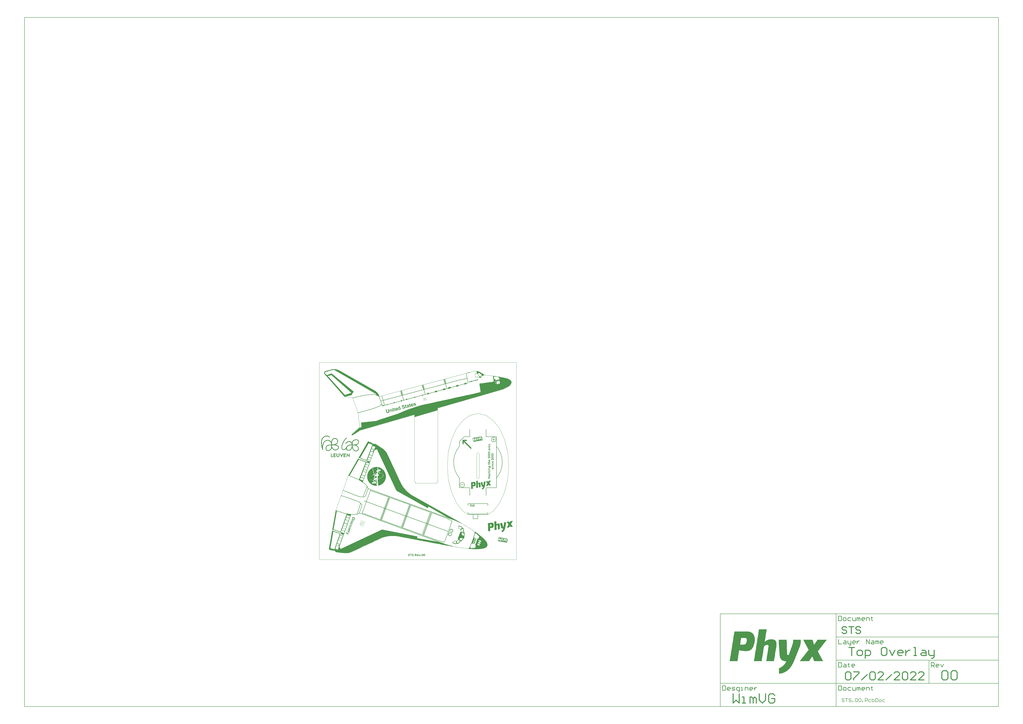
<source format=gto>
G04*
G04 #@! TF.GenerationSoftware,Altium Limited,Altium Designer,22.2.0 (33)*
G04*
G04 Layer_Color=65535*
%FSLAX25Y25*%
%MOIN*%
G70*
G04*
G04 #@! TF.SameCoordinates,AE1C0F29-CF17-4AF8-ABE1-3241E8FB01DF*
G04*
G04*
G04 #@! TF.FilePolarity,Positive*
G04*
G01*
G75*
%ADD10C,0.01575*%
%ADD11C,0.00787*%
%ADD12C,0.00591*%
%ADD17C,0.01968*%
%ADD21C,0.00394*%
%ADD22C,0.00984*%
G36*
X236393Y298384D02*
X236454Y298177D01*
X236443Y298066D01*
X236332Y297952D01*
X236129Y297837D01*
X235573Y297637D01*
X233383Y297030D01*
X232074Y296705D01*
X231645Y296662D01*
X231535Y296683D01*
X231415Y296766D01*
X231323Y297150D01*
X231332Y297155D01*
X231675Y297314D01*
X235643Y298378D01*
X236139Y298477D01*
X236357Y298484D01*
X236393Y298384D01*
D02*
G37*
G36*
X276206Y291986D02*
X281686Y291197D01*
X281735Y290565D01*
X277389Y291192D01*
X277452Y290827D01*
X276788Y290906D01*
X277468Y286141D01*
X279293Y286738D01*
X279855Y284639D01*
X285098Y286067D01*
X286484Y285994D01*
X285624Y289375D01*
X284008Y289752D01*
X283740Y290874D01*
X285498Y290586D01*
X290122Y289690D01*
X290123Y289690D01*
X290123Y289690D01*
X293931Y288966D01*
X299156Y287751D01*
X300391Y287326D01*
X300782Y287166D01*
X301554Y286815D01*
X302310Y286432D01*
X303050Y286020D01*
X303412Y285800D01*
X303601Y285682D01*
X303968Y285430D01*
X304323Y285162D01*
X304666Y284878D01*
X304831Y284729D01*
X304831Y284729D01*
X304831Y284729D01*
X304989Y284588D01*
X305281Y284283D01*
X305551Y283957D01*
X305795Y283612D01*
X305905Y283432D01*
D01*
X306010Y283256D01*
X306181Y282884D01*
X306312Y282495D01*
X306399Y282095D01*
X306421Y281891D01*
X306421Y281891D01*
X306421Y281891D01*
X306494Y281238D01*
X306410Y280532D01*
X306356Y280206D01*
X306178Y279566D01*
X305933Y278950D01*
X305622Y278364D01*
X305436Y278089D01*
X305436Y278089D01*
X305436Y278088D01*
X305341Y277942D01*
X305143Y277657D01*
X304937Y277378D01*
X304721Y277105D01*
X304609Y276972D01*
X304609Y276972D01*
X304609Y276972D01*
X304498Y276840D01*
X304270Y276581D01*
X304035Y276327D01*
X303796Y276079D01*
X303674Y275957D01*
X303674Y275957D01*
X303674Y275957D01*
X303558Y275842D01*
X303323Y275616D01*
X303083Y275393D01*
X302841Y275174D01*
X302719Y275066D01*
X301309Y273922D01*
X292663Y269709D01*
X239401Y254451D01*
D01*
X181346Y237819D01*
X181337Y237813D01*
X181327Y237809D01*
X181325Y237803D01*
X181320Y237799D01*
X181319Y237788D01*
X181315Y237778D01*
Y233829D01*
X142345Y222485D01*
X142030Y222721D01*
X142030Y226398D01*
X142030Y226398D01*
X142027Y226404D01*
X142028Y226410D01*
X142028Y226410D01*
X142022Y226418D01*
X142017Y226428D01*
X142012Y226431D01*
X142008Y226435D01*
X141997Y226437D01*
X141987Y226441D01*
X141982Y226438D01*
X141976Y226439D01*
X141975Y226439D01*
X141636Y226342D01*
X50143Y200184D01*
X50141Y200183D01*
X50138Y200183D01*
X49551Y199934D01*
X49547Y199930D01*
X49543Y199929D01*
X46826Y198077D01*
X44087Y196356D01*
X39326Y193474D01*
X36296Y191675D01*
X36036Y191527D01*
X35777Y191509D01*
X35180Y192370D01*
X35162Y192630D01*
X47703Y203970D01*
X47708Y203980D01*
X47715Y203988D01*
X47781Y204187D01*
X51996Y205009D01*
X51497Y212954D01*
X77535Y215765D01*
X80200Y216915D01*
X88579Y219654D01*
X102924Y224297D01*
X111290Y226941D01*
X112469Y227414D01*
X115663Y228804D01*
X118710Y230081D01*
X122668Y231703D01*
X125762Y233028D01*
X129290Y234459D01*
X132370Y235609D01*
X136377Y237205D01*
X141447Y238855D01*
X147392Y240658D01*
X156301Y242937D01*
X160979Y244052D01*
X165463Y245041D01*
X172045Y246479D01*
X180291Y248311D01*
X185393Y249512D01*
X191299Y250724D01*
X198322Y252226D01*
X204181Y253482D01*
X210734Y254951D01*
X216742Y256285D01*
X220259Y257094D01*
X223701Y257834D01*
X227887Y258749D01*
X232473Y259734D01*
X238155Y260888D01*
X238162Y260890D01*
X238155Y260927D01*
X240900Y261456D01*
X254207Y264701D01*
X253834Y267539D01*
X252307Y279159D01*
X274479Y282219D01*
X275477Y282348D01*
X276443Y282650D01*
X275309Y292013D01*
X275304Y292086D01*
X276206Y291986D01*
D02*
G37*
G36*
X247800Y300284D02*
X248744Y300137D01*
X250287Y299715D01*
X251566Y299211D01*
X252627Y298671D01*
X254274Y297702D01*
X255339Y297069D01*
X255340Y297069D01*
X255340Y297068D01*
X260364Y294167D01*
X260349Y293862D01*
X260340Y293825D01*
X260338Y293825D01*
X259979Y293786D01*
X259672Y293699D01*
X259320Y293401D01*
X259230Y293012D01*
X259180Y292770D01*
X259189Y292459D01*
X258802Y292401D01*
X258430Y292335D01*
X258009Y292242D01*
X257591Y292124D01*
X257041Y291930D01*
X255952Y291255D01*
X255248Y290587D01*
X255131Y290473D01*
X254774Y289930D01*
X254644Y289497D01*
X254616Y289121D01*
X254718Y288563D01*
X254629Y288454D01*
X254487Y288335D01*
X253602Y288879D01*
X252420Y289469D01*
X250452Y289764D01*
X246318Y290158D01*
X245629Y290257D01*
X245039Y290650D01*
X244743Y290946D01*
X244546Y291577D01*
X244428Y294292D01*
X244448Y294882D01*
X244546Y295178D01*
X244743Y295473D01*
X245137Y295768D01*
X245629Y295965D01*
X247794Y296457D01*
X247945Y297195D01*
X247042Y300099D01*
X247242Y300343D01*
X247800Y300284D01*
D02*
G37*
G36*
X247917Y285727D02*
X247915Y285727D01*
X247911Y285728D01*
X247906Y285726D01*
X247898Y285726D01*
X247877Y285722D01*
X247767Y285693D01*
X247756Y285688D01*
X247743Y285684D01*
X247714Y285673D01*
X247682Y285661D01*
X247647Y285644D01*
X247614Y285625D01*
X247586Y285605D01*
X247583Y285602D01*
X247575Y285594D01*
X247561Y285583D01*
X247547Y285566D01*
X247532Y285547D01*
X247516Y285526D01*
X247501Y285501D01*
X247489Y285475D01*
X247487Y285473D01*
X247484Y285462D01*
X247481Y285448D01*
X247474Y285430D01*
X247471Y285408D01*
X247466Y285384D01*
X247464Y285357D01*
X247464Y285329D01*
X247465Y285325D01*
X247465Y285316D01*
X247465Y285301D01*
X247468Y285283D01*
X247471Y285259D01*
X247474Y285235D01*
X247486Y285182D01*
X247723Y284300D01*
X247276Y284180D01*
X246821Y285876D01*
X247249Y285991D01*
X247327Y285697D01*
X247333Y285699D01*
X247333Y285703D01*
X247337Y285711D01*
X247340Y285725D01*
X247345Y285744D01*
X247350Y285766D01*
X247357Y285790D01*
X247373Y285842D01*
X247374Y285846D01*
X247378Y285854D01*
X247383Y285869D01*
X247390Y285886D01*
X247397Y285907D01*
X247409Y285928D01*
X247421Y285952D01*
X247436Y285975D01*
X247437Y285977D01*
X247444Y285987D01*
X247452Y285998D01*
X247465Y286013D01*
X247479Y286030D01*
X247497Y286048D01*
X247518Y286069D01*
X247541Y286086D01*
X247545Y286089D01*
X247552Y286095D01*
X247567Y286103D01*
X247586Y286115D01*
X247610Y286127D01*
X247639Y286139D01*
X247671Y286151D01*
X247708Y286163D01*
X247736Y286170D01*
X247752Y286173D01*
X247756Y286174D01*
X247766Y286175D01*
X247779Y286176D01*
X247796Y286179D01*
X247917Y285727D01*
D02*
G37*
G36*
X249441Y284790D02*
X249442Y284789D01*
X249441Y284779D01*
X249440Y284766D01*
X249438Y284748D01*
X249436Y284727D01*
X249435Y284702D01*
X249433Y284673D01*
X249430Y284644D01*
X249425Y284579D01*
X249417Y284509D01*
X249411Y284441D01*
X249406Y284410D01*
X249403Y284379D01*
X249403Y284377D01*
X249402Y284373D01*
X249401Y284363D01*
X249398Y284353D01*
X249396Y284339D01*
X249394Y284326D01*
X249387Y284290D01*
X249379Y284250D01*
X249367Y284209D01*
X249354Y284168D01*
X249337Y284131D01*
X249335Y284127D01*
X249328Y284116D01*
X249317Y284100D01*
X249304Y284079D01*
X249284Y284055D01*
X249262Y284032D01*
X249236Y284010D01*
X249205Y283990D01*
X249204Y283990D01*
X249202Y283988D01*
X249197Y283986D01*
X249190Y283983D01*
X249180Y283978D01*
X249170Y283974D01*
X249159Y283968D01*
X249145Y283963D01*
X249111Y283948D01*
X249072Y283934D01*
X249026Y283920D01*
X248974Y283904D01*
X248913Y283888D01*
X248873Y283879D01*
X248854Y283874D01*
X248841Y283872D01*
X248808Y283863D01*
X248771Y283855D01*
X248675Y284214D01*
X248678Y284215D01*
X248686Y284215D01*
X248698Y284216D01*
X248713Y284218D01*
X248727Y284222D01*
X248743Y284225D01*
X248785Y284236D01*
X248799Y284241D01*
X248816Y284246D01*
X248834Y284253D01*
X248870Y284266D01*
X248871Y284266D01*
X248878Y284270D01*
X248886Y284274D01*
X248896Y284280D01*
X248919Y284298D01*
X248931Y284311D01*
X248943Y284323D01*
X248944Y284326D01*
X248947Y284330D01*
X248952Y284337D01*
X248959Y284348D01*
X248965Y284361D01*
X248972Y284378D01*
X248978Y284397D01*
X248982Y284417D01*
X248983Y284419D01*
X248985Y284427D01*
X248985Y284440D01*
X248988Y284458D01*
X248988Y284478D01*
X248989Y284503D01*
X248988Y284533D01*
X248987Y284565D01*
X247890Y286165D01*
X248387Y286298D01*
X249087Y285144D01*
X249092Y285145D01*
X249105Y286490D01*
X249577Y286617D01*
X249441Y284790D01*
D02*
G37*
G36*
X244644Y283475D02*
X244175Y283349D01*
X243110Y284884D01*
X243607Y285017D01*
X244294Y283860D01*
X244301Y283861D01*
X244326Y285210D01*
X244801Y285337D01*
X244644Y283475D01*
D02*
G37*
G36*
X245999Y285664D02*
X246006Y285664D01*
X246018Y285663D01*
X246031Y285661D01*
X246047Y285660D01*
X246064Y285658D01*
X246084Y285654D01*
X246130Y285646D01*
X246180Y285633D01*
X246232Y285615D01*
X246287Y285592D01*
X246289Y285591D01*
X246294Y285588D01*
X246302Y285585D01*
X246312Y285578D01*
X246325Y285570D01*
X246341Y285561D01*
X246357Y285549D01*
X246377Y285537D01*
X246396Y285521D01*
X246418Y285503D01*
X246442Y285485D01*
X246465Y285463D01*
X246488Y285440D01*
X246514Y285415D01*
X246538Y285388D01*
X246561Y285358D01*
X246563Y285357D01*
X246567Y285350D01*
X246573Y285341D01*
X246582Y285328D01*
X246592Y285312D01*
X246605Y285293D01*
X246619Y285268D01*
X246635Y285243D01*
X246651Y285213D01*
X246668Y285178D01*
X246685Y285141D01*
X246701Y285102D01*
X246719Y285058D01*
X246735Y285011D01*
X246752Y284961D01*
X246766Y284908D01*
X246787Y284829D01*
X245622Y284517D01*
X245622Y284515D01*
X245624Y284508D01*
X245629Y284498D01*
X245634Y284484D01*
X245641Y284467D01*
X245650Y284449D01*
X245660Y284425D01*
X245670Y284401D01*
X245671Y284398D01*
X245675Y284390D01*
X245682Y284377D01*
X245692Y284360D01*
X245705Y284341D01*
X245721Y284321D01*
X245739Y284299D01*
X245759Y284278D01*
X245762Y284276D01*
X245769Y284270D01*
X245783Y284260D01*
X245799Y284248D01*
X245820Y284234D01*
X245846Y284221D01*
X245876Y284208D01*
X245907Y284198D01*
X245909Y284198D01*
X245911Y284197D01*
X245917Y284196D01*
X245923Y284194D01*
X245942Y284192D01*
X245970Y284190D01*
X246002Y284189D01*
X246041Y284192D01*
X246084Y284198D01*
X246132Y284209D01*
X246148Y284213D01*
X246165Y284220D01*
X246189Y284230D01*
X246214Y284242D01*
X246241Y284259D01*
X246270Y284278D01*
X246297Y284302D01*
X246299Y284303D01*
X246301Y284305D01*
X246309Y284315D01*
X246320Y284329D01*
X246334Y284350D01*
X246346Y284374D01*
X246357Y284403D01*
X246365Y284435D01*
X246369Y284472D01*
X246829Y284595D01*
X246830Y284594D01*
X246829Y284588D01*
X246828Y284580D01*
X246828Y284567D01*
X246827Y284554D01*
X246825Y284536D01*
X246824Y284517D01*
X246820Y284497D01*
X246814Y284450D01*
X246804Y284402D01*
X246789Y284351D01*
X246772Y284303D01*
X246772Y284301D01*
X246770Y284297D01*
X246766Y284290D01*
X246763Y284282D01*
X246750Y284258D01*
X246735Y284229D01*
X246714Y284195D01*
X246690Y284159D01*
X246662Y284121D01*
X246633Y284085D01*
X246631Y284084D01*
X246628Y284080D01*
X246623Y284077D01*
X246618Y284070D01*
X246610Y284062D01*
X246600Y284053D01*
X246577Y284032D01*
X246549Y284010D01*
X246516Y283984D01*
X246481Y283961D01*
X246442Y283938D01*
X246440Y283937D01*
X246437Y283935D01*
X246432Y283933D01*
X246424Y283929D01*
X246414Y283925D01*
X246404Y283918D01*
X246375Y283907D01*
X246343Y283892D01*
X246308Y283877D01*
X246268Y283865D01*
X246228Y283852D01*
X246198Y283844D01*
X246182Y283841D01*
X246162Y283836D01*
X246141Y283833D01*
X246117Y283828D01*
X246092Y283825D01*
X246065Y283820D01*
X246006Y283813D01*
X245944Y283808D01*
X245881Y283808D01*
X245880Y283808D01*
X245874Y283808D01*
X245864Y283809D01*
X245853Y283810D01*
X245839Y283812D01*
X245822Y283813D01*
X245802Y283817D01*
X245780Y283821D01*
X245732Y283830D01*
X245679Y283845D01*
X245625Y283864D01*
X245571Y283889D01*
X245569Y283890D01*
X245565Y283893D01*
X245558Y283897D01*
X245547Y283903D01*
X245535Y283913D01*
X245521Y283923D01*
X245504Y283935D01*
X245486Y283949D01*
X245466Y283965D01*
X245447Y283982D01*
X245426Y284003D01*
X245404Y284023D01*
X245382Y284048D01*
X245360Y284074D01*
X245338Y284100D01*
X245317Y284130D01*
X245316Y284132D01*
X245311Y284138D01*
X245307Y284146D01*
X245298Y284159D01*
X245288Y284175D01*
X245277Y284194D01*
X245265Y284218D01*
X245252Y284244D01*
X245237Y284272D01*
X245223Y284304D01*
X245208Y284338D01*
X245192Y284377D01*
X245176Y284416D01*
X245162Y284460D01*
X245147Y284504D01*
X245134Y284552D01*
X245133Y284554D01*
X245131Y284561D01*
X245128Y284573D01*
X245126Y284588D01*
X245121Y284607D01*
X245117Y284630D01*
X245111Y284657D01*
X245105Y284687D01*
X245105Y284689D01*
X245104Y284691D01*
X245105Y284697D01*
X245103Y284702D01*
X245100Y284720D01*
X245099Y284744D01*
X245096Y284772D01*
X245095Y284803D01*
X245095Y284839D01*
X245094Y284877D01*
X245093Y284878D01*
X245094Y284882D01*
X245095Y284886D01*
X245095Y284894D01*
X245097Y284915D01*
X245099Y284942D01*
X245103Y284975D01*
X245109Y285012D01*
X245115Y285052D01*
X245125Y285092D01*
X245124Y285094D01*
X245126Y285096D01*
X245128Y285102D01*
X245131Y285111D01*
X245138Y285133D01*
X245148Y285160D01*
X245162Y285192D01*
X245179Y285229D01*
X245200Y285267D01*
X245224Y285305D01*
X245225Y285308D01*
X245227Y285310D01*
X245231Y285315D01*
X245236Y285324D01*
X245244Y285331D01*
X245252Y285343D01*
X245273Y285367D01*
X245301Y285398D01*
X245334Y285429D01*
X245371Y285461D01*
X245413Y285493D01*
X245415Y285494D01*
X245418Y285497D01*
X245426Y285502D01*
X245433Y285508D01*
X245447Y285516D01*
X245460Y285523D01*
X245476Y285533D01*
X245496Y285544D01*
X245516Y285553D01*
X245539Y285565D01*
X245564Y285575D01*
X245591Y285588D01*
X245651Y285610D01*
X245718Y285630D01*
X245739Y285635D01*
X245751Y285637D01*
X245765Y285641D01*
X245782Y285643D01*
X245798Y285646D01*
X245839Y285653D01*
X245885Y285658D01*
X245937Y285662D01*
X245991Y285663D01*
X245993Y285664D01*
X245999Y285664D01*
D02*
G37*
G36*
X238785Y283717D02*
X238828Y283714D01*
X238875Y283708D01*
X238921Y283697D01*
X238923Y283698D01*
X238927Y283695D01*
X238933Y283693D01*
X238941Y283692D01*
X238966Y283683D01*
X238996Y283670D01*
X239032Y283654D01*
X239070Y283634D01*
X239111Y283607D01*
X239151Y283576D01*
X239153Y283575D01*
X239156Y283572D01*
X239161Y283568D01*
X239169Y283560D01*
X239177Y283551D01*
X239187Y283539D01*
X239199Y283525D01*
X239211Y283509D01*
X239224Y283492D01*
X239237Y283473D01*
X239250Y283452D01*
X239264Y283428D01*
X239279Y283403D01*
X239292Y283375D01*
X239316Y283313D01*
X238878Y283196D01*
X238878Y283198D01*
X238874Y283203D01*
X238873Y283209D01*
X238866Y283219D01*
X238861Y283231D01*
X238854Y283244D01*
X238836Y283269D01*
X238835Y283271D01*
X238832Y283276D01*
X238827Y283282D01*
X238819Y283291D01*
X238798Y283310D01*
X238771Y283329D01*
X238769Y283330D01*
X238764Y283333D01*
X238755Y283338D01*
X238743Y283343D01*
X238728Y283348D01*
X238710Y283352D01*
X238690Y283357D01*
X238669Y283358D01*
X238666Y283360D01*
X238657Y283359D01*
X238644Y283359D01*
X238627Y283359D01*
X238605Y283356D01*
X238580Y283352D01*
X238551Y283348D01*
X238488Y283331D01*
X238467Y283323D01*
X238443Y283315D01*
X238419Y283305D01*
X238398Y283293D01*
X238376Y283282D01*
X238375Y283281D01*
X238369Y283276D01*
X238359Y283270D01*
X238349Y283263D01*
X238324Y283244D01*
X238315Y283231D01*
X238305Y283219D01*
X238303Y283217D01*
X238300Y283214D01*
X238298Y283208D01*
X238293Y283199D01*
X238285Y283180D01*
X238282Y283168D01*
X238282Y283157D01*
X238282Y283155D01*
X238281Y283151D01*
X238283Y283146D01*
X238283Y283138D01*
X238286Y283120D01*
X238290Y283099D01*
X238291Y283095D01*
X238294Y283089D01*
X238299Y283077D01*
X238310Y283065D01*
X238324Y283049D01*
X238342Y283037D01*
X238366Y283025D01*
X238379Y283021D01*
X238394Y283017D01*
X238396Y283018D01*
X238399Y283017D01*
X238410Y283016D01*
X238428Y283013D01*
X238453Y283010D01*
X238483Y283009D01*
X238520Y283008D01*
X238561Y283007D01*
X238606Y283008D01*
X238608Y283009D01*
X238612Y283008D01*
X238619Y283010D01*
X238628Y283010D01*
X238640Y283010D01*
X238654Y283012D01*
X238669Y283012D01*
X238688Y283013D01*
X238728Y283016D01*
X238773Y283017D01*
X238823Y283021D01*
X238877Y283024D01*
X238879Y283025D01*
X238884Y283024D01*
X238892Y283025D01*
X238901Y283025D01*
X238914Y283027D01*
X238931Y283027D01*
X238948Y283026D01*
X238966Y283028D01*
X239008Y283026D01*
X239056Y283023D01*
X239107Y283018D01*
X239156Y283010D01*
X239158Y283011D01*
X239161Y283010D01*
X239169Y283008D01*
X239178Y283005D01*
X239190Y283002D01*
X239204Y282999D01*
X239236Y282991D01*
X239272Y282977D01*
X239312Y282960D01*
X239354Y282939D01*
X239393Y282914D01*
X239395Y282912D01*
X239397Y282911D01*
X239402Y282907D01*
X239410Y282899D01*
X239417Y282892D01*
X239427Y282883D01*
X239438Y282871D01*
X239451Y282858D01*
X239462Y282844D01*
X239475Y282826D01*
X239498Y282787D01*
X239520Y282741D01*
X239531Y282713D01*
X239539Y282685D01*
X239539Y282683D01*
X239541Y282677D01*
X239543Y282668D01*
X239545Y282653D01*
X239550Y282637D01*
X239553Y282619D01*
X239555Y282597D01*
X239557Y282575D01*
X239561Y282525D01*
X239560Y282471D01*
X239554Y282416D01*
X239548Y282390D01*
X239540Y282363D01*
X239541Y282362D01*
X239538Y282357D01*
X239536Y282351D01*
X239531Y282340D01*
X239521Y282317D01*
X239505Y282284D01*
X239484Y282249D01*
X239459Y282210D01*
X239429Y282172D01*
X239394Y282134D01*
X239392Y282134D01*
X239389Y282131D01*
X239385Y282126D01*
X239378Y282118D01*
X239368Y282112D01*
X239358Y282102D01*
X239343Y282092D01*
X239329Y282081D01*
X239298Y282057D01*
X239260Y282032D01*
X239217Y282008D01*
X239172Y281986D01*
X239170Y281985D01*
X239167Y281983D01*
X239160Y281981D01*
X239152Y281977D01*
X239140Y281972D01*
X239128Y281967D01*
X239099Y281955D01*
X239064Y281940D01*
X239028Y281927D01*
X238990Y281914D01*
X238951Y281902D01*
X238927Y281896D01*
X238912Y281894D01*
X238881Y281885D01*
X238861Y281882D01*
X238816Y281874D01*
X238765Y281866D01*
X238711Y281859D01*
X238654Y281853D01*
X238652Y281852D01*
X238646Y281853D01*
X238639Y281853D01*
X238628Y281851D01*
X238615Y281852D01*
X238599Y281851D01*
X238580Y281852D01*
X238562Y281853D01*
X238518Y281854D01*
X238469Y281860D01*
X238418Y281867D01*
X238368Y281878D01*
X238366Y281877D01*
X238362Y281880D01*
X238356Y281882D01*
X238346Y281885D01*
X238335Y281890D01*
X238321Y281893D01*
X238289Y281908D01*
X238252Y281926D01*
X238212Y281947D01*
X238171Y281974D01*
X238130Y282006D01*
X238130Y282008D01*
X238125Y282011D01*
X238120Y282017D01*
X238112Y282024D01*
X238104Y282033D01*
X238095Y282046D01*
X238084Y282060D01*
X238072Y282076D01*
X238060Y282093D01*
X238047Y282112D01*
X238034Y282133D01*
X238022Y282158D01*
X237997Y282210D01*
X237977Y282271D01*
X238436Y282393D01*
X238436Y282392D01*
X238437Y282388D01*
X238438Y282383D01*
X238442Y282376D01*
X238449Y282356D01*
X238463Y282333D01*
X238479Y282307D01*
X238501Y282281D01*
X238529Y282256D01*
X238545Y282246D01*
X238563Y282235D01*
X238564Y282236D01*
X238567Y282233D01*
X238573Y282231D01*
X238581Y282229D01*
X238592Y282226D01*
X238606Y282222D01*
X238621Y282221D01*
X238639Y282218D01*
X238660Y282216D01*
X238683Y282217D01*
X238707Y282216D01*
X238735Y282218D01*
X238766Y282222D01*
X238798Y282227D01*
X238835Y282233D01*
X238887Y282247D01*
X238903Y282253D01*
X238922Y282258D01*
X238944Y282266D01*
X238966Y282276D01*
X238989Y282288D01*
X239009Y282298D01*
X239011Y282301D01*
X239017Y282304D01*
X239027Y282311D01*
X239038Y282319D01*
X239062Y282341D01*
X239074Y282353D01*
X239084Y282365D01*
X239085Y282368D01*
X239087Y282372D01*
X239091Y282379D01*
X239096Y282388D01*
X239106Y282409D01*
X239110Y282421D01*
X239112Y282434D01*
X239112Y282435D01*
X239113Y282439D01*
X239115Y282446D01*
X239114Y282455D01*
X239115Y282474D01*
X239111Y282493D01*
X239110Y282497D01*
X239106Y282505D01*
X239101Y282517D01*
X239090Y282531D01*
X239077Y282546D01*
X239058Y282560D01*
X239034Y282571D01*
X239019Y282576D01*
X239004Y282580D01*
X239000Y282580D01*
X238988Y282583D01*
X238970Y282584D01*
X238945Y282587D01*
X238914Y282590D01*
X238878Y282591D01*
X238837Y282591D01*
X238792Y282589D01*
X238790Y282588D01*
X238786Y282589D01*
X238779Y282589D01*
X238771Y282589D01*
X238758Y282587D01*
X238745Y282588D01*
X238731Y282586D01*
X238712Y282584D01*
X238673Y282583D01*
X238627Y282580D01*
X238579Y282577D01*
X238525Y282574D01*
X238523Y282573D01*
X238519Y282574D01*
X238510Y282574D01*
X238500Y282573D01*
X238487Y282573D01*
X238472Y282573D01*
X238455Y282572D01*
X238436Y282573D01*
X238393Y282574D01*
X238347Y282577D01*
X238297Y282580D01*
X238248Y282588D01*
X238246Y282588D01*
X238242Y282588D01*
X238236Y282591D01*
X238226Y282593D01*
X238213Y282596D01*
X238201Y282600D01*
X238171Y282609D01*
X238133Y282621D01*
X238094Y282639D01*
X238053Y282659D01*
X238015Y282684D01*
X238014Y282686D01*
X238010Y282688D01*
X238005Y282693D01*
X237998Y282698D01*
X237990Y282705D01*
X237980Y282716D01*
X237969Y282728D01*
X237958Y282740D01*
X237946Y282756D01*
X237934Y282773D01*
X237922Y282793D01*
X237910Y282814D01*
X237888Y282861D01*
X237879Y282889D01*
X237870Y282916D01*
X237869Y282918D01*
X237869Y282920D01*
X237867Y282925D01*
X237865Y282932D01*
X237862Y282952D01*
X237857Y282977D01*
X237853Y283006D01*
X237851Y283041D01*
X237849Y283078D01*
X237849Y283118D01*
X237849Y283120D01*
X237850Y283124D01*
X237850Y283130D01*
X237852Y283138D01*
X237854Y283159D01*
X237860Y283185D01*
X237866Y283217D01*
X237877Y283254D01*
X237892Y283292D01*
X237911Y283331D01*
X237912Y283333D01*
X237914Y283335D01*
X237917Y283342D01*
X237921Y283348D01*
X237936Y283369D01*
X237954Y283395D01*
X237980Y283424D01*
X238009Y283459D01*
X238045Y283493D01*
X238087Y283526D01*
X238088Y283527D01*
X238093Y283530D01*
X238099Y283536D01*
X238109Y283542D01*
X238120Y283549D01*
X238135Y283558D01*
X238151Y283568D01*
X238171Y283579D01*
X238192Y283589D01*
X238216Y283601D01*
X238242Y283613D01*
X238269Y283625D01*
X238300Y283636D01*
X238333Y283649D01*
X238403Y283670D01*
X238436Y283679D01*
X238449Y283680D01*
X238482Y283689D01*
X238520Y283695D01*
X238565Y283704D01*
X238612Y283711D01*
X238661Y283716D01*
X238663Y283717D01*
X238667Y283716D01*
X238674Y283718D01*
X238685Y283719D01*
X238697Y283718D01*
X238712Y283718D01*
X238745Y283720D01*
X238785Y283717D01*
D02*
G37*
G36*
X240492Y284197D02*
X240499Y284198D01*
X240509Y284198D01*
X240520Y284197D01*
X240535Y284198D01*
X240568Y284195D01*
X240608Y284193D01*
X240653Y284186D01*
X240699Y284176D01*
X240748Y284162D01*
X240750Y284163D01*
X240754Y284160D01*
X240761Y284158D01*
X240771Y284154D01*
X240782Y284149D01*
X240797Y284143D01*
X240829Y284128D01*
X240866Y284107D01*
X240907Y284083D01*
X240951Y284051D01*
X240995Y284014D01*
X240998Y284013D01*
X241000Y284010D01*
X241006Y284003D01*
X241014Y283994D01*
X241024Y283984D01*
X241035Y283970D01*
X241049Y283955D01*
X241061Y283937D01*
X241076Y283917D01*
X241091Y283894D01*
X241107Y283871D01*
X241122Y283844D01*
X241137Y283816D01*
X241153Y283785D01*
X241167Y283753D01*
X241180Y283717D01*
X240727Y283595D01*
X240726Y283597D01*
X240723Y283602D01*
X240719Y283610D01*
X240715Y283620D01*
X240708Y283632D01*
X240698Y283646D01*
X240679Y283677D01*
X240678Y283678D01*
X240673Y283684D01*
X240667Y283692D01*
X240658Y283703D01*
X240648Y283715D01*
X240635Y283727D01*
X240605Y283753D01*
X240603Y283754D01*
X240598Y283759D01*
X240589Y283764D01*
X240578Y283772D01*
X240563Y283779D01*
X240545Y283788D01*
X240527Y283794D01*
X240506Y283800D01*
X240504Y283801D01*
X240496Y283803D01*
X240484Y283804D01*
X240469Y283805D01*
X240450Y283806D01*
X240429Y283806D01*
X240404Y283801D01*
X240379Y283796D01*
X240339Y283785D01*
X240320Y283778D01*
X240296Y283768D01*
X240270Y283754D01*
X240244Y283737D01*
X240217Y283717D01*
X240195Y283694D01*
X240192Y283691D01*
X240187Y283682D01*
X240176Y283668D01*
X240166Y283650D01*
X240152Y283630D01*
X240139Y283604D01*
X240127Y283576D01*
X240118Y283545D01*
X240118Y283541D01*
X240115Y283531D01*
X240114Y283514D01*
X240110Y283492D01*
X240107Y283467D01*
X240106Y283438D01*
X240105Y283406D01*
X240106Y283372D01*
X240107Y283371D01*
X240107Y283369D01*
X240108Y283358D01*
X240109Y283339D01*
X240113Y283318D01*
X240117Y283292D01*
X240121Y283263D01*
X240135Y283203D01*
X240136Y283200D01*
X240138Y283191D01*
X240142Y283177D01*
X240147Y283155D01*
X240155Y283133D01*
X240163Y283105D01*
X240173Y283074D01*
X240184Y283039D01*
X240185Y283037D01*
X240185Y283036D01*
X240188Y283031D01*
X240190Y283024D01*
X240197Y283007D01*
X240207Y282983D01*
X240219Y282958D01*
X240234Y282930D01*
X240254Y282899D01*
X240273Y282871D01*
X240273Y282869D01*
X240276Y282868D01*
X240284Y282858D01*
X240295Y282844D01*
X240311Y282826D01*
X240333Y282808D01*
X240357Y282788D01*
X240383Y282768D01*
X240414Y282752D01*
X240418Y282751D01*
X240428Y282747D01*
X240447Y282740D01*
X240473Y282736D01*
X240504Y282733D01*
X240540Y282731D01*
X240581Y282735D01*
X240627Y282745D01*
X240641Y282749D01*
X240656Y282755D01*
X240677Y282762D01*
X240697Y282773D01*
X240720Y282785D01*
X240740Y282800D01*
X240760Y282817D01*
X240761Y282819D01*
X240769Y282826D01*
X240778Y282836D01*
X240788Y282848D01*
X240798Y282864D01*
X240810Y282883D01*
X240822Y282903D01*
X240831Y282924D01*
X240832Y282926D01*
X240834Y282934D01*
X240839Y282945D01*
X240843Y282959D01*
X240847Y282977D01*
X240852Y282996D01*
X240854Y283015D01*
X240856Y283036D01*
X240855Y283038D01*
X240855Y283046D01*
X240856Y283055D01*
X240857Y283068D01*
X240855Y283096D01*
X240853Y283109D01*
X240850Y283121D01*
X241304Y283243D01*
X241304Y283241D01*
X241306Y283234D01*
X241306Y283225D01*
X241308Y283210D01*
X241309Y283194D01*
X241313Y283174D01*
X241313Y283151D01*
X241314Y283127D01*
X241315Y283123D01*
X241313Y283116D01*
X241314Y283101D01*
X241313Y283082D01*
X241312Y283059D01*
X241309Y283033D01*
X241305Y283004D01*
X241300Y282975D01*
X241299Y282970D01*
X241296Y282960D01*
X241294Y282943D01*
X241288Y282922D01*
X241282Y282896D01*
X241273Y282865D01*
X241261Y282834D01*
X241249Y282801D01*
X241248Y282797D01*
X241242Y282785D01*
X241233Y282768D01*
X241222Y282746D01*
X241206Y282719D01*
X241190Y282691D01*
X241168Y282660D01*
X241144Y282629D01*
X241142Y282629D01*
X241141Y282627D01*
X241137Y282622D01*
X241132Y282617D01*
X241116Y282601D01*
X241097Y282581D01*
X241071Y282559D01*
X241041Y282534D01*
X241007Y282508D01*
X240968Y282482D01*
X240967Y282482D01*
X240964Y282479D01*
X240957Y282476D01*
X240949Y282471D01*
X240939Y282465D01*
X240926Y282458D01*
X240913Y282451D01*
X240896Y282444D01*
X240877Y282435D01*
X240857Y282426D01*
X240813Y282407D01*
X240762Y282389D01*
X240706Y282372D01*
X240683Y282366D01*
X240665Y282363D01*
X240646Y282358D01*
X240621Y282353D01*
X240593Y282350D01*
X240564Y282346D01*
X240533Y282341D01*
X240500Y282338D01*
X240430Y282334D01*
X240359Y282338D01*
X240324Y282342D01*
X240290Y282348D01*
X240288Y282349D01*
X240283Y282349D01*
X240274Y282353D01*
X240262Y282355D01*
X240246Y282360D01*
X240229Y282365D01*
X240188Y282381D01*
X240142Y282400D01*
X240093Y282425D01*
X240043Y282455D01*
X239996Y282489D01*
X239994Y282491D01*
X239991Y282494D01*
X239984Y282499D01*
X239976Y282508D01*
X239966Y282517D01*
X239955Y282529D01*
X239942Y282543D01*
X239928Y282560D01*
X239898Y282595D01*
X239867Y282636D01*
X239834Y282681D01*
X239805Y282732D01*
X239805Y282734D01*
X239801Y282739D01*
X239798Y282745D01*
X239793Y282757D01*
X239788Y282769D01*
X239780Y282784D01*
X239772Y282800D01*
X239765Y282819D01*
X239746Y282861D01*
X239728Y282907D01*
X239711Y282956D01*
X239696Y283006D01*
X239695Y283008D01*
X239693Y283015D01*
X239690Y283026D01*
X239686Y283041D01*
X239683Y283059D01*
X239678Y283081D01*
X239673Y283106D01*
X239668Y283131D01*
X239664Y283160D01*
X239658Y283190D01*
X239649Y283258D01*
X239642Y283325D01*
X239640Y283396D01*
X239640Y283398D01*
X239640Y283404D01*
X239641Y283415D01*
X239641Y283429D01*
X239642Y283444D01*
X239643Y283463D01*
X239645Y283484D01*
X239648Y283508D01*
X239655Y283560D01*
X239667Y283618D01*
X239682Y283675D01*
X239704Y283734D01*
X239705Y283736D01*
X239708Y283741D01*
X239711Y283749D01*
X239716Y283760D01*
X239724Y283773D01*
X239731Y283788D01*
X239742Y283804D01*
X239754Y283824D01*
X239767Y283843D01*
X239782Y283864D01*
X239816Y283909D01*
X239856Y283954D01*
X239903Y283996D01*
X239905Y283997D01*
X239909Y284002D01*
X239917Y284008D01*
X239929Y284015D01*
X239941Y284023D01*
X239957Y284035D01*
X239977Y284046D01*
X239998Y284059D01*
X240022Y284073D01*
X240049Y284086D01*
X240079Y284102D01*
X240109Y284116D01*
X240143Y284128D01*
X240179Y284142D01*
X240255Y284166D01*
X240282Y284173D01*
X240293Y284174D01*
X240321Y284180D01*
X240356Y284185D01*
X240394Y284190D01*
X240438Y284194D01*
X240486Y284198D01*
X240488Y284198D01*
X240492Y284197D01*
D02*
G37*
G36*
X237297Y283541D02*
X236851Y283421D01*
X236739Y283836D01*
X237186Y283956D01*
X237297Y283541D01*
D02*
G37*
G36*
X242427Y284690D02*
X242429Y284690D01*
X242435Y284690D01*
X242444Y284688D01*
X242456Y284686D01*
X242472Y284685D01*
X242490Y284682D01*
X242509Y284678D01*
X242531Y284674D01*
X242580Y284661D01*
X242635Y284645D01*
X242691Y284625D01*
X242747Y284598D01*
X242750Y284597D01*
X242754Y284594D01*
X242762Y284591D01*
X242772Y284584D01*
X242785Y284576D01*
X242801Y284566D01*
X242817Y284555D01*
X242836Y284541D01*
X242857Y284526D01*
X242879Y284509D01*
X242901Y284490D01*
X242923Y284470D01*
X242969Y284424D01*
X243013Y284372D01*
X243014Y284370D01*
X243019Y284366D01*
X243025Y284356D01*
X243032Y284345D01*
X243043Y284331D01*
X243054Y284313D01*
X243066Y284294D01*
X243080Y284269D01*
X243093Y284244D01*
X243108Y284214D01*
X243124Y284185D01*
X243139Y284151D01*
X243152Y284115D01*
X243166Y284077D01*
X243192Y283996D01*
X243192Y283994D01*
X243194Y283985D01*
X243198Y283973D01*
X243200Y283957D01*
X243205Y283937D01*
X243210Y283914D01*
X243215Y283887D01*
X243219Y283858D01*
X243224Y283825D01*
X243227Y283792D01*
X243233Y283722D01*
X243233Y283649D01*
X243226Y283577D01*
X243227Y283576D01*
X243225Y283569D01*
X243224Y283559D01*
X243221Y283546D01*
X243216Y283529D01*
X243212Y283509D01*
X243208Y283489D01*
X243202Y283465D01*
X243185Y283414D01*
X243166Y283358D01*
X243140Y283302D01*
X243110Y283246D01*
X243108Y283244D01*
X243106Y283240D01*
X243100Y283232D01*
X243093Y283223D01*
X243085Y283211D01*
X243074Y283197D01*
X243061Y283181D01*
X243047Y283164D01*
X243031Y283144D01*
X243014Y283126D01*
X242974Y283086D01*
X242928Y283047D01*
X242877Y283009D01*
X242876Y283009D01*
X242871Y283005D01*
X242863Y282999D01*
X242853Y282995D01*
X242839Y282985D01*
X242824Y282978D01*
X242806Y282967D01*
X242784Y282958D01*
X242762Y282946D01*
X242737Y282934D01*
X242685Y282912D01*
X242625Y282889D01*
X242562Y282870D01*
X242532Y282862D01*
X242518Y282860D01*
X242498Y282856D01*
X242479Y282851D01*
X242455Y282849D01*
X242430Y282844D01*
X242403Y282840D01*
X242346Y282835D01*
X242284Y282831D01*
X242220Y282833D01*
X242218Y282832D01*
X242212Y282833D01*
X242203Y282834D01*
X242191Y282836D01*
X242175Y282838D01*
X242158Y282840D01*
X242138Y282845D01*
X242116Y282848D01*
X242068Y282860D01*
X242013Y282875D01*
X241956Y282896D01*
X241900Y282922D01*
X241898Y282924D01*
X241893Y282926D01*
X241885Y282930D01*
X241876Y282937D01*
X241862Y282946D01*
X241846Y282955D01*
X241830Y282967D01*
X241811Y282981D01*
X241790Y282995D01*
X241770Y283014D01*
X241746Y283032D01*
X241724Y283052D01*
X241678Y283098D01*
X241634Y283151D01*
X241633Y283152D01*
X241628Y283157D01*
X241622Y283166D01*
X241615Y283177D01*
X241605Y283192D01*
X241593Y283209D01*
X241582Y283231D01*
X241568Y283254D01*
X241554Y283280D01*
X241540Y283310D01*
X241524Y283340D01*
X241510Y283373D01*
X241496Y283410D01*
X241482Y283449D01*
X241456Y283531D01*
X241455Y283534D01*
X241454Y283541D01*
X241450Y283554D01*
X241448Y283570D01*
X241442Y283589D01*
X241438Y283612D01*
X241433Y283639D01*
X241429Y283668D01*
X241424Y283699D01*
X241421Y283732D01*
X241416Y283802D01*
X241415Y283874D01*
X241421Y283945D01*
X241422Y283947D01*
X241422Y283953D01*
X241424Y283963D01*
X241427Y283977D01*
X241430Y283993D01*
X241435Y284013D01*
X241439Y284033D01*
X241445Y284057D01*
X241462Y284109D01*
X241481Y284163D01*
X241508Y284219D01*
X241538Y284274D01*
X241539Y284276D01*
X241542Y284281D01*
X241547Y284288D01*
X241554Y284297D01*
X241564Y284311D01*
X241573Y284325D01*
X241586Y284340D01*
X241600Y284357D01*
X241616Y284376D01*
X241633Y284396D01*
X241674Y284435D01*
X241720Y284475D01*
X241770Y284513D01*
X241771Y284514D01*
X241776Y284517D01*
X241784Y284523D01*
X241794Y284529D01*
X241809Y284537D01*
X241823Y284546D01*
X241841Y284557D01*
X241862Y284568D01*
X241884Y284578D01*
X241909Y284590D01*
X241961Y284614D01*
X242021Y284637D01*
X242084Y284656D01*
X242114Y284664D01*
X242128Y284666D01*
X242148Y284669D01*
X242168Y284673D01*
X242191Y284677D01*
X242216Y284682D01*
X242244Y284684D01*
X242301Y284690D01*
X242363Y284691D01*
X242427Y284690D01*
D02*
G37*
G36*
X237806Y281643D02*
X237359Y281523D01*
X236904Y283221D01*
X237351Y283341D01*
X237806Y281643D01*
D02*
G37*
G36*
X235824Y283510D02*
X235826Y283511D01*
X235832Y283510D01*
X235840Y283509D01*
X235851Y283508D01*
X235865Y283506D01*
X235881Y283503D01*
X235900Y283500D01*
X235920Y283498D01*
X235964Y283487D01*
X236013Y283476D01*
X236062Y283461D01*
X236110Y283442D01*
X236112Y283440D01*
X236116Y283440D01*
X236123Y283436D01*
X236132Y283432D01*
X236156Y283418D01*
X236185Y283401D01*
X236221Y283381D01*
X236258Y283355D01*
X236296Y283324D01*
X236333Y283291D01*
X236334Y283289D01*
X236338Y283286D01*
X236343Y283282D01*
X236349Y283274D01*
X236357Y283265D01*
X236368Y283254D01*
X236391Y283230D01*
X236416Y283200D01*
X236444Y283166D01*
X236471Y283128D01*
X236499Y283086D01*
X236500Y283084D01*
X236503Y283081D01*
X236506Y283075D01*
X236512Y283067D01*
X236517Y283057D01*
X236524Y283046D01*
X236533Y283031D01*
X236541Y283016D01*
X236559Y282982D01*
X236579Y282942D01*
X236600Y282900D01*
X236619Y282856D01*
X236620Y282855D01*
X236621Y282851D01*
X236624Y282845D01*
X236629Y282836D01*
X236631Y282826D01*
X236636Y282814D01*
X236648Y282785D01*
X236661Y282751D01*
X236673Y282713D01*
X236688Y282671D01*
X236699Y282631D01*
X236699Y282629D01*
X236700Y282626D01*
X236702Y282618D01*
X236704Y282610D01*
X236707Y282599D01*
X236711Y282585D01*
X236713Y282569D01*
X236718Y282553D01*
X236726Y282514D01*
X236735Y282469D01*
X236742Y282420D01*
X236750Y282368D01*
X236751Y282366D01*
X236752Y282362D01*
X236752Y282353D01*
X236753Y282344D01*
X236754Y282331D01*
X236757Y282315D01*
X236758Y282298D01*
X236759Y282278D01*
X236761Y282235D01*
X236763Y282187D01*
X236764Y282134D01*
X236762Y282079D01*
X236762Y282077D01*
X236761Y282073D01*
X236762Y282066D01*
X236761Y282054D01*
X236759Y282040D01*
X236757Y282025D01*
X236756Y282008D01*
X236754Y281988D01*
X236749Y281945D01*
X236741Y281898D01*
X236730Y281846D01*
X236718Y281794D01*
X236718Y281792D01*
X236716Y281787D01*
X236714Y281780D01*
X236711Y281769D01*
X236707Y281757D01*
X236701Y281742D01*
X236688Y281708D01*
X236672Y281668D01*
X236652Y281624D01*
X236627Y281577D01*
X236597Y281532D01*
X236596Y281529D01*
X236593Y281527D01*
X236589Y281520D01*
X236582Y281511D01*
X236574Y281501D01*
X236564Y281489D01*
X236553Y281474D01*
X236540Y281460D01*
X236509Y281427D01*
X236473Y281391D01*
X236432Y281354D01*
X236385Y281318D01*
X236384Y281318D01*
X236379Y281315D01*
X236373Y281309D01*
X236363Y281303D01*
X236350Y281296D01*
X236335Y281288D01*
X236317Y281277D01*
X236297Y281267D01*
X236276Y281255D01*
X236252Y281245D01*
X236226Y281232D01*
X236198Y281221D01*
X236137Y281197D01*
X236069Y281177D01*
X235077Y280911D01*
X234464Y283202D01*
X235506Y283481D01*
X235524Y283484D01*
X235544Y283488D01*
X235565Y283493D01*
X235591Y283496D01*
X235645Y283505D01*
X235704Y283510D01*
X235763Y283513D01*
X235824Y283510D01*
D02*
G37*
G36*
X230277Y278399D02*
X227064Y277538D01*
X226458Y279843D01*
X229657Y280712D01*
X230277Y278399D01*
D02*
G37*
G36*
X217000Y274830D02*
X213262Y273828D01*
X212643Y276142D01*
X216380Y277143D01*
X217000Y274830D01*
D02*
G37*
G36*
X203841Y271292D02*
X199525Y270136D01*
X199208Y271233D01*
X199069Y271196D01*
X198744Y272406D01*
X203210Y273603D01*
X203841Y271292D01*
D02*
G37*
G36*
X194470Y268781D02*
X190350Y267666D01*
X189730Y269979D01*
X193842Y271081D01*
X194470Y268781D01*
D02*
G37*
G36*
X180658Y265195D02*
X176985Y264211D01*
X176389Y266393D01*
X180073Y267380D01*
X180658Y265195D01*
D02*
G37*
G36*
X166878Y261491D02*
X163794Y260665D01*
X163198Y262846D01*
X166303Y263679D01*
X166878Y261491D01*
D02*
G37*
G36*
X155938Y259696D02*
X156463Y259750D01*
X156734Y258739D01*
X155470Y258400D01*
X155188Y259407D01*
X154686Y259272D01*
X154362Y260479D01*
X155626Y260818D01*
X155938Y259696D01*
D02*
G37*
G36*
X7213Y303481D02*
X8614Y303308D01*
X9997Y303023D01*
X11353Y302627D01*
X12672Y302124D01*
X13309Y301819D01*
X14065Y301437D01*
X14067Y301437D01*
X14068Y301435D01*
X14169Y301395D01*
X72821Y267894D01*
X75472Y266310D01*
X76126Y265878D01*
X76853Y265382D01*
X78181Y264228D01*
X79365Y262926D01*
X80390Y261495D01*
X80814Y260725D01*
X81172Y260031D01*
X81516Y259174D01*
X81833Y258205D01*
X81836Y258201D01*
X81837Y258196D01*
X81999Y257932D01*
X81743Y257633D01*
X76885Y259668D01*
X76755Y260039D01*
X77276Y260989D01*
X5404Y302339D01*
X2300Y301953D01*
X2061Y301924D01*
X-1590Y300945D01*
X-6731Y299568D01*
X-9217Y298902D01*
X-9831Y298735D01*
X-9859Y296287D01*
X-7262Y293338D01*
X1121Y296392D01*
X38710Y265474D01*
X36685Y262624D01*
X35901Y261556D01*
X35829Y261559D01*
X35988Y259667D01*
X23996Y256687D01*
X23467Y256722D01*
X22788Y257488D01*
X22787Y257489D01*
X22787Y257489D01*
X22256Y258058D01*
X-7234Y291352D01*
X-7234Y291352D01*
X-7234Y291352D01*
X-8489Y292737D01*
X-10904Y295594D01*
X-11097Y296147D01*
X-11147Y298680D01*
X-11079Y298920D01*
X-10981Y299135D01*
X-10833Y299330D01*
X-10656Y299500D01*
X-10457Y299631D01*
X-10227Y299738D01*
X-8696Y300263D01*
X1444Y302980D01*
X2298Y303174D01*
X2989Y303315D01*
X4391Y303484D01*
X5802Y303539D01*
X7213Y303481D01*
D02*
G37*
G36*
X162283Y255577D02*
X162499Y255634D01*
X162362Y255466D01*
X162477Y255282D01*
X162275Y255360D01*
X162139Y255192D01*
X162147Y255408D01*
X161944Y255486D01*
X162160Y255544D01*
X162168Y255760D01*
X162283Y255577D01*
D02*
G37*
G36*
X161198Y255286D02*
X161413Y255344D01*
X161277Y255175D01*
X161392Y254992D01*
X161190Y255069D01*
X161054Y254901D01*
X161062Y255118D01*
X160859Y255195D01*
X161075Y255253D01*
X161083Y255470D01*
X161198Y255286D01*
D02*
G37*
G36*
X142576Y256059D02*
X143089Y256156D01*
X143352Y255176D01*
X141874Y254780D01*
X141612Y255759D01*
X141355Y255690D01*
X141032Y256896D01*
X142263Y257226D01*
X142576Y256059D01*
D02*
G37*
G36*
X160113Y254995D02*
X160328Y255053D01*
X160192Y254884D01*
X160307Y254701D01*
X160105Y254779D01*
X159968Y254610D01*
X159976Y254827D01*
X159774Y254905D01*
X159990Y254962D01*
X159998Y255179D01*
X160113Y254995D01*
D02*
G37*
G36*
X161953Y254903D02*
X162168Y254960D01*
X162032Y254792D01*
X162147Y254608D01*
X161945Y254686D01*
X161809Y254517D01*
X161816Y254734D01*
X161614Y254812D01*
X161830Y254870D01*
X161838Y255086D01*
X161953Y254903D01*
D02*
G37*
G36*
X159028Y254704D02*
X159243Y254762D01*
X159107Y254594D01*
X159222Y254410D01*
X159020Y254488D01*
X158883Y254319D01*
X158891Y254536D01*
X158689Y254614D01*
X158904Y254671D01*
X158912Y254888D01*
X159028Y254704D01*
D02*
G37*
G36*
X160868Y254612D02*
X161083Y254669D01*
X160947Y254501D01*
X161062Y254317D01*
X160860Y254395D01*
X160723Y254227D01*
X160731Y254443D01*
X160529Y254521D01*
X160745Y254579D01*
X160752Y254795D01*
X160868Y254612D01*
D02*
G37*
G36*
X162568Y254514D02*
X162783Y254572D01*
X162647Y254403D01*
X162762Y254220D01*
X162560Y254298D01*
X162424Y254129D01*
X162432Y254346D01*
X162229Y254423D01*
X162445Y254481D01*
X162453Y254698D01*
X162568Y254514D01*
D02*
G37*
G36*
X157942Y254414D02*
X158158Y254471D01*
X158022Y254303D01*
X158137Y254119D01*
X157934Y254197D01*
X157798Y254029D01*
X157806Y254245D01*
X157604Y254323D01*
X157819Y254381D01*
X157827Y254597D01*
X157942Y254414D01*
D02*
G37*
G36*
X159782Y254321D02*
X159998Y254379D01*
X159862Y254210D01*
X159977Y254027D01*
X159774Y254104D01*
X159638Y253936D01*
X159646Y254152D01*
X159444Y254230D01*
X159659Y254288D01*
X159667Y254505D01*
X159782Y254321D01*
D02*
G37*
G36*
X161483Y254223D02*
X161698Y254281D01*
X161562Y254113D01*
X161677Y253929D01*
X161475Y254007D01*
X161338Y253838D01*
X161346Y254055D01*
X161144Y254133D01*
X161360Y254190D01*
X161367Y254407D01*
X161483Y254223D01*
D02*
G37*
G36*
X156857Y254123D02*
X157073Y254181D01*
X156936Y254012D01*
X157051Y253828D01*
X156849Y253906D01*
X156713Y253738D01*
X156721Y253954D01*
X156518Y254032D01*
X156734Y254090D01*
X156742Y254306D01*
X156857Y254123D01*
D02*
G37*
G36*
X158697Y254030D02*
X158913Y254088D01*
X158776Y253919D01*
X158892Y253736D01*
X158689Y253814D01*
X158553Y253645D01*
X158561Y253862D01*
X158359Y253939D01*
X158574Y253997D01*
X158582Y254214D01*
X158697Y254030D01*
D02*
G37*
G36*
X160398Y253933D02*
X160613Y253990D01*
X160477Y253822D01*
X160592Y253638D01*
X160390Y253716D01*
X160253Y253548D01*
X160261Y253764D01*
X160059Y253842D01*
X160274Y253900D01*
X160282Y254116D01*
X160398Y253933D01*
D02*
G37*
G36*
X162238Y253840D02*
X162453Y253898D01*
X162317Y253729D01*
X162432Y253546D01*
X162230Y253623D01*
X162093Y253455D01*
X162101Y253672D01*
X161899Y253749D01*
X162114Y253807D01*
X162122Y254024D01*
X162238Y253840D01*
D02*
G37*
G36*
X157612Y253739D02*
X157828Y253797D01*
X157691Y253629D01*
X157807Y253445D01*
X157604Y253523D01*
X157468Y253354D01*
X157476Y253571D01*
X157273Y253649D01*
X157489Y253706D01*
X157497Y253923D01*
X157612Y253739D01*
D02*
G37*
G36*
X159312Y253642D02*
X159528Y253700D01*
X159392Y253531D01*
X159507Y253348D01*
X159304Y253425D01*
X159168Y253257D01*
X159176Y253473D01*
X158974Y253551D01*
X159189Y253609D01*
X159197Y253825D01*
X159312Y253642D01*
D02*
G37*
G36*
X161152Y253549D02*
X161368Y253607D01*
X161232Y253438D01*
X161347Y253255D01*
X161144Y253333D01*
X161008Y253164D01*
X161016Y253381D01*
X160814Y253458D01*
X161029Y253516D01*
X161037Y253733D01*
X161152Y253549D01*
D02*
G37*
G36*
X162842Y253449D02*
X163058Y253507D01*
X162922Y253338D01*
X163037Y253154D01*
X162834Y253232D01*
X162698Y253064D01*
X162706Y253280D01*
X162504Y253358D01*
X162719Y253416D01*
X162727Y253632D01*
X162842Y253449D01*
D02*
G37*
G36*
X158227Y253351D02*
X158443Y253409D01*
X158306Y253240D01*
X158422Y253057D01*
X158219Y253134D01*
X158083Y252966D01*
X158091Y253183D01*
X157889Y253260D01*
X158104Y253318D01*
X158112Y253535D01*
X158227Y253351D01*
D02*
G37*
G36*
X160067Y253258D02*
X160283Y253316D01*
X160146Y253148D01*
X160262Y252964D01*
X160059Y253042D01*
X159923Y252873D01*
X159931Y253090D01*
X159729Y253168D01*
X159944Y253225D01*
X159952Y253442D01*
X160067Y253258D01*
D02*
G37*
G36*
X161757Y253158D02*
X161973Y253216D01*
X161836Y253047D01*
X161951Y252864D01*
X161749Y252941D01*
X161613Y252773D01*
X161621Y252990D01*
X161419Y253067D01*
X161634Y253125D01*
X161642Y253342D01*
X161757Y253158D01*
D02*
G37*
G36*
X157142Y253060D02*
X157357Y253118D01*
X157221Y252950D01*
X157336Y252766D01*
X157134Y252844D01*
X156998Y252675D01*
X157006Y252892D01*
X156803Y252970D01*
X157019Y253027D01*
X157027Y253244D01*
X157142Y253060D01*
D02*
G37*
G36*
X158982Y252968D02*
X159198Y253025D01*
X159061Y252857D01*
X159177Y252673D01*
X158974Y252751D01*
X158838Y252583D01*
X158846Y252799D01*
X158643Y252877D01*
X158859Y252935D01*
X158867Y253151D01*
X158982Y252968D01*
D02*
G37*
G36*
X160672Y252867D02*
X160888Y252925D01*
X160751Y252757D01*
X160866Y252573D01*
X160664Y252651D01*
X160528Y252482D01*
X160536Y252699D01*
X160333Y252777D01*
X160549Y252834D01*
X160557Y253051D01*
X160672Y252867D01*
D02*
G37*
G36*
X162512Y252775D02*
X162727Y252832D01*
X162591Y252664D01*
X162706Y252480D01*
X162504Y252558D01*
X162368Y252390D01*
X162376Y252606D01*
X162173Y252684D01*
X162389Y252742D01*
X162397Y252958D01*
X162512Y252775D01*
D02*
G37*
G36*
X157897Y252677D02*
X158112Y252735D01*
X157976Y252566D01*
X158091Y252382D01*
X157889Y252460D01*
X157753Y252292D01*
X157761Y252508D01*
X157558Y252586D01*
X157774Y252644D01*
X157782Y252860D01*
X157897Y252677D01*
D02*
G37*
G36*
X159587Y252576D02*
X159802Y252634D01*
X159666Y252466D01*
X159781Y252282D01*
X159579Y252360D01*
X159443Y252191D01*
X159450Y252408D01*
X159248Y252486D01*
X159464Y252543D01*
X159472Y252760D01*
X159587Y252576D01*
D02*
G37*
G36*
X161427Y252484D02*
X161642Y252542D01*
X161506Y252373D01*
X161621Y252189D01*
X161419Y252267D01*
X161283Y252099D01*
X161291Y252315D01*
X161088Y252393D01*
X161304Y252451D01*
X161312Y252667D01*
X161427Y252484D01*
D02*
G37*
G36*
X163124Y252396D02*
X163340Y252454D01*
X163203Y252286D01*
X163319Y252102D01*
X163116Y252180D01*
X162980Y252011D01*
X162988Y252228D01*
X162786Y252306D01*
X163001Y252363D01*
X163009Y252580D01*
X163124Y252396D01*
D02*
G37*
G36*
X158502Y252286D02*
X158717Y252344D01*
X158581Y252175D01*
X158696Y251991D01*
X158494Y252069D01*
X158357Y251901D01*
X158365Y252117D01*
X158163Y252195D01*
X158379Y252253D01*
X158387Y252469D01*
X158502Y252286D01*
D02*
G37*
G36*
X160342Y252193D02*
X160557Y252251D01*
X160421Y252082D01*
X160536Y251899D01*
X160334Y251976D01*
X160197Y251808D01*
X160205Y252025D01*
X160003Y252102D01*
X160219Y252160D01*
X160227Y252377D01*
X160342Y252193D01*
D02*
G37*
G36*
X162039Y252106D02*
X162255Y252164D01*
X162118Y251995D01*
X162233Y251811D01*
X162031Y251889D01*
X161895Y251721D01*
X161903Y251937D01*
X161700Y252015D01*
X161916Y252073D01*
X161924Y252289D01*
X162039Y252106D01*
D02*
G37*
G36*
X157416Y251995D02*
X157632Y252053D01*
X157496Y251884D01*
X157611Y251701D01*
X157408Y251778D01*
X157272Y251610D01*
X157280Y251826D01*
X157078Y251904D01*
X157293Y251962D01*
X157301Y252179D01*
X157416Y251995D01*
D02*
G37*
G36*
X159257Y251902D02*
X159472Y251960D01*
X159336Y251792D01*
X159451Y251608D01*
X159249Y251686D01*
X159112Y251517D01*
X159120Y251734D01*
X158918Y251812D01*
X159133Y251869D01*
X159141Y252086D01*
X159257Y251902D01*
D02*
G37*
G36*
X160954Y251815D02*
X161169Y251873D01*
X161033Y251704D01*
X161148Y251521D01*
X160946Y251598D01*
X160810Y251430D01*
X160818Y251646D01*
X160615Y251724D01*
X160831Y251782D01*
X160839Y251998D01*
X160954Y251815D01*
D02*
G37*
G36*
X162794Y251722D02*
X163009Y251780D01*
X162873Y251611D01*
X162988Y251428D01*
X162786Y251506D01*
X162650Y251337D01*
X162657Y251554D01*
X162455Y251631D01*
X162671Y251689D01*
X162679Y251906D01*
X162794Y251722D01*
D02*
G37*
G36*
X158171Y251611D02*
X158387Y251669D01*
X158251Y251501D01*
X158366Y251317D01*
X158163Y251395D01*
X158027Y251226D01*
X158035Y251443D01*
X157833Y251521D01*
X158048Y251578D01*
X158056Y251795D01*
X158171Y251611D01*
D02*
G37*
G36*
X159869Y251524D02*
X160084Y251582D01*
X159948Y251413D01*
X160063Y251230D01*
X159861Y251308D01*
X159724Y251139D01*
X159732Y251356D01*
X159530Y251433D01*
X159746Y251491D01*
X159754Y251708D01*
X159869Y251524D01*
D02*
G37*
G36*
X129200Y252475D02*
X129683Y252555D01*
X129944Y251583D01*
X128305Y251144D01*
X128045Y252115D01*
X127938Y252086D01*
X127615Y253290D01*
X128879Y253628D01*
X129200Y252475D01*
D02*
G37*
G36*
X161709Y251431D02*
X161924Y251489D01*
X161788Y251321D01*
X161903Y251137D01*
X161701Y251215D01*
X161564Y251046D01*
X161572Y251263D01*
X161370Y251341D01*
X161586Y251398D01*
X161593Y251615D01*
X161709Y251431D01*
D02*
G37*
G36*
X163399Y251331D02*
X163614Y251389D01*
X163478Y251220D01*
X163593Y251037D01*
X163391Y251115D01*
X163254Y250946D01*
X163262Y251163D01*
X163060Y251240D01*
X163276Y251298D01*
X163284Y251515D01*
X163399Y251331D01*
D02*
G37*
G36*
X158784Y251233D02*
X158999Y251291D01*
X158863Y251123D01*
X158978Y250939D01*
X158776Y251017D01*
X158639Y250848D01*
X158647Y251065D01*
X158445Y251143D01*
X158660Y251200D01*
X158668Y251417D01*
X158784Y251233D01*
D02*
G37*
G36*
X160624Y251141D02*
X160839Y251198D01*
X160703Y251030D01*
X160818Y250846D01*
X160616Y250924D01*
X160479Y250756D01*
X160487Y250972D01*
X160285Y251050D01*
X160500Y251108D01*
X160508Y251324D01*
X160624Y251141D01*
D02*
G37*
G36*
X162314Y251040D02*
X162529Y251098D01*
X162393Y250930D01*
X162508Y250746D01*
X162306Y250824D01*
X162169Y250655D01*
X162177Y250872D01*
X161975Y250950D01*
X162190Y251007D01*
X162198Y251224D01*
X162314Y251040D01*
D02*
G37*
G36*
X157698Y250942D02*
X157914Y251000D01*
X157777Y250832D01*
X157893Y250648D01*
X157690Y250726D01*
X157554Y250557D01*
X157562Y250774D01*
X157360Y250852D01*
X157575Y250909D01*
X157583Y251126D01*
X157698Y250942D01*
D02*
G37*
G36*
X159538Y250850D02*
X159754Y250908D01*
X159618Y250739D01*
X159733Y250555D01*
X159530Y250633D01*
X159394Y250465D01*
X159402Y250681D01*
X159200Y250759D01*
X159415Y250817D01*
X159423Y251033D01*
X159538Y250850D01*
D02*
G37*
G36*
X161228Y250750D02*
X161444Y250807D01*
X161308Y250639D01*
X161423Y250455D01*
X161221Y250533D01*
X161084Y250364D01*
X161092Y250581D01*
X160890Y250659D01*
X161105Y250717D01*
X161113Y250933D01*
X161228Y250750D01*
D02*
G37*
G36*
X158453Y250559D02*
X158669Y250617D01*
X158532Y250448D01*
X158648Y250265D01*
X158445Y250342D01*
X158309Y250174D01*
X158317Y250391D01*
X158115Y250468D01*
X158330Y250526D01*
X158338Y250743D01*
X158453Y250559D01*
D02*
G37*
G36*
X160143Y250459D02*
X160359Y250517D01*
X160222Y250348D01*
X160338Y250164D01*
X160135Y250242D01*
X159999Y250074D01*
X160007Y250290D01*
X159805Y250368D01*
X160020Y250426D01*
X160028Y250642D01*
X160143Y250459D01*
D02*
G37*
G36*
X159058Y250168D02*
X159274Y250226D01*
X159137Y250057D01*
X159253Y249874D01*
X159050Y249951D01*
X158914Y249783D01*
X158922Y249999D01*
X158720Y250077D01*
X158935Y250135D01*
X158943Y250352D01*
X159058Y250168D01*
D02*
G37*
G36*
X157973Y249877D02*
X158188Y249935D01*
X158052Y249766D01*
X158167Y249583D01*
X157965Y249661D01*
X157829Y249492D01*
X157837Y249709D01*
X157634Y249786D01*
X157850Y249844D01*
X157858Y250061D01*
X157973Y249877D01*
D02*
G37*
G36*
X120472Y250136D02*
X120871Y250187D01*
X121130Y249222D01*
X119577Y248806D01*
X119318Y249770D01*
X119126Y249718D01*
X118804Y250917D01*
X120164Y251282D01*
X120472Y250136D01*
D02*
G37*
G36*
X142561Y246245D02*
X142667Y246236D01*
X142784Y246220D01*
X142900Y246195D01*
X142904Y246196D01*
X142915Y246189D01*
X142931Y246184D01*
X142950Y246180D01*
X143013Y246159D01*
X143087Y246127D01*
X143178Y246086D01*
X143272Y246035D01*
X143375Y245969D01*
X143475Y245892D01*
X143481Y245889D01*
X143488Y245881D01*
X143500Y245870D01*
X143519Y245852D01*
X143539Y245829D01*
X143566Y245798D01*
X143594Y245764D01*
X143624Y245725D01*
X143659Y245682D01*
X143690Y245634D01*
X143723Y245582D01*
X143758Y245520D01*
X143794Y245459D01*
X143827Y245388D01*
X143887Y245234D01*
X142793Y244941D01*
X142791Y244946D01*
X142783Y244958D01*
X142779Y244975D01*
X142763Y244999D01*
X142750Y245029D01*
X142732Y245062D01*
X142687Y245125D01*
X142686Y245129D01*
X142678Y245141D01*
X142664Y245157D01*
X142644Y245179D01*
X142594Y245227D01*
X142524Y245274D01*
X142519Y245278D01*
X142508Y245284D01*
X142485Y245297D01*
X142454Y245307D01*
X142418Y245321D01*
X142372Y245333D01*
X142322Y245343D01*
X142269Y245347D01*
X142264Y245351D01*
X142241Y245349D01*
X142207Y245350D01*
X142165Y245348D01*
X142110Y245342D01*
X142048Y245330D01*
X141975Y245320D01*
X141817Y245278D01*
X141765Y245259D01*
X141705Y245239D01*
X141646Y245213D01*
X141592Y245185D01*
X141538Y245156D01*
X141534Y245155D01*
X141519Y245142D01*
X141495Y245126D01*
X141471Y245110D01*
X141409Y245060D01*
X141384Y245030D01*
X141359Y245000D01*
X141356Y244994D01*
X141348Y244988D01*
X141343Y244972D01*
X141330Y244950D01*
X141310Y244902D01*
X141304Y244872D01*
X141302Y244843D01*
X141303Y244839D01*
X141301Y244829D01*
X141305Y244816D01*
X141305Y244797D01*
X141312Y244752D01*
X141322Y244698D01*
X141324Y244689D01*
X141334Y244673D01*
X141346Y244643D01*
X141373Y244613D01*
X141407Y244575D01*
X141453Y244545D01*
X141513Y244514D01*
X141544Y244503D01*
X141584Y244495D01*
X141588Y244496D01*
X141594Y244493D01*
X141622Y244491D01*
X141667Y244484D01*
X141730Y244477D01*
X141806Y244474D01*
X141897Y244470D01*
X142000Y244470D01*
X142113Y244472D01*
X142117Y244473D01*
X142127Y244471D01*
X142145Y244476D01*
X142168Y244477D01*
X142197Y244475D01*
X142233Y244480D01*
X142271Y244481D01*
X142317Y244484D01*
X142418Y244492D01*
X142531Y244494D01*
X142655Y244504D01*
X142790Y244512D01*
X142794Y244513D01*
X142809Y244512D01*
X142827Y244513D01*
X142850Y244514D01*
X142883Y244518D01*
X142924Y244520D01*
X142967Y244517D01*
X143014Y244520D01*
X143119Y244515D01*
X143238Y244509D01*
X143364Y244496D01*
X143487Y244477D01*
X143491Y244478D01*
X143501Y244476D01*
X143521Y244472D01*
X143542Y244464D01*
X143572Y244458D01*
X143608Y244448D01*
X143689Y244428D01*
X143777Y244395D01*
X143879Y244351D01*
X143982Y244299D01*
X144079Y244235D01*
X144085Y244232D01*
X144090Y244229D01*
X144103Y244218D01*
X144122Y244200D01*
X144141Y244181D01*
X144166Y244160D01*
X144193Y244129D01*
X144225Y244096D01*
X144253Y244061D01*
X144284Y244017D01*
X144343Y243920D01*
X144398Y243803D01*
X144425Y243735D01*
X144444Y243664D01*
X144445Y243660D01*
X144450Y243642D01*
X144456Y243620D01*
X144461Y243584D01*
X144472Y243545D01*
X144479Y243499D01*
X144484Y243444D01*
X144490Y243389D01*
X144500Y243265D01*
X144499Y243128D01*
X144483Y242992D01*
X144468Y242927D01*
X144448Y242860D01*
X144449Y242856D01*
X144442Y242844D01*
X144437Y242829D01*
X144426Y242802D01*
X144399Y242743D01*
X144360Y242662D01*
X144308Y242573D01*
X144245Y242476D01*
X144171Y242381D01*
X144083Y242286D01*
X144079Y242285D01*
X144071Y242279D01*
X144060Y242266D01*
X144042Y242247D01*
X144018Y242231D01*
X143992Y242206D01*
X143956Y242182D01*
X143921Y242154D01*
X143843Y242095D01*
X143746Y242031D01*
X143640Y241970D01*
X143528Y241916D01*
X143523Y241915D01*
X143516Y241908D01*
X143498Y241904D01*
X143477Y241893D01*
X143448Y241881D01*
X143418Y241868D01*
X143346Y241839D01*
X143257Y241801D01*
X143167Y241768D01*
X143072Y241738D01*
X142976Y241707D01*
X142915Y241691D01*
X142878Y241686D01*
X142799Y241664D01*
X142750Y241656D01*
X142637Y241635D01*
X142511Y241616D01*
X142374Y241598D01*
X142232Y241583D01*
X142228Y241582D01*
X142213Y241583D01*
X142195Y241582D01*
X142167Y241580D01*
X142134Y241580D01*
X142096Y241580D01*
X142049Y241581D01*
X142001Y241583D01*
X141892Y241586D01*
X141770Y241601D01*
X141643Y241618D01*
X141518Y241646D01*
X141514Y241645D01*
X141502Y241652D01*
X141487Y241657D01*
X141461Y241664D01*
X141435Y241676D01*
X141399Y241685D01*
X141319Y241720D01*
X141227Y241766D01*
X141128Y241820D01*
X141025Y241886D01*
X140923Y241967D01*
X140922Y241972D01*
X140911Y241978D01*
X140897Y241993D01*
X140878Y242012D01*
X140858Y242035D01*
X140835Y242066D01*
X140807Y242101D01*
X140778Y242140D01*
X140747Y242184D01*
X140716Y242232D01*
X140683Y242284D01*
X140652Y242347D01*
X140589Y242476D01*
X140539Y242628D01*
X141686Y242935D01*
X141687Y242931D01*
X141690Y242922D01*
X141693Y242909D01*
X141702Y242892D01*
X141721Y242841D01*
X141755Y242784D01*
X141796Y242719D01*
X141851Y242654D01*
X141919Y242592D01*
X141960Y242565D01*
X142004Y242540D01*
X142008Y242541D01*
X142015Y242533D01*
X142031Y242528D01*
X142051Y242524D01*
X142076Y242516D01*
X142112Y242507D01*
X142150Y242503D01*
X142195Y242496D01*
X142248Y242492D01*
X142304Y242493D01*
X142366Y242491D01*
X142435Y242495D01*
X142512Y242506D01*
X142594Y242519D01*
X142684Y242533D01*
X142816Y242569D01*
X142854Y242584D01*
X142903Y242597D01*
X142959Y242616D01*
X143013Y242640D01*
X143071Y242670D01*
X143121Y242697D01*
X143124Y242703D01*
X143140Y242712D01*
X143164Y242728D01*
X143191Y242749D01*
X143252Y242803D01*
X143282Y242835D01*
X143307Y242865D01*
X143310Y242871D01*
X143316Y242882D01*
X143326Y242898D01*
X143339Y242921D01*
X143362Y242974D01*
X143373Y243005D01*
X143379Y243035D01*
X143377Y243039D01*
X143379Y243049D01*
X143385Y243065D01*
X143383Y243088D01*
X143385Y243136D01*
X143376Y243185D01*
X143374Y243194D01*
X143363Y243215D01*
X143351Y243244D01*
X143323Y243279D01*
X143289Y243317D01*
X143242Y243352D01*
X143183Y243378D01*
X143146Y243392D01*
X143106Y243400D01*
X143097Y243402D01*
X143067Y243408D01*
X143024Y243411D01*
X142961Y243418D01*
X142883Y243425D01*
X142793Y243429D01*
X142689Y243430D01*
X142578Y243423D01*
X142573Y243422D01*
X142563Y243424D01*
X142544Y243424D01*
X142526Y243424D01*
X142494Y243420D01*
X142461Y243420D01*
X142424Y243415D01*
X142378Y243412D01*
X142280Y243409D01*
X142164Y243402D01*
X142044Y243393D01*
X141909Y243386D01*
X141905Y243384D01*
X141895Y243387D01*
X141872Y243385D01*
X141849Y243384D01*
X141815Y243384D01*
X141778Y243383D01*
X141736Y243382D01*
X141689Y243383D01*
X141579Y243387D01*
X141464Y243394D01*
X141340Y243403D01*
X141217Y243421D01*
X141212Y243420D01*
X141202Y243422D01*
X141187Y243427D01*
X141161Y243435D01*
X141131Y243441D01*
X141100Y243451D01*
X141024Y243473D01*
X140930Y243505D01*
X140834Y243550D01*
X140731Y243598D01*
X140634Y243661D01*
X140633Y243665D01*
X140622Y243672D01*
X140610Y243683D01*
X140592Y243697D01*
X140573Y243715D01*
X140547Y243741D01*
X140520Y243772D01*
X140493Y243802D01*
X140463Y243841D01*
X140433Y243885D01*
X140401Y243933D01*
X140373Y243987D01*
X140318Y244104D01*
X140295Y244173D01*
X140271Y244242D01*
X140270Y244247D01*
X140269Y244251D01*
X140266Y244264D01*
X140261Y244282D01*
X140252Y244331D01*
X140240Y244394D01*
X140230Y244467D01*
X140225Y244555D01*
X140219Y244647D01*
X140221Y244747D01*
X140220Y244751D01*
X140222Y244761D01*
X140223Y244776D01*
X140227Y244795D01*
X140231Y244848D01*
X140247Y244914D01*
X140263Y244994D01*
X140290Y245086D01*
X140326Y245180D01*
X140375Y245278D01*
X140378Y245284D01*
X140382Y245289D01*
X140391Y245306D01*
X140401Y245323D01*
X140439Y245375D01*
X140483Y245439D01*
X140548Y245513D01*
X140619Y245598D01*
X140709Y245683D01*
X140814Y245768D01*
X140819Y245769D01*
X140831Y245777D01*
X140846Y245790D01*
X140870Y245806D01*
X140898Y245823D01*
X140934Y245847D01*
X140975Y245872D01*
X141024Y245899D01*
X141079Y245923D01*
X141137Y245953D01*
X141203Y245985D01*
X141271Y246013D01*
X141348Y246043D01*
X141429Y246074D01*
X141604Y246125D01*
X141687Y246148D01*
X141719Y246152D01*
X141803Y246174D01*
X141897Y246190D01*
X142010Y246211D01*
X142128Y246228D01*
X142251Y246242D01*
X142255Y246243D01*
X142265Y246241D01*
X142283Y246246D01*
X142310Y246249D01*
X142339Y246247D01*
X142377Y246248D01*
X142460Y246251D01*
X142561Y246245D01*
D02*
G37*
G36*
X108316Y246879D02*
X108707Y246919D01*
X108912Y246155D01*
X107434Y245759D01*
X107229Y246522D01*
X107048Y246473D01*
X106716Y247667D01*
X108031Y247985D01*
X108316Y246879D01*
D02*
G37*
G36*
X131145Y243177D02*
X131252Y243163D01*
X131365Y243146D01*
X131370Y243148D01*
X131380Y243146D01*
X131395Y243140D01*
X131416Y243132D01*
X131472Y243118D01*
X131545Y243091D01*
X131630Y243057D01*
X131722Y243011D01*
X131817Y242956D01*
X131911Y242887D01*
X131912Y242883D01*
X131923Y242877D01*
X131935Y242866D01*
X131949Y242850D01*
X131972Y242833D01*
X131993Y242806D01*
X132020Y242776D01*
X132049Y242741D01*
X132072Y242705D01*
X132103Y242661D01*
X132163Y242559D01*
X132214Y242441D01*
X132260Y242303D01*
X132876Y240004D01*
X132877Y240000D01*
X132881Y239987D01*
X132886Y239969D01*
X132893Y239943D01*
X132905Y239913D01*
X132913Y239882D01*
X132939Y239804D01*
X132970Y239723D01*
X133006Y239643D01*
X133043Y239573D01*
X133061Y239545D01*
X133081Y239522D01*
X133086Y239519D01*
X133100Y239504D01*
X133119Y239485D01*
X133147Y239469D01*
X133181Y239445D01*
X133218Y239432D01*
X133255Y239418D01*
X133299Y239411D01*
X133344Y239244D01*
X132135Y238920D01*
X132134Y238925D01*
X132127Y238932D01*
X132119Y238944D01*
X132110Y238961D01*
X132086Y238997D01*
X132061Y239037D01*
X132060Y239041D01*
X132055Y239044D01*
X132043Y239070D01*
X132020Y239101D01*
X132002Y239134D01*
X132001Y239139D01*
X132000Y239143D01*
X131989Y239168D01*
X131975Y239202D01*
X131953Y239248D01*
X131952Y239252D01*
X131949Y239261D01*
X131941Y239273D01*
X131937Y239291D01*
X131919Y239338D01*
X131898Y239398D01*
X131895Y239393D01*
X131886Y239376D01*
X131873Y239354D01*
X131853Y239320D01*
X131827Y239280D01*
X131801Y239236D01*
X131735Y239129D01*
X131732Y239123D01*
X131718Y239105D01*
X131702Y239077D01*
X131674Y239041D01*
X131643Y239000D01*
X131602Y238956D01*
X131555Y238906D01*
X131507Y238855D01*
X131499Y238849D01*
X131484Y238835D01*
X131454Y238808D01*
X131416Y238774D01*
X131364Y238737D01*
X131309Y238699D01*
X131241Y238652D01*
X131172Y238610D01*
X131168Y238609D01*
X131165Y238603D01*
X131151Y238600D01*
X131140Y238592D01*
X131094Y238570D01*
X131040Y238542D01*
X130969Y238509D01*
X130888Y238477D01*
X130797Y238448D01*
X130692Y238416D01*
X130653Y238405D01*
X130603Y238397D01*
X130540Y238385D01*
X130468Y238374D01*
X130386Y238362D01*
X130298Y238357D01*
X130204Y238356D01*
X130200Y238354D01*
X130194Y238358D01*
X130180Y238358D01*
X130161Y238358D01*
X130113Y238364D01*
X130054Y238372D01*
X129980Y238385D01*
X129900Y238401D01*
X129818Y238426D01*
X129733Y238460D01*
X129722Y238467D01*
X129696Y238478D01*
X129651Y238504D01*
X129600Y238538D01*
X129536Y238582D01*
X129470Y238635D01*
X129402Y238696D01*
X129335Y238768D01*
X129334Y238773D01*
X129329Y238776D01*
X129320Y238792D01*
X129306Y238807D01*
X129291Y238827D01*
X129275Y238851D01*
X129240Y238912D01*
X129196Y238990D01*
X129152Y239082D01*
X129110Y239188D01*
X129074Y239306D01*
X129072Y239310D01*
X129070Y239319D01*
X129065Y239336D01*
X129059Y239358D01*
X129057Y239386D01*
X129049Y239417D01*
X129037Y239494D01*
X129023Y239584D01*
X129012Y239675D01*
X129009Y239774D01*
X129015Y239874D01*
X129014Y239879D01*
X129017Y239884D01*
X129018Y239898D01*
X129022Y239918D01*
X129033Y239968D01*
X129044Y240033D01*
X129067Y240105D01*
X129092Y240187D01*
X129127Y240267D01*
X129166Y240348D01*
X129173Y240359D01*
X129190Y240383D01*
X129217Y240423D01*
X129255Y240475D01*
X129301Y240530D01*
X129355Y240592D01*
X129418Y240656D01*
X129491Y240718D01*
X129496Y240719D01*
X129499Y240724D01*
X129511Y240732D01*
X129526Y240746D01*
X129570Y240776D01*
X129621Y240814D01*
X129690Y240856D01*
X129767Y240900D01*
X129849Y240946D01*
X129941Y240989D01*
X130907Y241412D01*
X130911Y241414D01*
X130927Y241423D01*
X130953Y241434D01*
X130982Y241447D01*
X131018Y241471D01*
X131059Y241496D01*
X131102Y241526D01*
X131145Y241561D01*
X131148Y241567D01*
X131163Y241580D01*
X131181Y241604D01*
X131195Y241636D01*
X131212Y241678D01*
X131218Y241727D01*
X131222Y241784D01*
X131208Y241851D01*
X131206Y241860D01*
X131200Y241882D01*
X131187Y241912D01*
X131172Y241950D01*
X131152Y241992D01*
X131123Y242031D01*
X131093Y242070D01*
X131056Y242103D01*
X131051Y242106D01*
X131038Y242117D01*
X131016Y242130D01*
X130988Y242146D01*
X130956Y242161D01*
X130918Y242179D01*
X130877Y242191D01*
X130832Y242203D01*
X130826Y242206D01*
X130812Y242207D01*
X130787Y242210D01*
X130754Y242210D01*
X130717Y242210D01*
X130674Y242212D01*
X130578Y242200D01*
X130573Y242199D01*
X130555Y242199D01*
X130528Y242192D01*
X130496Y242188D01*
X130461Y242179D01*
X130420Y242173D01*
X130306Y242142D01*
X130268Y242127D01*
X130221Y242109D01*
X130169Y242091D01*
X130114Y242067D01*
X130062Y242034D01*
X130014Y242002D01*
X130010Y241997D01*
X129994Y241988D01*
X129976Y241969D01*
X129950Y241943D01*
X129895Y241881D01*
X129873Y241842D01*
X129850Y241803D01*
X129847Y241798D01*
X129841Y241786D01*
X129838Y241762D01*
X129826Y241735D01*
X129816Y241704D01*
X129807Y241664D01*
X129797Y241582D01*
X129798Y241577D01*
X129797Y241563D01*
X129799Y241540D01*
X129797Y241511D01*
X129800Y241446D01*
X129810Y241373D01*
X128734Y241085D01*
X128732Y241089D01*
X128732Y241108D01*
X128725Y241134D01*
X128721Y241166D01*
X128718Y241212D01*
X128715Y241259D01*
X128710Y241314D01*
X128708Y241374D01*
X128704Y241510D01*
X128710Y241648D01*
X128724Y241789D01*
X128738Y241858D01*
X128754Y241924D01*
X128757Y241929D01*
X128759Y241939D01*
X128763Y241959D01*
X128771Y241980D01*
X128782Y242011D01*
X128797Y242044D01*
X128832Y242124D01*
X128878Y242216D01*
X128932Y242311D01*
X128996Y242408D01*
X129076Y242495D01*
X129081Y242496D01*
X129087Y242508D01*
X129099Y242516D01*
X129118Y242535D01*
X129136Y242554D01*
X129163Y242575D01*
X129225Y242625D01*
X129304Y242684D01*
X129391Y242745D01*
X129493Y242805D01*
X129601Y242857D01*
X129605Y242859D01*
X129613Y242865D01*
X129630Y242870D01*
X129656Y242881D01*
X129681Y242893D01*
X129715Y242907D01*
X129753Y242922D01*
X129796Y242938D01*
X129890Y242973D01*
X129999Y243006D01*
X130111Y243046D01*
X130322Y243102D01*
X130385Y243114D01*
X130461Y243130D01*
X130551Y243145D01*
X130651Y243158D01*
X130760Y243173D01*
X130773Y243176D01*
X130792Y243177D01*
X130811Y243177D01*
X130838Y243179D01*
X130871Y243179D01*
X130951Y243181D01*
X131040Y243182D01*
X131145Y243177D01*
D02*
G37*
G36*
X96139Y243616D02*
X96511Y243642D01*
X96708Y242908D01*
X95487Y242581D01*
X95272Y243384D01*
X95055Y243251D01*
X94732Y244456D01*
X95824Y244748D01*
X96139Y243616D01*
D02*
G37*
G36*
X123231Y242667D02*
X123324Y242655D01*
X123329Y242656D01*
X123344Y242651D01*
X123369Y242648D01*
X123404Y242638D01*
X123448Y242631D01*
X123494Y242620D01*
X123549Y242607D01*
X123606Y242589D01*
X123734Y242548D01*
X123870Y242499D01*
X124009Y242438D01*
X124137Y242364D01*
X124143Y242360D01*
X124154Y242354D01*
X124171Y242344D01*
X124190Y242326D01*
X124219Y242305D01*
X124253Y242282D01*
X124289Y242254D01*
X124326Y242221D01*
X124411Y242150D01*
X124495Y242064D01*
X124583Y241965D01*
X124659Y241858D01*
X124660Y241854D01*
X124667Y241846D01*
X124676Y241830D01*
X124691Y241810D01*
X124708Y241782D01*
X124725Y241753D01*
X124763Y241679D01*
X124806Y241591D01*
X124849Y241499D01*
X124890Y241402D01*
X124921Y241302D01*
X123769Y240993D01*
X123768Y240998D01*
X123760Y241010D01*
X123755Y241032D01*
X123739Y241056D01*
X123725Y241090D01*
X123704Y241131D01*
X123679Y241172D01*
X123652Y241221D01*
X123650Y241230D01*
X123636Y241245D01*
X123620Y241269D01*
X123597Y241305D01*
X123563Y241343D01*
X123523Y241384D01*
X123475Y241423D01*
X123422Y241465D01*
X123416Y241469D01*
X123394Y241481D01*
X123360Y241501D01*
X123312Y241521D01*
X123254Y241548D01*
X123181Y241571D01*
X123100Y241591D01*
X123011Y241610D01*
X123006Y241609D01*
X123001Y241612D01*
X122986Y241613D01*
X122967Y241617D01*
X122939Y241614D01*
X122910Y241616D01*
X122873Y241615D01*
X122834Y241619D01*
X122788Y241616D01*
X122741Y241613D01*
X122632Y241598D01*
X122506Y241578D01*
X122364Y241545D01*
X122302Y241528D01*
X122260Y241512D01*
X122208Y241494D01*
X122153Y241470D01*
X122090Y241443D01*
X122027Y241412D01*
X122019Y241410D01*
X121998Y241400D01*
X121969Y241383D01*
X121929Y241357D01*
X121885Y241327D01*
X121833Y241294D01*
X121737Y241212D01*
X121734Y241206D01*
X121719Y241193D01*
X121693Y241167D01*
X121669Y241132D01*
X121638Y241091D01*
X121608Y241045D01*
X121579Y240995D01*
X121556Y240937D01*
X121553Y240932D01*
X121549Y240912D01*
X121544Y240878D01*
X121536Y240838D01*
X121531Y240785D01*
X121534Y240724D01*
X121541Y240660D01*
X121556Y240589D01*
X121558Y240580D01*
X121563Y240562D01*
X121575Y240533D01*
X121590Y240494D01*
X121607Y240452D01*
X121633Y240407D01*
X121658Y240366D01*
X121687Y240327D01*
X121693Y240324D01*
X121705Y240313D01*
X121723Y240299D01*
X121747Y240277D01*
X121807Y240232D01*
X121882Y240196D01*
X121888Y240192D01*
X121902Y240192D01*
X121923Y240183D01*
X121953Y240177D01*
X121983Y240171D01*
X122023Y240163D01*
X122109Y240158D01*
X122114Y240159D01*
X122128Y240158D01*
X122151Y240159D01*
X122180Y240158D01*
X122246Y240157D01*
X122318Y240152D01*
X123807Y240184D01*
X123812Y240185D01*
X123822Y240183D01*
X123840Y240183D01*
X123859Y240184D01*
X123887Y240186D01*
X123924Y240187D01*
X124001Y240184D01*
X124095Y240181D01*
X124200Y240176D01*
X124310Y240173D01*
X124422Y240160D01*
X124426Y240161D01*
X124436Y240159D01*
X124450Y240158D01*
X124470Y240154D01*
X124500Y240148D01*
X124530Y240142D01*
X124604Y240129D01*
X124689Y240109D01*
X124781Y240082D01*
X124880Y240047D01*
X124976Y240007D01*
X124980Y240008D01*
X124987Y240001D01*
X125019Y239986D01*
X125064Y239960D01*
X125126Y239920D01*
X125196Y239873D01*
X125273Y239813D01*
X125348Y239744D01*
X125422Y239660D01*
X125423Y239656D01*
X125430Y239648D01*
X125442Y239637D01*
X125457Y239618D01*
X125473Y239594D01*
X125490Y239565D01*
X125513Y239534D01*
X125536Y239498D01*
X125557Y239456D01*
X125583Y239411D01*
X125634Y239307D01*
X125682Y239183D01*
X125723Y239048D01*
X125724Y239044D01*
X125727Y239031D01*
X125733Y239009D01*
X125742Y238978D01*
X125748Y238937D01*
X125755Y238892D01*
X125768Y238844D01*
X125773Y238789D01*
X125791Y238671D01*
X125797Y238541D01*
X125801Y238405D01*
X125789Y238275D01*
X125790Y238270D01*
X125788Y238260D01*
X125784Y238240D01*
X125781Y238216D01*
X125775Y238186D01*
X125765Y238151D01*
X125745Y238070D01*
X125717Y237978D01*
X125680Y237873D01*
X125631Y237771D01*
X125579Y237667D01*
X125576Y237662D01*
X125573Y237656D01*
X125562Y237644D01*
X125554Y237623D01*
X125519Y237576D01*
X125475Y237512D01*
X125419Y237441D01*
X125354Y237367D01*
X125281Y237286D01*
X125202Y237213D01*
X125197Y237212D01*
X125190Y237205D01*
X125179Y237193D01*
X125164Y237179D01*
X125144Y237165D01*
X125121Y237144D01*
X125062Y237100D01*
X124991Y237048D01*
X124915Y237000D01*
X124831Y236944D01*
X124746Y236893D01*
X124741Y236892D01*
X124734Y236885D01*
X124721Y236881D01*
X124704Y236872D01*
X124659Y236846D01*
X124601Y236817D01*
X124534Y236785D01*
X124459Y236750D01*
X124302Y236685D01*
X124293Y236682D01*
X124268Y236671D01*
X124230Y236656D01*
X124181Y236643D01*
X124126Y236623D01*
X124070Y236603D01*
X124018Y236585D01*
X123891Y236551D01*
X123837Y236541D01*
X123766Y236522D01*
X123690Y236507D01*
X123600Y236492D01*
X123505Y236476D01*
X123407Y236459D01*
X123298Y236444D01*
X123077Y236422D01*
X122858Y236415D01*
X122748Y236419D01*
X122647Y236430D01*
X122641Y236433D01*
X122622Y236432D01*
X122592Y236438D01*
X122558Y236443D01*
X122514Y236450D01*
X122458Y236464D01*
X122398Y236476D01*
X122338Y236493D01*
X122196Y236530D01*
X122050Y236581D01*
X121907Y236641D01*
X121836Y236679D01*
X121769Y236717D01*
X121763Y236720D01*
X121752Y236727D01*
X121734Y236741D01*
X121711Y236758D01*
X121686Y236780D01*
X121651Y236803D01*
X121616Y236831D01*
X121577Y236868D01*
X121491Y236944D01*
X121406Y237034D01*
X121322Y237135D01*
X121250Y237247D01*
X121249Y237251D01*
X121242Y237259D01*
X121232Y237280D01*
X121221Y237301D01*
X121204Y237329D01*
X121191Y237363D01*
X121152Y237437D01*
X121109Y237525D01*
X121069Y237622D01*
X121032Y237726D01*
X121001Y237825D01*
X122152Y238134D01*
X122153Y238130D01*
X122158Y238112D01*
X122169Y238087D01*
X122178Y238056D01*
X122194Y238013D01*
X122216Y237967D01*
X122243Y237918D01*
X122271Y237865D01*
X122278Y237857D01*
X122287Y237841D01*
X122309Y237813D01*
X122337Y237778D01*
X122372Y237736D01*
X122416Y237696D01*
X122466Y237648D01*
X122524Y237607D01*
X122530Y237604D01*
X122552Y237591D01*
X122590Y237573D01*
X122639Y237548D01*
X122701Y237527D01*
X122774Y237500D01*
X122860Y237480D01*
X122954Y237463D01*
X122958Y237464D01*
X122968Y237462D01*
X122982Y237461D01*
X123001Y237462D01*
X123030Y237460D01*
X123059Y237458D01*
X123096Y237459D01*
X123138Y237461D01*
X123184Y237464D01*
X123231Y237467D01*
X123345Y237479D01*
X123471Y237503D01*
X123612Y237536D01*
X123691Y237557D01*
X123748Y237577D01*
X123808Y237598D01*
X123881Y237622D01*
X123954Y237651D01*
X124030Y237681D01*
X124039Y237684D01*
X124065Y237695D01*
X124102Y237714D01*
X124151Y237742D01*
X124205Y237770D01*
X124265Y237810D01*
X124325Y237849D01*
X124383Y237894D01*
X124391Y237900D01*
X124411Y237915D01*
X124437Y237941D01*
X124469Y237978D01*
X124505Y238020D01*
X124538Y238072D01*
X124575Y238128D01*
X124605Y238193D01*
X124607Y238203D01*
X124615Y238224D01*
X124625Y238260D01*
X124635Y238309D01*
X124638Y238367D01*
X124638Y238438D01*
X124632Y238511D01*
X124614Y238596D01*
X124612Y238605D01*
X124607Y238622D01*
X124595Y238652D01*
X124580Y238690D01*
X124559Y238732D01*
X124529Y238776D01*
X124499Y238815D01*
X124461Y238852D01*
X124455Y238855D01*
X124443Y238866D01*
X124420Y238883D01*
X124391Y238903D01*
X124352Y238926D01*
X124304Y238946D01*
X124252Y238965D01*
X124195Y238983D01*
X124190Y238986D01*
X124165Y238989D01*
X124135Y238995D01*
X124090Y239007D01*
X124032Y239010D01*
X123969Y239017D01*
X123902Y239022D01*
X123826Y239025D01*
X123816Y239027D01*
X123793Y239026D01*
X123750Y239029D01*
X123693Y239028D01*
X123627Y239029D01*
X123552Y239027D01*
X123471Y239029D01*
X123382Y239029D01*
X122733Y239006D01*
X122729Y239005D01*
X122715Y239005D01*
X122696Y239005D01*
X122668Y239002D01*
X122635Y239003D01*
X122598Y239002D01*
X122550Y239004D01*
X122504Y239001D01*
X122391Y238999D01*
X122269Y238999D01*
X122138Y238997D01*
X122005Y238999D01*
X122001Y238998D01*
X121991Y239000D01*
X121972Y239000D01*
X121948Y239003D01*
X121915Y239003D01*
X121880Y239008D01*
X121793Y239018D01*
X121690Y239032D01*
X121580Y239055D01*
X121464Y239085D01*
X121351Y239121D01*
X121345Y239124D01*
X121340Y239127D01*
X121324Y239132D01*
X121303Y239141D01*
X121244Y239167D01*
X121172Y239209D01*
X121092Y239259D01*
X121001Y239319D01*
X120910Y239393D01*
X120820Y239482D01*
X120819Y239487D01*
X120812Y239494D01*
X120799Y239510D01*
X120784Y239529D01*
X120763Y239557D01*
X120740Y239588D01*
X120717Y239624D01*
X120692Y239665D01*
X120660Y239713D01*
X120631Y239766D01*
X120602Y239824D01*
X120574Y239892D01*
X120542Y239959D01*
X120516Y240037D01*
X120486Y240114D01*
X120463Y240202D01*
X120460Y240210D01*
X120456Y240228D01*
X120446Y240263D01*
X120439Y240308D01*
X120429Y240362D01*
X120418Y240420D01*
X120410Y240489D01*
X120404Y240563D01*
X120403Y240567D01*
X120402Y240571D01*
X120403Y240600D01*
X120403Y240638D01*
X120402Y240694D01*
X120399Y240755D01*
X120404Y240826D01*
X120411Y240904D01*
X120423Y240982D01*
X120422Y240987D01*
X120425Y240992D01*
X120431Y241022D01*
X120440Y241062D01*
X120452Y241122D01*
X120472Y241188D01*
X120498Y241266D01*
X120529Y241345D01*
X120563Y241429D01*
X120561Y241434D01*
X120569Y241441D01*
X120585Y241469D01*
X120606Y241512D01*
X120642Y241573D01*
X120686Y241637D01*
X120741Y241713D01*
X120805Y241791D01*
X120879Y241867D01*
X120883Y241869D01*
X120891Y241875D01*
X120901Y241888D01*
X120917Y241901D01*
X120935Y241920D01*
X120962Y241942D01*
X120988Y241968D01*
X121023Y241996D01*
X121097Y242053D01*
X121189Y242115D01*
X121293Y242186D01*
X121406Y242254D01*
X121411Y242255D01*
X121423Y242263D01*
X121439Y242272D01*
X121464Y242283D01*
X121493Y242301D01*
X121531Y242316D01*
X121577Y242337D01*
X121623Y242359D01*
X121678Y242383D01*
X121737Y242408D01*
X121802Y242430D01*
X121870Y242458D01*
X122021Y242508D01*
X122187Y242557D01*
X122248Y242574D01*
X122298Y242582D01*
X122355Y242598D01*
X122418Y242610D01*
X122495Y242621D01*
X122575Y242638D01*
X122662Y242647D01*
X122754Y242657D01*
X122943Y242670D01*
X123135Y242675D01*
X123231Y242667D01*
D02*
G37*
G36*
X89553Y241851D02*
X90033Y241902D01*
X90240Y241128D01*
X88912Y240773D01*
X88705Y241545D01*
X88192Y241406D01*
X87870Y242606D01*
X89220Y242967D01*
X89553Y241851D01*
D02*
G37*
G36*
X137982Y245051D02*
X138001Y245052D01*
X138029Y245050D01*
X138064Y245045D01*
X138102Y245041D01*
X138145Y245039D01*
X138195Y245028D01*
X138309Y245007D01*
X138436Y244975D01*
X138566Y244930D01*
X138703Y244872D01*
X138709Y244869D01*
X138720Y244863D01*
X138741Y244854D01*
X138765Y244837D01*
X138798Y244818D01*
X138837Y244795D01*
X138879Y244764D01*
X138929Y244735D01*
X138977Y244696D01*
X139032Y244650D01*
X139091Y244604D01*
X139148Y244549D01*
X139205Y244494D01*
X139269Y244430D01*
X139330Y244362D01*
X139388Y244288D01*
X139393Y244285D01*
X139402Y244268D01*
X139418Y244244D01*
X139441Y244213D01*
X139466Y244172D01*
X139497Y244124D01*
X139533Y244063D01*
X139574Y243999D01*
X139612Y243924D01*
X139655Y243837D01*
X139698Y243745D01*
X139738Y243647D01*
X139782Y243536D01*
X139823Y243420D01*
X139866Y243295D01*
X139901Y243163D01*
X139954Y242965D01*
X137040Y242184D01*
X137041Y242180D01*
X137046Y242163D01*
X137057Y242137D01*
X137071Y242103D01*
X137088Y242061D01*
X137109Y242015D01*
X137135Y241955D01*
X137160Y241896D01*
X137162Y241887D01*
X137172Y241867D01*
X137191Y241834D01*
X137216Y241793D01*
X137247Y241745D01*
X137289Y241695D01*
X137332Y241641D01*
X137383Y241589D01*
X137390Y241581D01*
X137408Y241567D01*
X137443Y241543D01*
X137484Y241512D01*
X137535Y241479D01*
X137601Y241445D01*
X137676Y241413D01*
X137753Y241386D01*
X137758Y241388D01*
X137763Y241384D01*
X137778Y241384D01*
X137793Y241378D01*
X137842Y241372D01*
X137909Y241367D01*
X137990Y241365D01*
X138087Y241372D01*
X138196Y241387D01*
X138316Y241415D01*
X138355Y241425D01*
X138398Y241441D01*
X138457Y241467D01*
X138520Y241497D01*
X138588Y241540D01*
X138661Y241587D01*
X138729Y241648D01*
X138733Y241649D01*
X138737Y241655D01*
X138758Y241679D01*
X138786Y241715D01*
X138820Y241766D01*
X138851Y241827D01*
X138878Y241900D01*
X138899Y241981D01*
X138907Y242073D01*
X140059Y242381D01*
X140060Y242377D01*
X140059Y242362D01*
X140055Y242342D01*
X140054Y242309D01*
X140054Y242276D01*
X140047Y242232D01*
X140045Y242184D01*
X140035Y242134D01*
X140020Y242017D01*
X139995Y241898D01*
X139959Y241770D01*
X139915Y241650D01*
X139917Y241646D01*
X139910Y241635D01*
X139901Y241618D01*
X139892Y241597D01*
X139861Y241537D01*
X139824Y241465D01*
X139771Y241381D01*
X139711Y241289D01*
X139642Y241195D01*
X139567Y241105D01*
X139563Y241103D01*
X139556Y241092D01*
X139544Y241084D01*
X139530Y241066D01*
X139512Y241047D01*
X139484Y241026D01*
X139428Y240973D01*
X139358Y240917D01*
X139277Y240852D01*
X139188Y240796D01*
X139091Y240737D01*
X139086Y240736D01*
X139079Y240729D01*
X139066Y240725D01*
X139045Y240715D01*
X139020Y240704D01*
X138996Y240688D01*
X138923Y240659D01*
X138843Y240623D01*
X138755Y240585D01*
X138655Y240554D01*
X138555Y240523D01*
X138480Y240502D01*
X138439Y240496D01*
X138391Y240483D01*
X138337Y240474D01*
X138279Y240463D01*
X138215Y240455D01*
X138148Y240442D01*
X138001Y240426D01*
X137845Y240412D01*
X137689Y240413D01*
X137685Y240412D01*
X137670Y240413D01*
X137646Y240416D01*
X137617Y240417D01*
X137583Y240422D01*
X137540Y240425D01*
X137490Y240435D01*
X137436Y240444D01*
X137316Y240469D01*
X137184Y240504D01*
X137049Y240552D01*
X136914Y240615D01*
X136909Y240618D01*
X136898Y240625D01*
X136881Y240634D01*
X136853Y240651D01*
X136823Y240675D01*
X136788Y240699D01*
X136747Y240731D01*
X136700Y240765D01*
X136652Y240804D01*
X136602Y240847D01*
X136551Y240899D01*
X136495Y240950D01*
X136441Y241011D01*
X136386Y241076D01*
X136330Y241142D01*
X136277Y241217D01*
X136276Y241221D01*
X136263Y241237D01*
X136252Y241257D01*
X136230Y241289D01*
X136205Y241330D01*
X136177Y241379D01*
X136148Y241437D01*
X136116Y241504D01*
X136078Y241574D01*
X136042Y241653D01*
X136006Y241738D01*
X135966Y241835D01*
X135925Y241933D01*
X135891Y242042D01*
X135852Y242154D01*
X135820Y242272D01*
X135819Y242277D01*
X135814Y242294D01*
X135806Y242325D01*
X135801Y242361D01*
X135788Y242410D01*
X135777Y242468D01*
X135764Y242535D01*
X135748Y242611D01*
X135747Y242615D01*
X135746Y242620D01*
X135747Y242634D01*
X135743Y242647D01*
X135736Y242692D01*
X135734Y242753D01*
X135725Y242821D01*
X135722Y242901D01*
X135722Y242990D01*
X135720Y243084D01*
X135719Y243088D01*
X135721Y243098D01*
X135723Y243108D01*
X135723Y243127D01*
X135728Y243180D01*
X135733Y243248D01*
X135744Y243330D01*
X135757Y243423D01*
X135773Y243522D01*
X135798Y243623D01*
X135796Y243627D01*
X135800Y243633D01*
X135805Y243648D01*
X135813Y243669D01*
X135831Y243726D01*
X135855Y243794D01*
X135890Y243874D01*
X135932Y243965D01*
X135987Y244060D01*
X136046Y244156D01*
X136049Y244161D01*
X136052Y244167D01*
X136063Y244179D01*
X136076Y244201D01*
X136094Y244220D01*
X136115Y244249D01*
X136169Y244311D01*
X136238Y244386D01*
X136321Y244465D01*
X136412Y244546D01*
X136518Y244626D01*
X136522Y244627D01*
X136530Y244634D01*
X136549Y244649D01*
X136569Y244663D01*
X136602Y244681D01*
X136635Y244700D01*
X136675Y244725D01*
X136724Y244752D01*
X136775Y244775D01*
X136833Y244805D01*
X136896Y244831D01*
X136963Y244863D01*
X137113Y244917D01*
X137279Y244967D01*
X137332Y244981D01*
X137364Y244985D01*
X137399Y244994D01*
X137440Y245000D01*
X137480Y245006D01*
X137584Y245025D01*
X137698Y245037D01*
X137828Y245047D01*
X137963Y245051D01*
X137968Y245052D01*
X137982Y245051D01*
D02*
G37*
G36*
X134210Y244026D02*
X134900Y244211D01*
X135115Y243411D01*
X134424Y243227D01*
X135043Y240919D01*
X135044Y240915D01*
X135046Y240906D01*
X135051Y240889D01*
X135057Y240866D01*
X135071Y240814D01*
X135090Y240762D01*
X135091Y240758D01*
X135096Y240755D01*
X135108Y240729D01*
X135135Y240699D01*
X135169Y240675D01*
X135179Y240673D01*
X135190Y240667D01*
X135210Y240663D01*
X135230Y240659D01*
X135260Y240652D01*
X135289Y240651D01*
X135327Y240651D01*
X135331Y240653D01*
X135345Y240652D01*
X135367Y240658D01*
X135399Y240661D01*
X135435Y240667D01*
X135484Y240679D01*
X135538Y240689D01*
X135665Y240723D01*
X135704Y240738D01*
X135712Y240741D01*
X135738Y240752D01*
X135776Y240767D01*
X135819Y240783D01*
X136046Y239935D01*
X136024Y239929D01*
X135999Y239918D01*
X135964Y239908D01*
X135925Y239893D01*
X135881Y239881D01*
X135786Y239851D01*
X135707Y239830D01*
X135668Y239815D01*
X135290Y239714D01*
X135254Y239709D01*
X135174Y239692D01*
X135079Y239676D01*
X134976Y239658D01*
X134874Y239649D01*
X134781Y239648D01*
X134776Y239647D01*
X134771Y239650D01*
X134742Y239651D01*
X134699Y239654D01*
X134640Y239662D01*
X134580Y239674D01*
X134515Y239690D01*
X134448Y239709D01*
X134384Y239739D01*
X134378Y239742D01*
X134360Y239757D01*
X134331Y239777D01*
X134295Y239805D01*
X134254Y239837D01*
X134214Y239882D01*
X134178Y239929D01*
X134139Y239985D01*
X134137Y239993D01*
X134126Y240014D01*
X134108Y240047D01*
X134092Y240090D01*
X134069Y240140D01*
X134043Y240204D01*
X134019Y240273D01*
X134000Y240348D01*
X133308Y242927D01*
X132732Y242773D01*
X132518Y243573D01*
X133094Y243727D01*
X132787Y244874D01*
X133903Y245174D01*
X134210Y244026D01*
D02*
G37*
G36*
X118467Y235258D02*
X117372Y234964D01*
X117229Y235501D01*
X117211Y235496D01*
X117208Y235490D01*
X117207Y235476D01*
X117199Y235455D01*
X117191Y235429D01*
X117177Y235393D01*
X117161Y235350D01*
X117119Y235259D01*
X117062Y235155D01*
X116992Y235046D01*
X116908Y234939D01*
X116859Y234893D01*
X116806Y234846D01*
X116802Y234844D01*
X116794Y234838D01*
X116774Y234823D01*
X116755Y234808D01*
X116726Y234791D01*
X116695Y234769D01*
X116654Y234744D01*
X116614Y234719D01*
X116520Y234665D01*
X116407Y234612D01*
X116289Y234561D01*
X116158Y234521D01*
X116114Y234509D01*
X116078Y234505D01*
X116038Y234494D01*
X115989Y234485D01*
X115934Y234480D01*
X115875Y234469D01*
X115741Y234461D01*
X115596Y234455D01*
X115447Y234467D01*
X115374Y234476D01*
X115299Y234494D01*
X115293Y234497D01*
X115283Y234499D01*
X115262Y234507D01*
X115232Y234513D01*
X115201Y234524D01*
X115159Y234541D01*
X115064Y234577D01*
X114956Y234628D01*
X114841Y234691D01*
X114727Y234764D01*
X114608Y234855D01*
X114603Y234858D01*
X114596Y234866D01*
X114578Y234880D01*
X114558Y234903D01*
X114532Y234929D01*
X114501Y234958D01*
X114467Y234996D01*
X114433Y235034D01*
X114393Y235080D01*
X114351Y235130D01*
X114265Y235239D01*
X114176Y235361D01*
X114092Y235499D01*
X114091Y235503D01*
X114083Y235515D01*
X114073Y235536D01*
X114056Y235564D01*
X114041Y235603D01*
X114020Y235644D01*
X113997Y235695D01*
X113974Y235745D01*
X113944Y235803D01*
X113918Y235866D01*
X113866Y236008D01*
X113812Y236158D01*
X113764Y236320D01*
X113762Y236324D01*
X113757Y236346D01*
X113750Y236372D01*
X113743Y236413D01*
X113730Y236462D01*
X113719Y236520D01*
X113707Y236583D01*
X113693Y236654D01*
X113683Y236727D01*
X113671Y236808D01*
X113653Y236978D01*
X113640Y237149D01*
X113646Y237320D01*
X113645Y237324D01*
X113651Y237340D01*
X113649Y237363D01*
X113654Y237397D01*
X113659Y237432D01*
X113665Y237480D01*
X113675Y237530D01*
X113684Y237584D01*
X113712Y237709D01*
X113747Y237842D01*
X113791Y237976D01*
X113851Y238105D01*
X113854Y238110D01*
X113860Y238122D01*
X113870Y238138D01*
X113883Y238160D01*
X113899Y238188D01*
X113918Y238222D01*
X113972Y238302D01*
X114033Y238389D01*
X114112Y238481D01*
X114205Y238577D01*
X114304Y238664D01*
X114308Y238665D01*
X114316Y238672D01*
X114331Y238686D01*
X114355Y238702D01*
X114379Y238717D01*
X114410Y238740D01*
X114447Y238764D01*
X114487Y238789D01*
X114582Y238838D01*
X114691Y238890D01*
X114809Y238941D01*
X114935Y238980D01*
X114979Y238991D01*
X115033Y239001D01*
X115100Y239014D01*
X115173Y239024D01*
X115254Y239037D01*
X115342Y239041D01*
X115423Y239040D01*
X115427Y239041D01*
X115433Y239037D01*
X115462Y239036D01*
X115500Y239032D01*
X115554Y239027D01*
X115618Y239016D01*
X115682Y239005D01*
X115749Y238985D01*
X115815Y238966D01*
X115825Y238964D01*
X115846Y238955D01*
X115877Y238945D01*
X115919Y238928D01*
X115968Y238903D01*
X116017Y238878D01*
X116068Y238849D01*
X116119Y238816D01*
X116124Y238813D01*
X116141Y238803D01*
X116165Y238786D01*
X116195Y238761D01*
X116229Y238738D01*
X116271Y238706D01*
X116344Y238646D01*
X116361Y238650D01*
X115816Y240685D01*
X116932Y240984D01*
X118467Y235258D01*
D02*
G37*
G36*
X127121Y242127D02*
X127811Y242312D01*
X128025Y241512D01*
X127335Y241327D01*
X127954Y239020D01*
X127955Y239015D01*
X127957Y239006D01*
X127962Y238989D01*
X127968Y238967D01*
X127982Y238914D01*
X128000Y238863D01*
X128002Y238858D01*
X128007Y238855D01*
X128019Y238830D01*
X128046Y238799D01*
X128080Y238776D01*
X128090Y238774D01*
X128101Y238767D01*
X128121Y238763D01*
X128141Y238759D01*
X128171Y238753D01*
X128200Y238751D01*
X128237Y238752D01*
X128242Y238753D01*
X128256Y238752D01*
X128278Y238758D01*
X128310Y238762D01*
X128346Y238767D01*
X128395Y238780D01*
X128449Y238790D01*
X128576Y238824D01*
X128614Y238839D01*
X128623Y238841D01*
X128648Y238853D01*
X128687Y238868D01*
X128730Y238884D01*
X128957Y238035D01*
X128935Y238030D01*
X128910Y238018D01*
X128875Y238009D01*
X128836Y237994D01*
X128792Y237982D01*
X128697Y237952D01*
X128618Y237930D01*
X128579Y237915D01*
X128201Y237814D01*
X128165Y237809D01*
X128085Y237792D01*
X127990Y237776D01*
X127887Y237758D01*
X127785Y237750D01*
X127691Y237748D01*
X127687Y237747D01*
X127682Y237750D01*
X127653Y237752D01*
X127610Y237755D01*
X127551Y237762D01*
X127491Y237775D01*
X127426Y237790D01*
X127359Y237810D01*
X127295Y237840D01*
X127289Y237843D01*
X127271Y237857D01*
X127242Y237878D01*
X127207Y237906D01*
X127165Y237937D01*
X127125Y237983D01*
X127088Y238030D01*
X127050Y238085D01*
X127048Y238094D01*
X127037Y238115D01*
X127019Y238147D01*
X127003Y238190D01*
X126980Y238241D01*
X126954Y238304D01*
X126930Y238373D01*
X126910Y238448D01*
X126219Y241028D01*
X125643Y240874D01*
X125429Y241674D01*
X126005Y241828D01*
X125697Y242975D01*
X126814Y243274D01*
X127121Y242127D01*
D02*
G37*
G36*
X105157Y236779D02*
X104041Y236480D01*
X103763Y237517D01*
X104879Y237816D01*
X105157Y236779D01*
D02*
G37*
G36*
X102206Y235470D02*
X102210Y235471D01*
X102220Y235469D01*
X102234Y235468D01*
X102254Y235464D01*
X102313Y235456D01*
X102387Y235443D01*
X102467Y235427D01*
X102559Y235400D01*
X102653Y235364D01*
X102745Y235322D01*
X102749Y235323D01*
X102756Y235316D01*
X102784Y235299D01*
X102834Y235271D01*
X102892Y235230D01*
X102958Y235177D01*
X103031Y235116D01*
X103106Y235047D01*
X103176Y234962D01*
X103177Y234957D01*
X103183Y234950D01*
X103196Y234939D01*
X103206Y234918D01*
X103221Y234898D01*
X103242Y234871D01*
X103261Y234839D01*
X103284Y234803D01*
X103326Y234715D01*
X103376Y234620D01*
X103421Y234505D01*
X103459Y234378D01*
X104245Y231447D01*
X103128Y231148D01*
X102438Y233723D01*
X102437Y233728D01*
X102432Y233745D01*
X102426Y233767D01*
X102417Y233802D01*
X102403Y233836D01*
X102391Y233880D01*
X102356Y233979D01*
X102353Y233988D01*
X102344Y234004D01*
X102333Y234029D01*
X102314Y234062D01*
X102294Y234104D01*
X102264Y234143D01*
X102234Y234187D01*
X102195Y234228D01*
X102189Y234231D01*
X102175Y234246D01*
X102151Y234268D01*
X102121Y234293D01*
X102082Y234315D01*
X102032Y234344D01*
X101978Y234368D01*
X101916Y234389D01*
X101906Y234391D01*
X101886Y234395D01*
X101847Y234399D01*
X101799Y234404D01*
X101737Y234407D01*
X101663Y234401D01*
X101577Y234387D01*
X101484Y234367D01*
X101449Y234358D01*
X101423Y234346D01*
X101394Y234334D01*
X101355Y234319D01*
X101272Y234278D01*
X101184Y234221D01*
X101136Y234189D01*
X101090Y234149D01*
X101046Y234104D01*
X101001Y234059D01*
X100963Y234006D01*
X100927Y233949D01*
X100924Y233944D01*
X100921Y233934D01*
X100912Y233917D01*
X100899Y233895D01*
X100889Y233864D01*
X100876Y233823D01*
X100863Y233782D01*
X100853Y233732D01*
X100840Y233676D01*
X100832Y233618D01*
X100826Y233550D01*
X100827Y233480D01*
X100828Y233405D01*
X100836Y233322D01*
X100854Y233237D01*
X100873Y233148D01*
X101524Y230718D01*
X100408Y230419D01*
X99270Y234664D01*
X100338Y234950D01*
X100505Y234326D01*
X100519Y234330D01*
X100522Y234335D01*
X100523Y234350D01*
X100531Y234371D01*
X100542Y234402D01*
X100555Y234439D01*
X100571Y234485D01*
X100590Y234538D01*
X100609Y234590D01*
X100612Y234595D01*
X100621Y234616D01*
X100631Y234647D01*
X100654Y234686D01*
X100680Y234731D01*
X100709Y234781D01*
X100745Y234838D01*
X100787Y234892D01*
X100795Y234899D01*
X100809Y234916D01*
X100838Y234948D01*
X100875Y234986D01*
X100920Y235031D01*
X100972Y235083D01*
X101034Y235132D01*
X101105Y235184D01*
X101109Y235185D01*
X101112Y235191D01*
X101124Y235199D01*
X101141Y235208D01*
X101181Y235233D01*
X101238Y235267D01*
X101309Y235300D01*
X101393Y235337D01*
X101492Y235373D01*
X101601Y235407D01*
X101654Y235421D01*
X101681Y235423D01*
X101712Y235432D01*
X101793Y235444D01*
X101884Y235459D01*
X101985Y235467D01*
X102096Y235473D01*
X102206Y235470D01*
D02*
G37*
G36*
X111388Y237925D02*
X111407Y237926D01*
X111435Y237924D01*
X111470Y237919D01*
X111509Y237915D01*
X111552Y237913D01*
X111601Y237902D01*
X111715Y237881D01*
X111842Y237849D01*
X111972Y237804D01*
X112109Y237747D01*
X112115Y237743D01*
X112126Y237737D01*
X112147Y237729D01*
X112171Y237711D01*
X112204Y237692D01*
X112243Y237669D01*
X112285Y237638D01*
X112335Y237609D01*
X112383Y237570D01*
X112438Y237524D01*
X112497Y237478D01*
X112554Y237423D01*
X112611Y237368D01*
X112675Y237305D01*
X112736Y237236D01*
X112794Y237162D01*
X112799Y237159D01*
X112808Y237142D01*
X112824Y237119D01*
X112847Y237087D01*
X112872Y237046D01*
X112903Y236998D01*
X112939Y236937D01*
X112980Y236873D01*
X113018Y236798D01*
X113061Y236711D01*
X113104Y236619D01*
X113144Y236521D01*
X113188Y236410D01*
X113229Y236294D01*
X113272Y236169D01*
X113307Y236037D01*
X113360Y235840D01*
X110446Y235059D01*
X110447Y235054D01*
X110452Y235037D01*
X110464Y235012D01*
X110477Y234978D01*
X110494Y234935D01*
X110515Y234889D01*
X110541Y234830D01*
X110566Y234770D01*
X110568Y234762D01*
X110579Y234741D01*
X110597Y234708D01*
X110622Y234668D01*
X110653Y234620D01*
X110695Y234570D01*
X110738Y234515D01*
X110790Y234463D01*
X110796Y234455D01*
X110814Y234441D01*
X110849Y234418D01*
X110890Y234386D01*
X110942Y234353D01*
X111007Y234319D01*
X111082Y234287D01*
X111159Y234261D01*
X111164Y234262D01*
X111169Y234259D01*
X111184Y234258D01*
X111199Y234252D01*
X111248Y234247D01*
X111315Y234241D01*
X111396Y234239D01*
X111493Y234246D01*
X111602Y234261D01*
X111722Y234289D01*
X111761Y234299D01*
X111804Y234316D01*
X111863Y234341D01*
X111926Y234372D01*
X111995Y234414D01*
X112067Y234461D01*
X112135Y234522D01*
X112139Y234523D01*
X112143Y234529D01*
X112164Y234553D01*
X112192Y234589D01*
X112226Y234641D01*
X112257Y234701D01*
X112284Y234774D01*
X112305Y234855D01*
X112313Y234947D01*
X113465Y235255D01*
X113466Y235251D01*
X113465Y235236D01*
X113461Y235216D01*
X113461Y235183D01*
X113460Y235150D01*
X113453Y235106D01*
X113452Y235058D01*
X113441Y235009D01*
X113426Y234891D01*
X113401Y234772D01*
X113365Y234644D01*
X113321Y234524D01*
X113323Y234520D01*
X113316Y234509D01*
X113307Y234492D01*
X113298Y234471D01*
X113267Y234411D01*
X113230Y234340D01*
X113177Y234255D01*
X113117Y234163D01*
X113048Y234069D01*
X112973Y233979D01*
X112969Y233978D01*
X112962Y233966D01*
X112950Y233959D01*
X112936Y233941D01*
X112918Y233922D01*
X112891Y233900D01*
X112834Y233847D01*
X112764Y233791D01*
X112683Y233727D01*
X112594Y233670D01*
X112497Y233611D01*
X112493Y233610D01*
X112485Y233603D01*
X112472Y233599D01*
X112451Y233589D01*
X112426Y233578D01*
X112402Y233562D01*
X112329Y233533D01*
X112249Y233498D01*
X112161Y233460D01*
X112061Y233428D01*
X111961Y233397D01*
X111886Y233377D01*
X111845Y233370D01*
X111797Y233358D01*
X111743Y233348D01*
X111685Y233337D01*
X111621Y233329D01*
X111554Y233316D01*
X111407Y233300D01*
X111251Y233286D01*
X111095Y233287D01*
X111091Y233286D01*
X111076Y233287D01*
X111052Y233290D01*
X111023Y233292D01*
X110989Y233296D01*
X110946Y233299D01*
X110896Y233309D01*
X110842Y233318D01*
X110722Y233343D01*
X110590Y233378D01*
X110455Y233426D01*
X110320Y233489D01*
X110315Y233493D01*
X110304Y233499D01*
X110287Y233509D01*
X110259Y233525D01*
X110229Y233550D01*
X110194Y233573D01*
X110153Y233605D01*
X110106Y233639D01*
X110058Y233678D01*
X110009Y233721D01*
X109957Y233773D01*
X109901Y233824D01*
X109847Y233885D01*
X109792Y233951D01*
X109736Y234016D01*
X109683Y234091D01*
X109682Y234096D01*
X109669Y234111D01*
X109658Y234132D01*
X109636Y234163D01*
X109611Y234204D01*
X109583Y234253D01*
X109554Y234311D01*
X109522Y234378D01*
X109484Y234448D01*
X109449Y234528D01*
X109412Y234612D01*
X109372Y234710D01*
X109331Y234807D01*
X109298Y234916D01*
X109258Y235028D01*
X109226Y235146D01*
X109225Y235151D01*
X109220Y235168D01*
X109212Y235199D01*
X109207Y235235D01*
X109194Y235284D01*
X109183Y235342D01*
X109170Y235409D01*
X109154Y235485D01*
X109153Y235490D01*
X109152Y235494D01*
X109153Y235508D01*
X109149Y235521D01*
X109142Y235567D01*
X109140Y235627D01*
X109131Y235696D01*
X109128Y235775D01*
X109128Y235864D01*
X109126Y235958D01*
X109125Y235963D01*
X109127Y235972D01*
X109129Y235982D01*
X109129Y236001D01*
X109134Y236054D01*
X109139Y236122D01*
X109150Y236205D01*
X109163Y236298D01*
X109179Y236396D01*
X109204Y236497D01*
X109202Y236501D01*
X109206Y236507D01*
X109211Y236522D01*
X109219Y236543D01*
X109237Y236600D01*
X109261Y236668D01*
X109296Y236748D01*
X109338Y236839D01*
X109393Y236934D01*
X109452Y237030D01*
X109455Y237035D01*
X109458Y237041D01*
X109469Y237053D01*
X109482Y237075D01*
X109500Y237095D01*
X109521Y237124D01*
X109575Y237185D01*
X109644Y237260D01*
X109727Y237339D01*
X109818Y237420D01*
X109924Y237500D01*
X109928Y237501D01*
X109936Y237508D01*
X109956Y237523D01*
X109975Y237537D01*
X110008Y237556D01*
X110041Y237574D01*
X110081Y237599D01*
X110130Y237626D01*
X110181Y237649D01*
X110239Y237679D01*
X110302Y237705D01*
X110369Y237737D01*
X110519Y237792D01*
X110685Y237841D01*
X110738Y237855D01*
X110770Y237859D01*
X110805Y237868D01*
X110846Y237874D01*
X110887Y237880D01*
X110990Y237899D01*
X111105Y237911D01*
X111233Y237922D01*
X111369Y237925D01*
X111374Y237926D01*
X111388Y237925D01*
D02*
G37*
G36*
X107616Y236901D02*
X108306Y237086D01*
X108521Y236286D01*
X107831Y236101D01*
X108449Y233793D01*
X108450Y233789D01*
X108452Y233780D01*
X108457Y233763D01*
X108463Y233741D01*
X108477Y233688D01*
X108496Y233636D01*
X108497Y233632D01*
X108502Y233629D01*
X108514Y233604D01*
X108541Y233573D01*
X108575Y233549D01*
X108585Y233547D01*
X108597Y233541D01*
X108616Y233537D01*
X108636Y233533D01*
X108666Y233527D01*
X108695Y233525D01*
X108733Y233526D01*
X108737Y233527D01*
X108751Y233526D01*
X108773Y233532D01*
X108805Y233536D01*
X108842Y233541D01*
X108890Y233554D01*
X108944Y233563D01*
X109071Y233597D01*
X109110Y233612D01*
X109118Y233615D01*
X109144Y233626D01*
X109182Y233641D01*
X109225Y233658D01*
X109452Y232809D01*
X109430Y232803D01*
X109405Y232792D01*
X109370Y232783D01*
X109331Y232768D01*
X109287Y232756D01*
X109192Y232725D01*
X109113Y232704D01*
X109074Y232689D01*
X108696Y232588D01*
X108660Y232583D01*
X108580Y232566D01*
X108485Y232550D01*
X108382Y232532D01*
X108280Y232523D01*
X108187Y232522D01*
X108182Y232521D01*
X108177Y232524D01*
X108148Y232526D01*
X108105Y232528D01*
X108046Y232536D01*
X107986Y232548D01*
X107921Y232564D01*
X107854Y232584D01*
X107790Y232613D01*
X107784Y232617D01*
X107766Y232631D01*
X107737Y232651D01*
X107702Y232679D01*
X107660Y232711D01*
X107620Y232756D01*
X107584Y232803D01*
X107545Y232859D01*
X107543Y232868D01*
X107533Y232888D01*
X107514Y232921D01*
X107498Y232964D01*
X107475Y233014D01*
X107449Y233078D01*
X107425Y233147D01*
X107405Y233222D01*
X106714Y235802D01*
X106139Y235647D01*
X105924Y236447D01*
X106500Y236601D01*
X106193Y237749D01*
X107309Y238048D01*
X107616Y236901D01*
D02*
G37*
G36*
X106429Y232032D02*
X105313Y231733D01*
X104175Y235979D01*
X105291Y236278D01*
X106429Y232032D01*
D02*
G37*
G36*
X98786Y232128D02*
X98788Y232123D01*
X98794Y232101D01*
X98801Y232075D01*
X98807Y232034D01*
X98820Y231986D01*
X98831Y231927D01*
X98844Y231860D01*
X98854Y231788D01*
X98864Y231715D01*
X98876Y231634D01*
X98889Y231463D01*
X98894Y231285D01*
X98880Y231112D01*
X98881Y231107D01*
X98876Y231092D01*
X98873Y231067D01*
X98867Y231037D01*
X98858Y230998D01*
X98853Y230949D01*
X98838Y230898D01*
X98825Y230842D01*
X98787Y230719D01*
X98734Y230583D01*
X98671Y230448D01*
X98590Y230313D01*
X98586Y230308D01*
X98580Y230296D01*
X98566Y230278D01*
X98549Y230255D01*
X98524Y230225D01*
X98494Y230193D01*
X98458Y230155D01*
X98422Y230113D01*
X98377Y230068D01*
X98329Y230022D01*
X98275Y229975D01*
X98219Y229922D01*
X98093Y229827D01*
X97949Y229732D01*
X97945Y229731D01*
X97933Y229723D01*
X97909Y229707D01*
X97879Y229694D01*
X97838Y229674D01*
X97793Y229647D01*
X97738Y229623D01*
X97680Y229594D01*
X97613Y229562D01*
X97541Y229533D01*
X97464Y229503D01*
X97384Y229467D01*
X97293Y229438D01*
X97203Y229405D01*
X97007Y229347D01*
X96932Y229327D01*
X96878Y229317D01*
X96811Y229304D01*
X96735Y229289D01*
X96653Y229276D01*
X96563Y229261D01*
X96554Y229259D01*
X96540Y229260D01*
X96522Y229255D01*
X96472Y229251D01*
X96412Y229245D01*
X96333Y229242D01*
X96249Y229239D01*
X96155Y229237D01*
X96056Y229239D01*
X96052Y229237D01*
X96046Y229241D01*
X96032Y229241D01*
X96013Y229241D01*
X95960Y229246D01*
X95892Y229251D01*
X95809Y229262D01*
X95721Y229276D01*
X95622Y229292D01*
X95521Y229317D01*
X95517Y229316D01*
X95512Y229319D01*
X95496Y229324D01*
X95476Y229328D01*
X95424Y229347D01*
X95356Y229371D01*
X95276Y229406D01*
X95191Y229445D01*
X95097Y229495D01*
X95002Y229550D01*
X94997Y229553D01*
X94990Y229561D01*
X94973Y229570D01*
X94954Y229589D01*
X94926Y229605D01*
X94896Y229630D01*
X94865Y229659D01*
X94828Y229691D01*
X94751Y229765D01*
X94666Y229855D01*
X94587Y229957D01*
X94509Y230072D01*
X94508Y230077D01*
X94500Y230089D01*
X94491Y230105D01*
X94475Y230129D01*
X94462Y230159D01*
X94443Y230196D01*
X94418Y230236D01*
X94395Y230287D01*
X94372Y230337D01*
X94347Y230396D01*
X94289Y230522D01*
X94237Y230664D01*
X94186Y230820D01*
X93169Y234617D01*
X94390Y234944D01*
X95386Y231230D01*
X95387Y231226D01*
X95389Y231217D01*
X95394Y231200D01*
X95400Y231178D01*
X95410Y231157D01*
X95418Y231126D01*
X95443Y231053D01*
X95473Y230976D01*
X95514Y230893D01*
X95555Y230809D01*
X95604Y230733D01*
X95605Y230729D01*
X95610Y230726D01*
X95626Y230701D01*
X95654Y230667D01*
X95694Y230625D01*
X95740Y230576D01*
X95792Y230524D01*
X95851Y230479D01*
X95914Y230435D01*
X95920Y230432D01*
X95947Y230420D01*
X95980Y230401D01*
X96028Y230380D01*
X96086Y230358D01*
X96151Y230343D01*
X96222Y230324D01*
X96295Y230315D01*
X96299Y230317D01*
X96305Y230313D01*
X96333Y230316D01*
X96371Y230312D01*
X96426Y230318D01*
X96487Y230320D01*
X96561Y230325D01*
X96632Y230340D01*
X96713Y230357D01*
X96770Y230372D01*
X96812Y230388D01*
X96864Y230407D01*
X96920Y230426D01*
X96979Y230452D01*
X97046Y230484D01*
X97182Y230558D01*
X97250Y230600D01*
X97318Y230646D01*
X97380Y230696D01*
X97435Y230753D01*
X97485Y230813D01*
X97525Y230876D01*
X97528Y230881D01*
X97535Y230892D01*
X97543Y230914D01*
X97555Y230940D01*
X97564Y230976D01*
X97577Y231017D01*
X97593Y231063D01*
X97606Y231119D01*
X97614Y231177D01*
X97624Y231246D01*
X97628Y231318D01*
X97630Y231399D01*
X97623Y231477D01*
X97613Y231568D01*
X97598Y231658D01*
X97576Y231756D01*
X96566Y235527D01*
X97788Y235855D01*
X98786Y232128D01*
D02*
G37*
G36*
X255801Y188769D02*
X256469Y188875D01*
X256575Y188210D01*
X256683Y187527D01*
X256791Y186847D01*
X256898Y186168D01*
X257007Y185485D01*
X257114Y184805D01*
X257221Y184129D01*
X257327Y183464D01*
X257433Y182792D01*
X254726Y182363D01*
X254619Y183036D01*
X253936Y182927D01*
X254043Y182255D01*
X251336Y181826D01*
X248628Y181397D01*
X248522Y182070D01*
X248507Y182068D01*
X248614Y181395D01*
X245907Y180966D01*
X245800Y181639D01*
X245117Y181531D01*
X245224Y180858D01*
X242516Y180429D01*
X242410Y181102D01*
X241731Y180994D01*
X241625Y181659D01*
X241518Y182335D01*
X241411Y183015D01*
X241302Y183698D01*
X241195Y184377D01*
X241087Y185057D01*
X240979Y185740D01*
X240874Y186405D01*
X240765Y187088D01*
X243473Y187517D01*
X243581Y186834D01*
X244260Y186941D01*
X244152Y187624D01*
X246874Y188055D01*
X246982Y187372D01*
X246985Y187373D01*
X246877Y188056D01*
X249584Y188485D01*
X252292Y188914D01*
X252400Y188231D01*
X253079Y188338D01*
X252971Y189021D01*
X255693Y189452D01*
X255801Y188769D01*
D02*
G37*
G36*
X-6450Y190778D02*
X-6299Y190775D01*
X-6148Y190768D01*
X-5998Y190759D01*
X-5847Y190747D01*
X-5697Y190732D01*
X-5547Y190714D01*
X-5398Y190692D01*
X-5248Y190668D01*
X-5100Y190640D01*
X-4952Y190608D01*
X-4804Y190574D01*
X-4657Y190535D01*
X-4294Y190422D01*
X-4008Y190317D01*
X-3797Y190229D01*
X-3590Y190133D01*
X-3386Y190028D01*
X-3188Y189915D01*
X-3059Y189834D01*
X-2933Y189750D01*
X-2809Y189661D01*
X-2688Y189567D01*
X-1395Y188345D01*
X-2280Y187537D01*
X-2367Y187631D01*
X-2455Y187725D01*
X-2545Y187818D01*
X-2637Y187908D01*
X-2731Y187998D01*
X-2826Y188085D01*
X-2922Y188171D01*
X-3021Y188255D01*
X-3121Y188338D01*
X-3222Y188418D01*
X-3325Y188496D01*
X-3429Y188573D01*
X-3535Y188647D01*
X-3643Y188719D01*
X-3751Y188788D01*
X-3862Y188855D01*
X-3973Y188919D01*
X-4086Y188981D01*
X-4201Y189040D01*
X-4316Y189097D01*
X-4434Y189150D01*
X-4552Y189201D01*
X-4672Y189249D01*
X-4793Y189293D01*
X-4915Y189334D01*
X-5038Y189372D01*
X-5163Y189407D01*
X-5289Y189438D01*
X-5416Y189466D01*
X-5512Y189486D01*
X-5608Y189504D01*
X-5705Y189519D01*
X-5802Y189533D01*
X-5899Y189545D01*
X-5996Y189555D01*
X-6093Y189564D01*
X-6190Y189571D01*
X-6385Y189579D01*
X-6581Y189581D01*
X-6776Y189578D01*
X-6972Y189568D01*
X-7167Y189554D01*
X-7459Y189523D01*
X-7750Y189483D01*
X-8135Y189416D01*
X-8230Y189397D01*
X-8470Y189343D01*
X-8709Y189284D01*
X-8947Y189219D01*
X-9183Y189149D01*
X-9417Y189073D01*
X-9650Y188990D01*
X-9765Y188947D01*
X-9879Y188901D01*
X-9994Y188855D01*
X-10107Y188807D01*
X-10219Y188757D01*
X-10331Y188706D01*
X-10442Y188653D01*
X-10553Y188598D01*
X-10662Y188541D01*
X-10770Y188484D01*
X-10878Y188424D01*
X-10985Y188362D01*
X-11090Y188299D01*
X-11195Y188234D01*
X-11299Y188168D01*
X-11401Y188100D01*
X-11503Y188029D01*
X-11703Y187882D01*
X-11900Y187730D01*
X-12094Y187573D01*
X-12284Y187411D01*
X-12470Y187245D01*
X-12652Y187074D01*
X-12741Y186987D01*
X-12829Y186899D01*
X-12916Y186809D01*
X-13001Y186718D01*
X-13085Y186627D01*
X-13168Y186533D01*
X-13249Y186439D01*
X-13329Y186343D01*
X-13407Y186247D01*
X-13484Y186149D01*
X-13559Y186049D01*
X-13633Y185949D01*
X-13705Y185847D01*
X-13776Y185745D01*
X-13844Y185641D01*
X-13911Y185535D01*
X-13976Y185429D01*
X-14081Y185244D01*
X-14180Y185058D01*
X-14276Y184870D01*
X-14367Y184679D01*
X-14454Y184488D01*
X-14537Y184294D01*
X-14616Y184099D01*
X-14691Y183903D01*
X-14762Y183704D01*
X-14830Y183505D01*
X-14895Y183305D01*
X-14955Y183103D01*
X-15013Y182900D01*
X-15067Y182696D01*
X-15118Y182492D01*
X-15166Y182286D01*
X-15212Y182080D01*
X-15254Y181873D01*
X-15294Y181665D01*
X-15331Y181457D01*
X-15365Y181248D01*
X-15398Y181040D01*
X-15428Y180830D01*
X-15455Y180621D01*
X-15481Y180412D01*
X-15505Y180202D01*
X-15527Y179992D01*
X-15547Y179783D01*
X-15565Y179574D01*
X-15576Y179393D01*
X-15585Y179213D01*
X-15592Y179032D01*
X-15596Y178851D01*
X-15598Y178671D01*
X-15597Y178490D01*
X-15595Y178310D01*
X-15590Y178129D01*
X-15584Y177949D01*
X-15576Y177769D01*
X-15566Y177588D01*
X-15541Y177228D01*
X-15510Y176868D01*
X-15473Y176508D01*
X-15409Y175970D01*
X-15284Y175075D01*
X-15172Y174361D01*
X-14799Y172446D01*
X-14622Y171723D01*
X-14449Y173677D01*
X-14407Y174067D01*
X-14360Y174457D01*
X-14334Y174651D01*
X-14306Y174845D01*
X-14277Y175039D01*
X-14245Y175233D01*
X-14212Y175426D01*
X-14176Y175618D01*
X-14138Y175810D01*
X-14097Y176001D01*
X-14054Y176192D01*
X-14007Y176383D01*
X-13958Y176572D01*
X-13906Y176761D01*
X-13851Y176949D01*
X-13792Y177137D01*
X-13730Y177323D01*
X-13650Y177523D01*
X-13565Y177722D01*
X-13477Y177919D01*
X-13386Y178115D01*
X-13290Y178309D01*
X-13191Y178501D01*
X-13088Y178691D01*
X-12982Y178880D01*
X-12872Y179066D01*
X-12758Y179250D01*
X-12641Y179432D01*
X-12520Y179611D01*
X-12396Y179788D01*
X-12268Y179963D01*
X-12137Y180135D01*
X-12002Y180304D01*
X-11864Y180470D01*
X-11723Y180634D01*
X-11578Y180794D01*
X-11430Y180952D01*
X-11279Y181106D01*
X-11124Y181257D01*
X-10967Y181404D01*
X-10806Y181548D01*
X-10642Y181689D01*
X-10474Y181825D01*
X-10304Y181958D01*
X-10130Y182088D01*
X-9954Y182213D01*
X-9784Y182327D01*
X-9611Y182437D01*
X-9435Y182542D01*
X-9256Y182641D01*
X-9075Y182736D01*
X-8891Y182826D01*
X-8705Y182911D01*
X-8516Y182991D01*
X-8326Y183065D01*
X-8133Y183135D01*
X-7939Y183199D01*
X-7743Y183259D01*
X-7546Y183313D01*
X-7347Y183361D01*
X-7147Y183405D01*
X-6946Y183443D01*
X-6744Y183476D01*
X-6541Y183504D01*
X-6337Y183526D01*
X-6133Y183543D01*
X-5929Y183554D01*
X-5725Y183560D01*
X-5520Y183560D01*
X-5315Y183555D01*
X-5111Y183544D01*
X-4907Y183527D01*
X-4703Y183505D01*
X-4500Y183477D01*
X-4298Y183444D01*
X-4147Y183415D01*
X-3997Y183383D01*
X-3848Y183348D01*
X-3699Y183310D01*
X-3550Y183269D01*
X-3403Y183225D01*
X-3256Y183178D01*
X-3110Y183129D01*
X-2966Y183076D01*
X-2822Y183021D01*
X-2679Y182963D01*
X-2538Y182902D01*
X-2398Y182838D01*
X-2259Y182771D01*
X-2122Y182702D01*
X-1986Y182629D01*
X-1852Y182554D01*
X-1719Y182477D01*
X-1588Y182396D01*
X-1458Y182313D01*
X-1331Y182227D01*
X-1205Y182139D01*
X-1081Y182047D01*
X-960Y181953D01*
X-840Y181857D01*
X-723Y181758D01*
X-607Y181656D01*
X-494Y181552D01*
X-384Y181445D01*
X254Y180726D01*
X372Y180575D01*
X446Y180471D01*
X516Y180364D01*
X581Y180255D01*
X611Y180199D01*
X641Y180142D01*
X668Y180084D01*
X694Y180026D01*
X719Y179966D01*
X785Y180596D01*
X844Y181015D01*
X898Y181327D01*
X961Y181638D01*
X1009Y181844D01*
X1061Y182049D01*
X1119Y182252D01*
X1182Y182453D01*
X1251Y182653D01*
X1325Y182851D01*
X1365Y182949D01*
X1426Y183086D01*
X1489Y183221D01*
X1556Y183355D01*
X1626Y183488D01*
X1698Y183620D01*
X1773Y183750D01*
X1851Y183879D01*
X1932Y184006D01*
X2015Y184132D01*
X2102Y184255D01*
X2191Y184376D01*
X2283Y184496D01*
X2377Y184613D01*
X2475Y184728D01*
X2575Y184840D01*
X2677Y184949D01*
X2782Y185056D01*
X2890Y185161D01*
X3001Y185262D01*
X3114Y185360D01*
X3230Y185455D01*
X3348Y185547D01*
X3469Y185636D01*
X3592Y185721D01*
X3718Y185802D01*
X3847Y185880D01*
X3977Y185954D01*
X4111Y186025D01*
X4247Y186091D01*
X4384Y186151D01*
X4524Y186208D01*
X4664Y186261D01*
X4806Y186312D01*
X4949Y186359D01*
X5093Y186403D01*
X5238Y186443D01*
X5384Y186480D01*
X5531Y186514D01*
X5679Y186544D01*
X5827Y186571D01*
X5976Y186594D01*
X6126Y186613D01*
X6276Y186630D01*
X6426Y186642D01*
X6576Y186651D01*
X6726Y186656D01*
X6877Y186658D01*
X7027Y186656D01*
X7178Y186650D01*
X7328Y186641D01*
X7478Y186628D01*
X7627Y186611D01*
X7776Y186590D01*
X7925Y186565D01*
X8072Y186537D01*
X8220Y186504D01*
X8366Y186468D01*
X8511Y186428D01*
X8702Y186367D01*
X8889Y186299D01*
X9073Y186223D01*
X9254Y186140D01*
X9431Y186049D01*
X9603Y185952D01*
X9772Y185847D01*
X9936Y185736D01*
X10096Y185619D01*
X10252Y185495D01*
X10403Y185366D01*
X10549Y185231D01*
X10690Y185091D01*
X10825Y184945D01*
X10956Y184795D01*
X11081Y184640D01*
X11201Y184480D01*
X11314Y184317D01*
X11422Y184149D01*
X11524Y183978D01*
X11619Y183803D01*
X11708Y183625D01*
X11790Y183443D01*
X11866Y183259D01*
X11935Y183073D01*
X11997Y182884D01*
X12051Y182693D01*
X12099Y182500D01*
X12139Y182306D01*
X12158Y182176D01*
X12174Y182047D01*
X12186Y181917D01*
X12195Y181786D01*
X12201Y181656D01*
X12204Y181526D01*
X12204Y181395D01*
X12201Y181265D01*
X12194Y181134D01*
X12185Y181004D01*
X12172Y180874D01*
X12157Y180744D01*
X12139Y180615D01*
X12117Y180486D01*
X12093Y180357D01*
X12066Y180229D01*
X12037Y180102D01*
X12004Y179975D01*
X11969Y179849D01*
X11931Y179724D01*
X11891Y179599D01*
X11848Y179476D01*
X11802Y179353D01*
X11754Y179232D01*
X11704Y179111D01*
X11651Y178992D01*
X11595Y178874D01*
X11537Y178757D01*
X11477Y178641D01*
X11205Y178194D01*
X11010Y177904D01*
X10855Y177692D01*
X10748Y177554D01*
X10637Y177419D01*
X10522Y177288D01*
X10403Y177161D01*
X10280Y177037D01*
X10152Y176918D01*
X10087Y176860D01*
X10020Y176804D01*
X9952Y176748D01*
X9883Y176694D01*
X9514Y176426D01*
X9134Y176173D01*
X8744Y175936D01*
X8424Y175760D01*
X8098Y175595D01*
X7766Y175444D01*
X7597Y175373D01*
X8159Y175267D01*
X8580Y175178D01*
X8859Y175112D01*
X9137Y175042D01*
X9413Y174965D01*
X9550Y174925D01*
X9687Y174883D01*
X9824Y174839D01*
X9960Y174794D01*
X10095Y174747D01*
X10229Y174697D01*
X10363Y174647D01*
X10496Y174594D01*
X10628Y174539D01*
X10759Y174482D01*
X10889Y174424D01*
X11019Y174363D01*
X11147Y174299D01*
X11275Y174234D01*
X11401Y174166D01*
X11526Y174096D01*
X11734Y173968D01*
X11939Y173833D01*
X12072Y173738D01*
X12202Y173639D01*
X12330Y173536D01*
X12454Y173429D01*
X12573Y173318D01*
X12688Y173202D01*
X12744Y173143D01*
X12799Y173082D01*
X12852Y173021D01*
X12903Y172958D01*
X12954Y172894D01*
X13002Y172828D01*
X13050Y172762D01*
X13095Y172694D01*
X13139Y172625D01*
X13181Y172555D01*
X13222Y172484D01*
X13269Y172390D01*
X13312Y172296D01*
X13353Y172200D01*
X13390Y172102D01*
X13424Y172004D01*
X13456Y171905D01*
X13484Y171805D01*
X13509Y171704D01*
X13531Y171603D01*
X13549Y171501D01*
X13565Y171398D01*
X13578Y171295D01*
X13588Y171192D01*
X13595Y171088D01*
X13599Y170984D01*
X13600Y170880D01*
X13598Y170776D01*
X13594Y170672D01*
X13586Y170568D01*
X13576Y170464D01*
X13562Y170361D01*
X13546Y170258D01*
X13527Y170155D01*
X13506Y170053D01*
X13481Y169952D01*
X13454Y169852D01*
X13424Y169752D01*
X13392Y169653D01*
X13357Y169556D01*
X13309Y169430D01*
X13257Y169306D01*
X13202Y169183D01*
X13143Y169063D01*
X13080Y168944D01*
X13015Y168828D01*
X12946Y168713D01*
X12874Y168600D01*
X12799Y168490D01*
X12721Y168381D01*
X12640Y168274D01*
X12557Y168170D01*
X12470Y168068D01*
X12381Y167967D01*
X12290Y167869D01*
X12196Y167774D01*
X12100Y167680D01*
X12001Y167589D01*
X11901Y167500D01*
X11798Y167414D01*
X11693Y167330D01*
X11586Y167248D01*
X11478Y167169D01*
X11368Y167093D01*
X11256Y167019D01*
X11142Y166947D01*
X11028Y166878D01*
X10911Y166812D01*
X10794Y166749D01*
X10683Y166692D01*
X10570Y166636D01*
X10457Y166581D01*
X10344Y166528D01*
X10229Y166476D01*
X10114Y166427D01*
X9997Y166378D01*
X9881Y166332D01*
X9763Y166287D01*
X9645Y166244D01*
X9526Y166203D01*
X9407Y166164D01*
X9286Y166127D01*
X9166Y166092D01*
X9045Y166058D01*
X8923Y166027D01*
X8801Y165999D01*
X8678Y165972D01*
X8555Y165948D01*
X8432Y165926D01*
X8308Y165906D01*
X8183Y165889D01*
X8059Y165875D01*
X7934Y165863D01*
X7809Y165853D01*
X7683Y165846D01*
X7558Y165842D01*
X7432Y165841D01*
X7306Y165842D01*
X7175Y165847D01*
X7044Y165855D01*
X6913Y165867D01*
X6783Y165882D01*
X6654Y165901D01*
X6525Y165923D01*
X6397Y165948D01*
X6269Y165977D01*
X6142Y166008D01*
X6016Y166043D01*
X5891Y166081D01*
X5767Y166122D01*
X5643Y166165D01*
X5521Y166212D01*
X5400Y166261D01*
X5280Y166313D01*
X5160Y166368D01*
X5043Y166425D01*
X4926Y166485D01*
X4811Y166547D01*
X4696Y166612D01*
X4584Y166679D01*
X4473Y166748D01*
X4363Y166820D01*
X4255Y166894D01*
X4148Y166970D01*
X4043Y167048D01*
X3940Y167128D01*
X3838Y167210D01*
X3735Y167295D01*
X3635Y167382D01*
X3536Y167470D01*
X3439Y167561D01*
X3343Y167653D01*
X3250Y167747D01*
X3159Y167842D01*
X3069Y167939D01*
X2981Y168038D01*
X2895Y168138D01*
X2811Y168240D01*
X2727Y168343D01*
X2646Y168447D01*
X2566Y168552D01*
X2487Y168659D01*
X2410Y168767D01*
X2259Y168985D01*
X2113Y169206D01*
X1971Y169431D01*
X1766Y169772D01*
X1504Y170232D01*
X1396Y169720D01*
X1308Y169381D01*
X1233Y169129D01*
X1149Y168881D01*
X1087Y168718D01*
X1021Y168557D01*
X949Y168398D01*
X872Y168241D01*
X790Y168087D01*
X747Y168011D01*
X702Y167936D01*
X655Y167862D01*
X585Y167755D01*
X513Y167649D01*
X439Y167545D01*
X362Y167442D01*
X284Y167341D01*
X204Y167241D01*
X121Y167143D01*
X37Y167046D01*
X-49Y166952D01*
X-137Y166858D01*
X-227Y166767D01*
X-318Y166677D01*
X-412Y166589D01*
X-507Y166503D01*
X-603Y166419D01*
X-701Y166337D01*
X-801Y166256D01*
X-903Y166178D01*
X-1005Y166102D01*
X-1110Y166027D01*
X-1216Y165955D01*
X-1323Y165885D01*
X-1431Y165817D01*
X-1541Y165751D01*
X-1652Y165687D01*
X-1764Y165626D01*
X-1878Y165567D01*
X-1993Y165510D01*
X-2108Y165456D01*
X-2314Y165371D01*
X-2522Y165292D01*
X-2733Y165217D01*
X-2945Y165148D01*
X-3159Y165085D01*
X-3267Y165056D01*
X-3375Y165029D01*
X-3484Y165003D01*
X-3593Y164978D01*
X-3702Y164956D01*
X-3812Y164935D01*
X-3921Y164917D01*
X-4032Y164900D01*
X-4142Y164885D01*
X-4253Y164872D01*
X-4363Y164862D01*
X-4474Y164853D01*
X-4586Y164846D01*
X-4697Y164842D01*
X-4808Y164840D01*
X-4920Y164841D01*
X-5031Y164843D01*
X-5143Y164848D01*
X-5254Y164856D01*
X-5548Y164885D01*
X-5768Y164916D01*
X-5915Y164943D01*
X-6060Y164974D01*
X-6204Y165010D01*
X-6346Y165052D01*
X-6486Y165099D01*
X-6555Y165125D01*
X-6624Y165153D01*
X-6691Y165182D01*
X-6758Y165213D01*
X-6825Y165245D01*
X-6890Y165279D01*
X-6954Y165315D01*
X-7018Y165353D01*
X-7080Y165393D01*
X-7142Y165434D01*
X-7203Y165478D01*
X-7262Y165523D01*
X-7328Y165578D01*
X-7392Y165634D01*
X-7456Y165691D01*
X-7518Y165750D01*
X-7580Y165810D01*
X-7640Y165871D01*
X-7699Y165933D01*
X-7756Y165997D01*
X-7813Y166062D01*
X-7868Y166127D01*
X-7922Y166194D01*
X-7974Y166263D01*
X-8025Y166332D01*
X-8074Y166402D01*
X-8122Y166473D01*
X-8168Y166545D01*
X-8213Y166619D01*
X-8256Y166693D01*
X-8298Y166768D01*
X-8337Y166844D01*
X-8375Y166920D01*
X-8411Y166998D01*
X-8446Y167077D01*
X-8478Y167156D01*
X-8509Y167236D01*
X-8538Y167316D01*
X-8565Y167398D01*
X-8590Y167480D01*
X-8613Y167563D01*
X-8646Y167693D01*
X-8677Y167824D01*
X-8706Y167956D01*
X-8732Y168087D01*
X-8757Y168220D01*
X-8779Y168353D01*
X-8799Y168486D01*
X-8816Y168620D01*
X-8832Y168754D01*
X-8844Y168888D01*
X-8855Y169023D01*
X-8863Y169157D01*
X-8868Y169292D01*
X-8871Y169426D01*
X-8871Y169561D01*
X-8868Y169696D01*
X-8863Y169830D01*
X-8855Y169964D01*
X-8844Y170098D01*
X-8831Y170232D01*
X-8814Y170366D01*
X-8795Y170499D01*
X-8773Y170631D01*
X-8748Y170763D01*
X-8720Y170895D01*
X-8688Y171026D01*
X-8654Y171156D01*
X-8617Y171286D01*
X-8576Y171415D01*
X-8540Y171528D01*
X-8501Y171640D01*
X-8460Y171752D01*
X-8417Y171863D01*
X-8373Y171974D01*
X-8326Y172083D01*
X-8276Y172193D01*
X-8225Y172301D01*
X-8172Y172408D01*
X-8116Y172513D01*
X-8058Y172618D01*
X-7998Y172721D01*
X-7936Y172823D01*
X-7871Y172923D01*
X-7804Y173022D01*
X-7734Y173119D01*
X-7663Y173214D01*
X-7588Y173307D01*
X-7512Y173398D01*
X-7433Y173487D01*
X-7352Y173573D01*
X-7268Y173657D01*
X-7182Y173739D01*
X-7093Y173818D01*
X-7002Y173895D01*
X-6909Y173969D01*
X-6812Y174040D01*
X-6713Y174108D01*
X-6612Y174172D01*
X-6496Y174244D01*
X-6379Y174312D01*
X-6261Y174379D01*
X-6142Y174442D01*
X-6021Y174504D01*
X-5899Y174562D01*
X-5777Y174619D01*
X-5653Y174673D01*
X-5528Y174725D01*
X-5403Y174775D01*
X-5276Y174823D01*
X-5149Y174869D01*
X-5021Y174912D01*
X-4893Y174954D01*
X-4763Y174994D01*
X-4633Y175032D01*
X-4503Y175069D01*
X-4372Y175103D01*
X-4108Y175168D01*
X-3844Y175226D01*
X-3578Y175279D01*
X-3311Y175327D01*
X-2911Y175389D01*
X-2669Y175426D01*
X-2427Y175458D01*
X-2063Y175497D01*
X-1576Y175536D01*
X-844Y175569D01*
X622Y175579D01*
X389Y177091D01*
X284Y177590D01*
X186Y177985D01*
X103Y178280D01*
X43Y178474D01*
X-1Y178588D01*
X-47Y178701D01*
X-95Y178813D01*
X-146Y178923D01*
X-199Y179033D01*
X-254Y179141D01*
X-311Y179249D01*
X-371Y179355D01*
X-433Y179460D01*
X-497Y179563D01*
X-563Y179666D01*
X-630Y179767D01*
X-701Y179867D01*
X-772Y179965D01*
X-846Y180062D01*
X-922Y180157D01*
X-1000Y180251D01*
X-1080Y180343D01*
X-1161Y180433D01*
X-1244Y180523D01*
X-1329Y180610D01*
X-1416Y180695D01*
X-1504Y180779D01*
X-1594Y180861D01*
X-1686Y180941D01*
X-1779Y181020D01*
X-1874Y181096D01*
X-1970Y181170D01*
X-2068Y181243D01*
X-2179Y181322D01*
X-2291Y181398D01*
X-2406Y181472D01*
X-2522Y181542D01*
X-2640Y181610D01*
X-2759Y181675D01*
X-2880Y181738D01*
X-3002Y181797D01*
X-3126Y181854D01*
X-3250Y181908D01*
X-3376Y181959D01*
X-3504Y182007D01*
X-3632Y182052D01*
X-3761Y182094D01*
X-3891Y182133D01*
X-4022Y182170D01*
X-4154Y182203D01*
X-4287Y182233D01*
X-4420Y182261D01*
X-4554Y182285D01*
X-4688Y182306D01*
X-4823Y182324D01*
X-4958Y182339D01*
X-5093Y182351D01*
X-5229Y182360D01*
X-5365Y182365D01*
X-5501Y182367D01*
X-5637Y182367D01*
X-5773Y182363D01*
X-5928Y182355D01*
X-6083Y182343D01*
X-6237Y182328D01*
X-6391Y182308D01*
X-6544Y182285D01*
X-6697Y182258D01*
X-6848Y182228D01*
X-6999Y182194D01*
X-7150Y182156D01*
X-7299Y182115D01*
X-7447Y182071D01*
X-7594Y182023D01*
X-7741Y181972D01*
X-7886Y181918D01*
X-8030Y181860D01*
X-8172Y181799D01*
X-8314Y181736D01*
X-8454Y181669D01*
X-8592Y181599D01*
X-8729Y181527D01*
X-8865Y181451D01*
X-8999Y181373D01*
X-9131Y181292D01*
X-9262Y181209D01*
X-9391Y181123D01*
X-9518Y181034D01*
X-9643Y180942D01*
X-9766Y180849D01*
X-9887Y180753D01*
X-10002Y180658D01*
X-10116Y180562D01*
X-10227Y180463D01*
X-10336Y180362D01*
X-10444Y180259D01*
X-10549Y180154D01*
X-10653Y180047D01*
X-10754Y179939D01*
X-10853Y179828D01*
X-10951Y179716D01*
X-11046Y179602D01*
X-11139Y179486D01*
X-11230Y179368D01*
X-11319Y179249D01*
X-11406Y179128D01*
X-11491Y179006D01*
X-11573Y178882D01*
X-11654Y178757D01*
X-11732Y178630D01*
X-11808Y178502D01*
X-11881Y178373D01*
X-11953Y178243D01*
X-12022Y178111D01*
X-12089Y177978D01*
X-12154Y177844D01*
X-12216Y177709D01*
X-12276Y177573D01*
X-12333Y177435D01*
X-12389Y177297D01*
X-12460Y177113D01*
X-12527Y176927D01*
X-12591Y176741D01*
X-12651Y176553D01*
X-12709Y176365D01*
X-12763Y176175D01*
X-12814Y175986D01*
X-12862Y175795D01*
X-12908Y175603D01*
X-12950Y175411D01*
X-12991Y175219D01*
X-13029Y175026D01*
X-13065Y174832D01*
X-13098Y174638D01*
X-13130Y174443D01*
X-13160Y174249D01*
X-13214Y173858D01*
X-13263Y173466D01*
X-13327Y172878D01*
X-13435Y171701D01*
X-13451Y171536D01*
X-13465Y171371D01*
X-13477Y171206D01*
X-13487Y171040D01*
X-13495Y170875D01*
X-13500Y170710D01*
X-13504Y170544D01*
X-13507Y170379D01*
X-13507Y170213D01*
X-13503Y169882D01*
X-13493Y169551D01*
X-13478Y169220D01*
X-13446Y168724D01*
X-13374Y167898D01*
X-13270Y166910D01*
X-14423Y166655D01*
X-15755Y171344D01*
X-15847Y171714D01*
X-15935Y172084D01*
X-16058Y172642D01*
X-16171Y173202D01*
X-16275Y173763D01*
X-16370Y174326D01*
X-16484Y175079D01*
X-16607Y176023D01*
X-16693Y176779D01*
X-16714Y176987D01*
X-16732Y177195D01*
X-16747Y177403D01*
X-16759Y177612D01*
X-16769Y177820D01*
X-16776Y178029D01*
X-16781Y178237D01*
X-16783Y178446D01*
X-16782Y178655D01*
X-16779Y178863D01*
X-16773Y179072D01*
X-16765Y179280D01*
X-16754Y179489D01*
X-16741Y179697D01*
X-16726Y179905D01*
X-16708Y180113D01*
X-16688Y180321D01*
X-16665Y180528D01*
X-16640Y180735D01*
X-16613Y180942D01*
X-16583Y181149D01*
X-16552Y181355D01*
X-16518Y181561D01*
X-16481Y181767D01*
X-16443Y181972D01*
X-16402Y182176D01*
X-16360Y182381D01*
X-16315Y182585D01*
X-16268Y182788D01*
X-16194Y183081D01*
X-16114Y183372D01*
X-16027Y183662D01*
X-15982Y183807D01*
X-15935Y183951D01*
X-15886Y184094D01*
X-15835Y184237D01*
X-15783Y184379D01*
X-15729Y184520D01*
X-15673Y184661D01*
X-15615Y184801D01*
X-15556Y184940D01*
X-15494Y185078D01*
X-15431Y185215D01*
X-15366Y185352D01*
X-15298Y185487D01*
X-15229Y185621D01*
X-15157Y185754D01*
X-15084Y185886D01*
X-15008Y186017D01*
X-14931Y186147D01*
X-14851Y186275D01*
X-14768Y186402D01*
X-14684Y186528D01*
X-14597Y186652D01*
X-14508Y186775D01*
X-14367Y186960D01*
X-14221Y187142D01*
X-14070Y187319D01*
X-13916Y187493D01*
X-13757Y187662D01*
X-13593Y187828D01*
X-13426Y187989D01*
X-13255Y188147D01*
X-13081Y188300D01*
X-12902Y188449D01*
X-12720Y188594D01*
X-12535Y188735D01*
X-12347Y188871D01*
X-12155Y189003D01*
X-11961Y189131D01*
X-11763Y189254D01*
X-11563Y189373D01*
X-11361Y189487D01*
X-11155Y189597D01*
X-10948Y189703D01*
X-10738Y189803D01*
X-10526Y189900D01*
X-10311Y189991D01*
X-10095Y190078D01*
X-9878Y190160D01*
X-9658Y190237D01*
X-9437Y190309D01*
X-9215Y190377D01*
X-8991Y190440D01*
X-8845Y190478D01*
X-8699Y190514D01*
X-8552Y190548D01*
X-8404Y190579D01*
X-8256Y190609D01*
X-8107Y190636D01*
X-7957Y190662D01*
X-7808Y190684D01*
X-7658Y190705D01*
X-7507Y190723D01*
X-7356Y190739D01*
X-7206Y190752D01*
X-7055Y190762D01*
X-6904Y190770D01*
X-6752Y190776D01*
X-6601Y190778D01*
X-6450Y190778D01*
D02*
G37*
G36*
X270366Y175821D02*
X270025D01*
X270028Y175818D01*
X270041Y175811D01*
X270061Y175795D01*
X270084Y175775D01*
X270113Y175749D01*
X270146Y175716D01*
X270179Y175677D01*
X270215Y175631D01*
X270251Y175578D01*
X270284Y175516D01*
X270317Y175447D01*
X270346Y175372D01*
X270369Y175286D01*
X270389Y175191D01*
X270402Y175090D01*
X270405Y174978D01*
Y174949D01*
X270402Y174926D01*
Y174896D01*
X270398Y174867D01*
X270395Y174830D01*
X270392Y174791D01*
X270379Y174703D01*
X270359Y174611D01*
X270336Y174519D01*
X270300Y174427D01*
Y174424D01*
X270293Y174417D01*
X270290Y174404D01*
X270280Y174388D01*
X270271Y174368D01*
X270254Y174348D01*
X270221Y174296D01*
X270179Y174237D01*
X270129Y174178D01*
X270071Y174122D01*
X270002Y174069D01*
X269998D01*
X269992Y174063D01*
X269982Y174060D01*
X269969Y174050D01*
X269949Y174040D01*
X269930Y174030D01*
X269877Y174007D01*
X269811Y173984D01*
X269739Y173965D01*
X269660Y173951D01*
X269572Y173945D01*
X269569D01*
X269555D01*
X269536Y173948D01*
X269506D01*
X269477Y173955D01*
X269438Y173961D01*
X269395Y173968D01*
X269352Y173981D01*
X269303Y173997D01*
X269254Y174017D01*
X269205Y174040D01*
X269152Y174066D01*
X269103Y174099D01*
X269054Y174138D01*
X269008Y174184D01*
X268965Y174233D01*
X268962Y174237D01*
X268955Y174247D01*
X268946Y174263D01*
X268929Y174289D01*
X268913Y174319D01*
X268896Y174358D01*
X268877Y174404D01*
X268854Y174457D01*
X268834Y174516D01*
X268814Y174581D01*
X268798Y174657D01*
X268778Y174735D01*
X268765Y174824D01*
X268755Y174919D01*
X268749Y175021D01*
X268745Y175132D01*
Y175769D01*
X268742D01*
X268732D01*
X268719D01*
X268703Y175765D01*
X268680D01*
X268653Y175759D01*
X268598Y175749D01*
X268532Y175729D01*
X268463Y175700D01*
X268430Y175683D01*
X268401Y175660D01*
X268368Y175637D01*
X268342Y175608D01*
X268339Y175605D01*
X268335Y175601D01*
X268329Y175591D01*
X268319Y175578D01*
X268309Y175562D01*
X268296Y175542D01*
X268283Y175516D01*
X268270Y175490D01*
X268257Y175457D01*
X268247Y175424D01*
X268234Y175385D01*
X268224Y175342D01*
X268214Y175293D01*
X268208Y175244D01*
X268201Y175191D01*
Y175096D01*
X268204Y175076D01*
Y175050D01*
X268211Y174995D01*
X268217Y174929D01*
X268230Y174857D01*
X268247Y174778D01*
X268270Y174699D01*
Y174696D01*
X268273Y174689D01*
X268276Y174680D01*
X268283Y174663D01*
X268289Y174647D01*
X268299Y174624D01*
X268319Y174575D01*
X268345Y174516D01*
X268378Y174457D01*
X268414Y174394D01*
X268457Y174335D01*
X267896Y174050D01*
X267893Y174053D01*
X267889Y174060D01*
X267880Y174073D01*
X267870Y174089D01*
X267857Y174112D01*
X267840Y174138D01*
X267824Y174168D01*
X267807Y174204D01*
X267788Y174240D01*
X267768Y174283D01*
X267745Y174325D01*
X267725Y174375D01*
X267686Y174476D01*
X267650Y174591D01*
Y174594D01*
X267647Y174604D01*
X267640Y174624D01*
X267637Y174647D01*
X267630Y174673D01*
X267620Y174709D01*
X267614Y174749D01*
X267604Y174791D01*
X267597Y174837D01*
X267591Y174890D01*
X267574Y174998D01*
X267565Y175116D01*
X267561Y175241D01*
Y175270D01*
X267565Y175303D01*
Y175345D01*
X267571Y175401D01*
X267578Y175463D01*
X267587Y175532D01*
X267601Y175605D01*
X267617Y175683D01*
X267637Y175765D01*
X267663Y175847D01*
X267692Y175929D01*
X267725Y176008D01*
X267768Y176087D01*
X267814Y176159D01*
X267870Y176228D01*
X267873Y176231D01*
X267883Y176244D01*
X267902Y176261D01*
X267925Y176280D01*
X267958Y176306D01*
X267998Y176336D01*
X268047Y176369D01*
X268099Y176402D01*
X268162Y176431D01*
X268227Y176464D01*
X268303Y176493D01*
X268388Y176520D01*
X268476Y176539D01*
X268575Y176559D01*
X268680Y176569D01*
X268791Y176572D01*
X270366D01*
Y175821D01*
D02*
G37*
G36*
X269027Y173591D02*
X269054D01*
X269073Y173587D01*
X269093D01*
X269116Y173584D01*
X269145D01*
X269175Y173581D01*
X269211Y173577D01*
Y171485D01*
X269214D01*
X269221Y171488D01*
X269234Y171491D01*
X269254Y171498D01*
X269273Y171505D01*
X269300Y171514D01*
X269359Y171541D01*
X269424Y171577D01*
X269490Y171623D01*
X269555Y171682D01*
X269588Y171718D01*
X269618Y171754D01*
Y171757D01*
X269624Y171764D01*
X269631Y171777D01*
X269641Y171793D01*
X269651Y171813D01*
X269664Y171836D01*
X269677Y171865D01*
X269690Y171898D01*
X269706Y171934D01*
X269720Y171974D01*
X269733Y172016D01*
X269742Y172065D01*
X269759Y172167D01*
X269762Y172220D01*
X269765Y172279D01*
Y172315D01*
X269762Y172334D01*
Y172354D01*
X269759Y172407D01*
X269749Y172466D01*
X269739Y172528D01*
X269723Y172593D01*
X269703Y172659D01*
Y172662D01*
X269700Y172666D01*
X269697Y172676D01*
X269690Y172689D01*
X269674Y172718D01*
X269654Y172761D01*
X269624Y172810D01*
X269588Y172863D01*
X269549Y172915D01*
X269500Y172971D01*
X269962Y173397D01*
X269966Y173394D01*
X269982Y173377D01*
X270002Y173358D01*
X270031Y173325D01*
X270064Y173282D01*
X270103Y173233D01*
X270143Y173174D01*
X270182Y173108D01*
X270225Y173033D01*
X270264Y172948D01*
X270303Y172853D01*
X270336Y172751D01*
X270366Y172639D01*
X270385Y172521D01*
X270398Y172393D01*
X270405Y172256D01*
Y172210D01*
X270402Y172177D01*
X270398Y172138D01*
X270395Y172088D01*
X270389Y172036D01*
X270382Y171977D01*
X270372Y171915D01*
X270362Y171849D01*
X270330Y171711D01*
X270307Y171639D01*
X270284Y171567D01*
X270257Y171498D01*
X270225Y171429D01*
X270221Y171426D01*
X270215Y171413D01*
X270205Y171396D01*
X270192Y171370D01*
X270172Y171341D01*
X270149Y171305D01*
X270123Y171268D01*
X270093Y171226D01*
X270061Y171183D01*
X270021Y171137D01*
X269982Y171091D01*
X269936Y171045D01*
X269887Y170999D01*
X269838Y170957D01*
X269782Y170914D01*
X269723Y170875D01*
X269720Y170871D01*
X269706Y170865D01*
X269690Y170858D01*
X269667Y170845D01*
X269634Y170829D01*
X269598Y170812D01*
X269555Y170796D01*
X269510Y170780D01*
X269457Y170760D01*
X269401Y170744D01*
X269339Y170727D01*
X269273Y170711D01*
X269208Y170698D01*
X269136Y170691D01*
X269060Y170685D01*
X268985Y170681D01*
X268982D01*
X268965D01*
X268946D01*
X268916Y170685D01*
X268880Y170688D01*
X268841Y170691D01*
X268795Y170698D01*
X268742Y170704D01*
X268686Y170714D01*
X268631Y170727D01*
X268568Y170744D01*
X268506Y170763D01*
X268444Y170783D01*
X268381Y170809D01*
X268319Y170839D01*
X268257Y170871D01*
X268253Y170875D01*
X268244Y170881D01*
X268224Y170891D01*
X268201Y170908D01*
X268175Y170927D01*
X268142Y170950D01*
X268109Y170980D01*
X268070Y171009D01*
X268030Y171045D01*
X267988Y171085D01*
X267945Y171127D01*
X267902Y171177D01*
X267860Y171226D01*
X267820Y171282D01*
X267781Y171337D01*
X267745Y171400D01*
X267742Y171403D01*
X267738Y171416D01*
X267729Y171432D01*
X267716Y171459D01*
X267702Y171491D01*
X267686Y171528D01*
X267670Y171573D01*
X267653Y171619D01*
X267637Y171675D01*
X267620Y171731D01*
X267604Y171793D01*
X267591Y171862D01*
X267578Y171931D01*
X267568Y172003D01*
X267565Y172079D01*
X267561Y172154D01*
Y172193D01*
X267565Y172223D01*
X267568Y172259D01*
X267571Y172302D01*
X267574Y172347D01*
X267584Y172400D01*
X267594Y172452D01*
X267604Y172511D01*
X267637Y172636D01*
X267656Y172698D01*
X267679Y172764D01*
X267706Y172826D01*
X267738Y172889D01*
X267742Y172892D01*
X267745Y172902D01*
X267758Y172922D01*
X267771Y172944D01*
X267788Y172971D01*
X267811Y173003D01*
X267837Y173036D01*
X267866Y173076D01*
X267899Y173118D01*
X267938Y173158D01*
X267978Y173200D01*
X268024Y173243D01*
X268073Y173286D01*
X268126Y173328D01*
X268181Y173368D01*
X268240Y173404D01*
X268244Y173407D01*
X268253Y173414D01*
X268273Y173420D01*
X268296Y173433D01*
X268329Y173446D01*
X268365Y173463D01*
X268408Y173482D01*
X268457Y173499D01*
X268509Y173515D01*
X268568Y173535D01*
X268631Y173551D01*
X268696Y173564D01*
X268765Y173577D01*
X268837Y173587D01*
X268916Y173591D01*
X268995Y173594D01*
X269001D01*
X269011D01*
X269027Y173591D01*
D02*
G37*
G36*
X268303Y170379D02*
X268299Y170366D01*
Y170343D01*
X268296Y170314D01*
X268293Y170255D01*
Y170173D01*
X268296Y170150D01*
X268299Y170120D01*
X268303Y170088D01*
X268309Y170052D01*
X268316Y170012D01*
X268339Y169924D01*
X268355Y169881D01*
X268375Y169835D01*
X268398Y169789D01*
X268421Y169746D01*
X268454Y169707D01*
X268486Y169668D01*
X268490Y169665D01*
X268496Y169658D01*
X268506Y169651D01*
X268522Y169638D01*
X268542Y169622D01*
X268568Y169605D01*
X268595Y169589D01*
X268631Y169573D01*
X268667Y169553D01*
X268709Y169537D01*
X268759Y169520D01*
X268811Y169504D01*
X268867Y169491D01*
X268929Y169484D01*
X268995Y169477D01*
X269063Y169474D01*
X270366D01*
Y168671D01*
X267604D01*
Y169438D01*
X267968D01*
X267965Y169441D01*
X267958Y169445D01*
X267948Y169451D01*
X267935Y169464D01*
X267899Y169497D01*
X267857Y169540D01*
X267807Y169592D01*
X267755Y169661D01*
X267709Y169737D01*
X267666Y169822D01*
Y169825D01*
X267663Y169832D01*
X267656Y169848D01*
X267650Y169865D01*
X267643Y169887D01*
X267634Y169917D01*
X267624Y169950D01*
X267614Y169986D01*
X267604Y170025D01*
X267594Y170068D01*
X267578Y170163D01*
X267565Y170271D01*
X267561Y170386D01*
X268303D01*
Y170379D01*
D02*
G37*
G36*
X270366Y167198D02*
X270025D01*
X270028Y167195D01*
X270041Y167188D01*
X270061Y167172D01*
X270084Y167152D01*
X270113Y167126D01*
X270146Y167093D01*
X270179Y167054D01*
X270215Y167008D01*
X270251Y166955D01*
X270284Y166893D01*
X270317Y166824D01*
X270346Y166749D01*
X270369Y166663D01*
X270389Y166568D01*
X270402Y166466D01*
X270405Y166355D01*
Y166325D01*
X270402Y166303D01*
Y166273D01*
X270398Y166243D01*
X270395Y166207D01*
X270392Y166168D01*
X270379Y166079D01*
X270359Y165988D01*
X270336Y165896D01*
X270300Y165804D01*
Y165801D01*
X270293Y165794D01*
X270290Y165781D01*
X270280Y165765D01*
X270271Y165745D01*
X270254Y165725D01*
X270221Y165673D01*
X270179Y165614D01*
X270129Y165555D01*
X270071Y165499D01*
X270002Y165446D01*
X269998D01*
X269992Y165440D01*
X269982Y165437D01*
X269969Y165427D01*
X269949Y165417D01*
X269930Y165407D01*
X269877Y165384D01*
X269811Y165361D01*
X269739Y165341D01*
X269660Y165328D01*
X269572Y165322D01*
X269569D01*
X269555D01*
X269536Y165325D01*
X269506D01*
X269477Y165332D01*
X269438Y165338D01*
X269395Y165345D01*
X269352Y165358D01*
X269303Y165374D01*
X269254Y165394D01*
X269205Y165417D01*
X269152Y165443D01*
X269103Y165476D01*
X269054Y165515D01*
X269008Y165561D01*
X268965Y165610D01*
X268962Y165614D01*
X268955Y165623D01*
X268946Y165640D01*
X268929Y165666D01*
X268913Y165696D01*
X268896Y165735D01*
X268877Y165781D01*
X268854Y165833D01*
X268834Y165893D01*
X268814Y165958D01*
X268798Y166033D01*
X268778Y166112D01*
X268765Y166201D01*
X268755Y166296D01*
X268749Y166398D01*
X268745Y166509D01*
Y167145D01*
X268742D01*
X268732D01*
X268719D01*
X268703Y167142D01*
X268680D01*
X268653Y167136D01*
X268598Y167126D01*
X268532Y167106D01*
X268463Y167077D01*
X268430Y167060D01*
X268401Y167037D01*
X268368Y167014D01*
X268342Y166985D01*
X268339Y166981D01*
X268335Y166978D01*
X268329Y166968D01*
X268319Y166955D01*
X268309Y166939D01*
X268296Y166919D01*
X268283Y166893D01*
X268270Y166867D01*
X268257Y166834D01*
X268247Y166801D01*
X268234Y166762D01*
X268224Y166719D01*
X268214Y166670D01*
X268208Y166621D01*
X268201Y166568D01*
Y166473D01*
X268204Y166453D01*
Y166427D01*
X268211Y166371D01*
X268217Y166306D01*
X268230Y166234D01*
X268247Y166155D01*
X268270Y166076D01*
Y166073D01*
X268273Y166066D01*
X268276Y166057D01*
X268283Y166040D01*
X268289Y166024D01*
X268299Y166001D01*
X268319Y165952D01*
X268345Y165893D01*
X268378Y165833D01*
X268414Y165771D01*
X268457Y165712D01*
X267896Y165427D01*
X267893Y165430D01*
X267889Y165437D01*
X267880Y165450D01*
X267870Y165466D01*
X267857Y165489D01*
X267840Y165515D01*
X267824Y165545D01*
X267807Y165581D01*
X267788Y165617D01*
X267768Y165660D01*
X267745Y165702D01*
X267725Y165751D01*
X267686Y165853D01*
X267650Y165968D01*
Y165971D01*
X267647Y165981D01*
X267640Y166001D01*
X267637Y166024D01*
X267630Y166050D01*
X267620Y166086D01*
X267614Y166125D01*
X267604Y166168D01*
X267597Y166214D01*
X267591Y166266D01*
X267574Y166375D01*
X267565Y166493D01*
X267561Y166617D01*
Y166647D01*
X267565Y166680D01*
Y166722D01*
X267571Y166778D01*
X267578Y166840D01*
X267587Y166909D01*
X267601Y166981D01*
X267617Y167060D01*
X267637Y167142D01*
X267663Y167224D01*
X267692Y167306D01*
X267725Y167385D01*
X267768Y167464D01*
X267814Y167536D01*
X267870Y167605D01*
X267873Y167608D01*
X267883Y167621D01*
X267902Y167637D01*
X267925Y167657D01*
X267958Y167683D01*
X267998Y167713D01*
X268047Y167746D01*
X268099Y167779D01*
X268162Y167808D01*
X268227Y167841D01*
X268303Y167870D01*
X268388Y167897D01*
X268476Y167916D01*
X268575Y167936D01*
X268680Y167946D01*
X268791Y167949D01*
X270366D01*
Y167198D01*
D02*
G37*
G36*
X27373Y186823D02*
X25799Y185331D01*
X25484Y185001D01*
X25254Y184747D01*
X25032Y184487D01*
X24285Y183579D01*
X23652Y182748D01*
X23126Y182000D01*
X22767Y181455D01*
X22472Y180979D01*
X22119Y180375D01*
X21718Y179638D01*
X21090Y178388D01*
X20851Y177882D01*
X20553Y177220D01*
X20329Y176683D01*
X20170Y176277D01*
X20020Y175868D01*
X19926Y175594D01*
X19836Y175317D01*
X19751Y175040D01*
X19671Y174760D01*
X19597Y174479D01*
X19529Y174197D01*
X19466Y173913D01*
X19411Y173628D01*
X19362Y173342D01*
X19318Y173055D01*
X19299Y172910D01*
X19281Y172766D01*
X19265Y172621D01*
X19251Y172476D01*
X19239Y172331D01*
X19229Y172186D01*
X19220Y172041D01*
X19214Y171895D01*
X19210Y171750D01*
X19209Y171605D01*
X19209Y171459D01*
X19212Y171314D01*
X19217Y171169D01*
X19225Y171024D01*
X19235Y170879D01*
X19248Y170735D01*
X19264Y170591D01*
X19282Y170447D01*
X19303Y170303D01*
X19327Y170160D01*
X19354Y170017D01*
X19384Y169874D01*
X19417Y169732D01*
X19518Y169385D01*
X19588Y169178D01*
X19667Y168974D01*
X19667Y168974D01*
X19667Y168974D01*
X19722Y168850D01*
X19846Y168609D01*
X19987Y168377D01*
X20144Y168156D01*
X20229Y168050D01*
X20229Y168050D01*
X20336Y167953D01*
X20567Y167778D01*
X20816Y167632D01*
X21080Y167516D01*
X21217Y167470D01*
X21289Y167455D01*
X21361Y167443D01*
X21433Y167432D01*
X21506Y167425D01*
X21579Y167420D01*
X21652Y167417D01*
X21725Y167416D01*
X21798Y167417D01*
X21871Y167421D01*
X21945Y167427D01*
X22017Y167435D01*
X22090Y167446D01*
X22161Y167458D01*
X22233Y167473D01*
X22303Y167489D01*
X22373Y167508D01*
X22456Y167531D01*
X22538Y167557D01*
X22619Y167586D01*
X22699Y167616D01*
X22778Y167648D01*
X22856Y167683D01*
X22933Y167719D01*
X23010Y167758D01*
X23085Y167798D01*
X23159Y167840D01*
X23232Y167884D01*
X23304Y167929D01*
X23376Y167977D01*
X23446Y168026D01*
X23515Y168076D01*
X23583Y168128D01*
X23650Y168181D01*
X23716Y168236D01*
X23781Y168292D01*
X23907Y168408D01*
X24029Y168529D01*
X24146Y168654D01*
X24259Y168782D01*
X24367Y168914D01*
X24477Y169052D01*
X24582Y169193D01*
X24733Y169409D01*
X25422Y170534D01*
X25703Y170980D01*
X25752Y171053D01*
X25981Y171387D01*
X26138Y171606D01*
X26299Y171823D01*
X26465Y172036D01*
X26634Y172246D01*
X26808Y172453D01*
X26987Y172655D01*
X27169Y172854D01*
X27357Y173048D01*
X27452Y173143D01*
X27549Y173237D01*
X27647Y173330D01*
X27746Y173422D01*
X27846Y173512D01*
X27947Y173601D01*
X28050Y173688D01*
X28154Y173775D01*
X28259Y173859D01*
X28365Y173943D01*
X28518Y174058D01*
X28673Y174170D01*
X28831Y174277D01*
X28992Y174380D01*
X29155Y174479D01*
X29322Y174573D01*
X29490Y174663D01*
X29661Y174748D01*
X29835Y174828D01*
X30010Y174903D01*
X30188Y174974D01*
X30367Y175039D01*
X30549Y175099D01*
X30732Y175154D01*
X30824Y175179D01*
X30982Y175222D01*
X31140Y175262D01*
X31299Y175299D01*
X31458Y175333D01*
X31618Y175364D01*
X31778Y175393D01*
X31938Y175419D01*
X32099Y175443D01*
X32260Y175464D01*
X32421Y175483D01*
X32583Y175500D01*
X32745Y175516D01*
X32907Y175529D01*
X33232Y175551D01*
X33558Y175567D01*
X34047Y175581D01*
X35512Y175587D01*
X35511Y175723D01*
X35507Y175859D01*
X35498Y175995D01*
X35487Y176130D01*
X35471Y176265D01*
X35452Y176400D01*
X35429Y176534D01*
X35403Y176667D01*
X35373Y176800D01*
X35339Y176932D01*
X35303Y177063D01*
X35262Y177192D01*
X35219Y177321D01*
X35171Y177448D01*
X35121Y177575D01*
X35067Y177699D01*
X35009Y177822D01*
X34948Y177944D01*
X34884Y178063D01*
X34817Y178181D01*
X34746Y178297D01*
X34672Y178411D01*
X34595Y178523D01*
X34515Y178632D01*
X34432Y178739D01*
X34345Y178844D01*
X34255Y178946D01*
X34162Y179046D01*
X34066Y179143D01*
X33986Y179221D01*
X33903Y179297D01*
X33818Y179369D01*
X33731Y179439D01*
X33641Y179505D01*
X33550Y179569D01*
X33457Y179630D01*
X33362Y179688D01*
X33265Y179743D01*
X33167Y179795D01*
X33067Y179844D01*
X32965Y179890D01*
X32863Y179933D01*
X32759Y179973D01*
X32654Y180010D01*
X32548Y180044D01*
X32441Y180075D01*
X32333Y180104D01*
X32224Y180129D01*
X32114Y180151D01*
X32004Y180171D01*
X31894Y180187D01*
X31783Y180200D01*
X31672Y180210D01*
X31560Y180218D01*
X31449Y180222D01*
X31337Y180223D01*
X31226Y180222D01*
X31115Y180217D01*
X30962Y180207D01*
X30811Y180193D01*
X30659Y180175D01*
X30509Y180154D01*
X30359Y180129D01*
X30210Y180100D01*
X30061Y180068D01*
X29914Y180033D01*
X29767Y179994D01*
X29621Y179951D01*
X29476Y179906D01*
X29332Y179857D01*
X29189Y179805D01*
X29047Y179750D01*
X28906Y179692D01*
X28767Y179631D01*
X28628Y179567D01*
X28491Y179501D01*
X28355Y179431D01*
X28221Y179360D01*
X28088Y179285D01*
X27956Y179208D01*
X27826Y179129D01*
X27698Y179047D01*
X27571Y178963D01*
X27446Y178876D01*
X27323Y178788D01*
X27201Y178697D01*
X27081Y178604D01*
X26916Y178471D01*
X26705Y178283D01*
X26308Y177882D01*
X25644Y177150D01*
X24678Y177898D01*
X24796Y178058D01*
X25023Y178318D01*
X25668Y178932D01*
X25778Y179033D01*
X25889Y179132D01*
X26001Y179230D01*
X26115Y179327D01*
X26230Y179422D01*
X26347Y179516D01*
X26464Y179607D01*
X26584Y179697D01*
X26704Y179786D01*
X26826Y179872D01*
X26949Y179957D01*
X27073Y180040D01*
X27198Y180121D01*
X27325Y180200D01*
X27453Y180277D01*
X27582Y180352D01*
X27712Y180425D01*
X27843Y180496D01*
X27975Y180565D01*
X28109Y180631D01*
X28244Y180696D01*
X28379Y180758D01*
X28516Y180817D01*
X28654Y180875D01*
X28792Y180930D01*
X28932Y180982D01*
X29073Y181032D01*
X29215Y181080D01*
X29357Y181124D01*
X29481Y181161D01*
X29606Y181196D01*
X29731Y181228D01*
X29858Y181259D01*
X29984Y181287D01*
X30112Y181313D01*
X30240Y181337D01*
X30368Y181359D01*
X30497Y181378D01*
X30626Y181395D01*
X30755Y181409D01*
X30885Y181421D01*
X31014Y181430D01*
X31144Y181436D01*
X31274Y181440D01*
X31404Y181441D01*
X31533Y181439D01*
X31663Y181434D01*
X31792Y181426D01*
X31921Y181415D01*
X32050Y181401D01*
X32179Y181384D01*
X32306Y181364D01*
X32434Y181340D01*
X32561Y181313D01*
X32687Y181283D01*
X32812Y181249D01*
X32937Y181211D01*
X33061Y181171D01*
X33177Y181129D01*
X33291Y181084D01*
X33403Y181036D01*
X33514Y180984D01*
X33623Y180930D01*
X33731Y180872D01*
X33837Y180812D01*
X33941Y180749D01*
X34043Y180684D01*
X34144Y180615D01*
X34244Y180544D01*
X34341Y180471D01*
X34437Y180396D01*
X34531Y180318D01*
X34624Y180238D01*
X34714Y180156D01*
X34803Y180072D01*
X34891Y179986D01*
X34976Y179899D01*
X35060Y179809D01*
X35142Y179718D01*
X35223Y179626D01*
X35301Y179532D01*
X35378Y179437D01*
X35453Y179340D01*
X35527Y179243D01*
X35598Y179144D01*
X35668Y179044D01*
X35736Y178943D01*
X35756Y179073D01*
X35779Y179202D01*
X35805Y179331D01*
X35832Y179459D01*
X35862Y179587D01*
X35894Y179714D01*
X35929Y179841D01*
X35966Y179967D01*
X36005Y180093D01*
X36046Y180218D01*
X36090Y180341D01*
X36137Y180464D01*
X36186Y180586D01*
X36237Y180707D01*
X36290Y180827D01*
X36347Y180946D01*
X36405Y181063D01*
X36466Y181179D01*
X36530Y181294D01*
X36596Y181407D01*
X36664Y181519D01*
X36735Y181629D01*
X36809Y181737D01*
X36885Y181844D01*
X36964Y181949D01*
X37046Y182052D01*
X37130Y182153D01*
X37216Y182252D01*
X37306Y182349D01*
X37413Y182462D01*
X37524Y182571D01*
X37637Y182677D01*
X37753Y182780D01*
X37872Y182880D01*
X37993Y182976D01*
X38116Y183070D01*
X38242Y183160D01*
X38370Y183247D01*
X38500Y183331D01*
X38632Y183412D01*
X38766Y183490D01*
X38901Y183564D01*
X39039Y183636D01*
X39178Y183705D01*
X39318Y183771D01*
X39461Y183834D01*
X39604Y183894D01*
X39748Y183950D01*
X39894Y184005D01*
X40041Y184056D01*
X40189Y184104D01*
X40337Y184150D01*
X40486Y184193D01*
X40636Y184232D01*
X40787Y184270D01*
X40938Y184304D01*
X41089Y184336D01*
X41241Y184365D01*
X41373Y184388D01*
X41505Y184410D01*
X41638Y184430D01*
X41772Y184447D01*
X41906Y184463D01*
X42040Y184476D01*
X42175Y184488D01*
X42309Y184497D01*
X42444Y184503D01*
X42579Y184508D01*
X42714Y184510D01*
X42849Y184510D01*
X42984Y184507D01*
X43119Y184501D01*
X43253Y184493D01*
X43387Y184482D01*
X43521Y184468D01*
X43655Y184451D01*
X43788Y184432D01*
X43920Y184409D01*
X44052Y184384D01*
X44183Y184355D01*
X44314Y184324D01*
X44444Y184289D01*
X44573Y184250D01*
X44701Y184209D01*
X44828Y184164D01*
X44954Y184115D01*
X45079Y184063D01*
X45173Y184022D01*
X45266Y183979D01*
X45358Y183933D01*
X45449Y183885D01*
X45538Y183835D01*
X45626Y183782D01*
X45713Y183728D01*
X45799Y183671D01*
X45883Y183613D01*
X45966Y183552D01*
X46047Y183489D01*
X46127Y183425D01*
X46205Y183358D01*
X46281Y183290D01*
X46356Y183220D01*
X46429Y183148D01*
X46501Y183074D01*
X46570Y182999D01*
X46637Y182922D01*
X46703Y182843D01*
X46767Y182762D01*
X46828Y182680D01*
X46887Y182597D01*
X46945Y182512D01*
X47000Y182425D01*
X47052Y182337D01*
X47103Y182248D01*
X47151Y182157D01*
X47197Y182065D01*
X47253Y181944D01*
X47305Y181822D01*
X47354Y181699D01*
X47400Y181574D01*
X47441Y181447D01*
X47480Y181320D01*
X47515Y181192D01*
X47546Y181062D01*
X47574Y180932D01*
X47598Y180801D01*
X47619Y180670D01*
X47636Y180538D01*
X47649Y180405D01*
X47659Y180272D01*
X47665Y180139D01*
X47668Y180006D01*
X47667Y179873D01*
X47662Y179740D01*
X47653Y179607D01*
X47641Y179475D01*
X47625Y179343D01*
X47606Y179211D01*
X47583Y179080D01*
X47556Y178950D01*
X47525Y178821D01*
X47491Y178692D01*
X47452Y178565D01*
X47410Y178439D01*
X47365Y178314D01*
X47319Y178202D01*
X47270Y178092D01*
X47218Y177983D01*
X47164Y177876D01*
X47107Y177771D01*
X47047Y177667D01*
X46985Y177564D01*
X46920Y177463D01*
X46853Y177364D01*
X46783Y177266D01*
X46711Y177170D01*
X46637Y177076D01*
X46561Y176983D01*
X46483Y176892D01*
X46403Y176802D01*
X46321Y176714D01*
X46237Y176628D01*
X46151Y176544D01*
X46063Y176461D01*
X45974Y176380D01*
X45883Y176301D01*
X45791Y176224D01*
X45698Y176148D01*
X45603Y176074D01*
X45506Y176002D01*
X45409Y175932D01*
X45310Y175864D01*
X45210Y175797D01*
X44769Y175536D01*
X43569Y174989D01*
X42914Y174807D01*
X43185Y174679D01*
X43452Y174542D01*
X43714Y174396D01*
X43971Y174241D01*
X44223Y174077D01*
X44469Y173904D01*
X44630Y173784D01*
X44787Y173661D01*
X44942Y173534D01*
X45094Y173403D01*
X45242Y173269D01*
X45315Y173201D01*
X45417Y173097D01*
X45518Y172990D01*
X45616Y172882D01*
X45712Y172772D01*
X45806Y172659D01*
X45897Y172545D01*
X45986Y172428D01*
X46073Y172310D01*
X46156Y172190D01*
X46238Y172068D01*
X46316Y171945D01*
X46393Y171820D01*
X46466Y171693D01*
X46537Y171565D01*
X46605Y171435D01*
X46670Y171304D01*
X46732Y171171D01*
X46791Y171038D01*
X46848Y170903D01*
X46901Y170766D01*
X46952Y170629D01*
X46999Y170491D01*
X47043Y170351D01*
X47084Y170211D01*
X47122Y170069D01*
X47157Y169927D01*
X47188Y169784D01*
X47216Y169640D01*
X47240Y169496D01*
X47256Y169386D01*
X47270Y169275D01*
X47282Y169163D01*
X47291Y169052D01*
X47297Y168940D01*
X47301Y168828D01*
X47303Y168716D01*
X47302Y168604D01*
X47299Y168492D01*
X47293Y168380D01*
X47285Y168269D01*
X47274Y168157D01*
X47261Y168046D01*
X47245Y167935D01*
X47226Y167825D01*
X47205Y167715D01*
X47181Y167606D01*
X47155Y167497D01*
X47125Y167389D01*
X47093Y167282D01*
X47059Y167176D01*
X47022Y167071D01*
X46981Y166966D01*
X46939Y166863D01*
X46893Y166761D01*
X46845Y166660D01*
X46793Y166561D01*
X46739Y166462D01*
X46683Y166365D01*
X46576Y166196D01*
X46462Y166032D01*
X46341Y165874D01*
X46212Y165721D01*
X46077Y165576D01*
X45935Y165436D01*
X45788Y165303D01*
X45635Y165176D01*
X45476Y165056D01*
X45312Y164943D01*
X45144Y164837D01*
X44972Y164737D01*
X44795Y164645D01*
X44615Y164560D01*
X44431Y164482D01*
X44244Y164412D01*
X44055Y164349D01*
X43863Y164295D01*
X43669Y164248D01*
X43474Y164208D01*
X43277Y164178D01*
X43079Y164155D01*
X42880Y164140D01*
X42681Y164134D01*
X42482Y164137D01*
X42283Y164148D01*
X42085Y164168D01*
X41888Y164197D01*
X41692Y164235D01*
X41570Y164263D01*
X41448Y164294D01*
X41327Y164327D01*
X41207Y164364D01*
X41089Y164404D01*
X40971Y164447D01*
X40855Y164493D01*
X40740Y164541D01*
X40626Y164592D01*
X40513Y164645D01*
X40402Y164701D01*
X40291Y164760D01*
X40182Y164821D01*
X40074Y164884D01*
X39967Y164949D01*
X39861Y165016D01*
X39757Y165086D01*
X39654Y165157D01*
X39552Y165230D01*
X39451Y165305D01*
X39352Y165382D01*
X39254Y165461D01*
X39158Y165541D01*
X39063Y165623D01*
X38969Y165706D01*
X38877Y165790D01*
X38786Y165876D01*
X38696Y165963D01*
X38608Y166051D01*
X38452Y166215D01*
X38299Y166381D01*
X38149Y166551D01*
X38004Y166725D01*
X37862Y166901D01*
X37724Y167081D01*
X37591Y167264D01*
X37461Y167449D01*
X37337Y167638D01*
X37217Y167830D01*
X37101Y168025D01*
X36991Y168222D01*
X36886Y168423D01*
X36786Y168626D01*
X36739Y168729D01*
X36318Y169782D01*
X36080Y170547D01*
X35904Y170019D01*
X35809Y169755D01*
X35710Y169493D01*
X35605Y169234D01*
X35550Y169105D01*
X35494Y168977D01*
X35436Y168849D01*
X35376Y168723D01*
X35314Y168598D01*
X35251Y168473D01*
X35185Y168350D01*
X35117Y168229D01*
X35047Y168108D01*
X34975Y167989D01*
X34900Y167872D01*
X34823Y167756D01*
X34743Y167642D01*
X34661Y167529D01*
X34576Y167419D01*
X34488Y167310D01*
X34398Y167203D01*
X34304Y167098D01*
X34208Y166996D01*
X34052Y166843D01*
X33889Y166697D01*
X33721Y166557D01*
X33548Y166423D01*
X33370Y166296D01*
X33187Y166175D01*
X33000Y166061D01*
X32809Y165953D01*
X32613Y165853D01*
X32414Y165760D01*
X32212Y165674D01*
X32008Y165596D01*
X31800Y165525D01*
X31590Y165461D01*
X31378Y165406D01*
X31164Y165358D01*
X30949Y165318D01*
X30732Y165287D01*
X30515Y165264D01*
X30297Y165249D01*
X30079Y165242D01*
X29860Y165245D01*
X29642Y165256D01*
X29425Y165276D01*
X29208Y165305D01*
X28992Y165343D01*
X28778Y165391D01*
X28566Y165448D01*
X28356Y165514D01*
X28249Y165551D01*
X28143Y165592D01*
X28038Y165635D01*
X27934Y165682D01*
X27831Y165731D01*
X27730Y165784D01*
X27630Y165839D01*
X27532Y165898D01*
X27435Y165959D01*
X27340Y166023D01*
X27248Y166090D01*
X27158Y166160D01*
X27070Y166233D01*
X26984Y166308D01*
X26901Y166386D01*
X26820Y166466D01*
X26743Y166549D01*
X26668Y166635D01*
X26597Y166723D01*
X26528Y166813D01*
X26464Y166906D01*
X26402Y167001D01*
X26345Y167099D01*
X26291Y167199D01*
X26241Y167300D01*
X26195Y167405D01*
X26153Y167511D01*
X26116Y167620D01*
X26083Y167730D01*
X25865Y168659D01*
X25849Y168858D01*
X25785Y168758D01*
X25719Y168659D01*
X25651Y168561D01*
X25582Y168464D01*
X25510Y168369D01*
X25437Y168275D01*
X25362Y168182D01*
X25285Y168090D01*
X25207Y168001D01*
X25126Y167912D01*
X25045Y167825D01*
X24961Y167740D01*
X24876Y167657D01*
X24789Y167575D01*
X24700Y167495D01*
X24610Y167417D01*
X24519Y167340D01*
X24426Y167266D01*
X24331Y167193D01*
X24235Y167123D01*
X24137Y167055D01*
X24038Y166989D01*
X23938Y166925D01*
X23836Y166863D01*
X23733Y166804D01*
X23628Y166747D01*
X23522Y166692D01*
X23415Y166640D01*
X23306Y166590D01*
X23201Y166545D01*
X23095Y166504D01*
X22987Y166465D01*
X22878Y166430D01*
X22768Y166397D01*
X22657Y166368D01*
X22546Y166342D01*
X22433Y166320D01*
X22320Y166301D01*
X22206Y166285D01*
X22092Y166272D01*
X21978Y166263D01*
X21863Y166257D01*
X21749Y166255D01*
X21634Y166256D01*
X21520Y166261D01*
X21406Y166269D01*
X21292Y166280D01*
X21179Y166296D01*
X21066Y166315D01*
X20954Y166337D01*
X20843Y166364D01*
X20732Y166394D01*
X20623Y166427D01*
X20515Y166465D01*
X20408Y166506D01*
X20303Y166551D01*
X20199Y166600D01*
X20097Y166653D01*
X20015Y166698D01*
X19935Y166745D01*
X19858Y166795D01*
X19782Y166848D01*
X19708Y166902D01*
X19636Y166960D01*
X19567Y167019D01*
X19499Y167080D01*
X19432Y167144D01*
X19368Y167209D01*
X19306Y167277D01*
X19245Y167346D01*
X19187Y167416D01*
X19130Y167489D01*
X19075Y167562D01*
X19022Y167638D01*
X18970Y167714D01*
X18921Y167792D01*
X18873Y167871D01*
X18826Y167951D01*
X18782Y168032D01*
X18739Y168114D01*
X18698Y168197D01*
X18659Y168281D01*
X18622Y168365D01*
X18586Y168450D01*
X18551Y168535D01*
X18519Y168621D01*
X18488Y168707D01*
X18434Y168867D01*
X18384Y169028D01*
X18338Y169190D01*
X18295Y169353D01*
X18255Y169517D01*
X18219Y169681D01*
X18186Y169846D01*
X18156Y170012D01*
X18129Y170178D01*
X18106Y170345D01*
X18086Y170512D01*
X18068Y170679D01*
X18054Y170847D01*
X18043Y171015D01*
X18034Y171184D01*
X18029Y171352D01*
X18026Y171521D01*
X18026Y171689D01*
X18029Y171858D01*
X18034Y172027D01*
X18042Y172195D01*
X18052Y172364D01*
X18065Y172532D01*
X18080Y172700D01*
X18098Y172868D01*
X18118Y173035D01*
X18141Y173202D01*
X18165Y173368D01*
X18192Y173534D01*
X18236Y173780D01*
X18283Y174025D01*
X18335Y174269D01*
X18391Y174511D01*
X18451Y174753D01*
X18515Y174993D01*
X18582Y175233D01*
X18653Y175471D01*
X18727Y175708D01*
X18804Y175945D01*
X18885Y176180D01*
X18968Y176415D01*
X19054Y176648D01*
X19143Y176881D01*
X19235Y177112D01*
X19329Y177343D01*
X19425Y177573D01*
X19524Y177802D01*
X19624Y178030D01*
X19727Y178257D01*
X19831Y178484D01*
X19937Y178709D01*
X20154Y179158D01*
X20375Y179604D01*
X20715Y180269D01*
X20827Y180482D01*
X20942Y180693D01*
X21059Y180904D01*
X21177Y181114D01*
X21298Y181322D01*
X21421Y181529D01*
X21546Y181735D01*
X21673Y181939D01*
X21802Y182143D01*
X21933Y182345D01*
X22065Y182546D01*
X22200Y182746D01*
X22336Y182944D01*
X22474Y183142D01*
X22614Y183337D01*
X22756Y183532D01*
X22899Y183726D01*
X23044Y183918D01*
X23191Y184109D01*
X23339Y184299D01*
X23489Y184488D01*
X23641Y184675D01*
X23794Y184861D01*
X23948Y185046D01*
X24104Y185229D01*
X24262Y185411D01*
X24421Y185592D01*
X24581Y185772D01*
X24742Y185951D01*
X26584Y187705D01*
X27373Y186823D01*
D02*
G37*
G36*
X270366Y162422D02*
X267440D01*
Y161701D01*
X266771D01*
Y163252D01*
X270366D01*
Y162422D01*
D02*
G37*
G36*
X30676Y156795D02*
Y160420D01*
X30676Y160420D01*
Y160439D01*
X30690Y160474D01*
X30717Y160501D01*
X30752Y160516D01*
X31721D01*
X31762Y160498D01*
X31794Y160467D01*
X31811Y160425D01*
Y160403D01*
X31811Y154499D01*
Y154479D01*
X31795Y154442D01*
X31767Y154414D01*
X31730Y154398D01*
X31418D01*
X31401Y154416D01*
X27817Y158354D01*
X27805D01*
Y154590D01*
X27805D01*
Y154570D01*
X27789Y154532D01*
X27761Y154503D01*
X27723Y154488D01*
X27703D01*
X26832Y154488D01*
Y154488D01*
X26805D01*
X26754Y154509D01*
X26715Y154548D01*
X26694Y154598D01*
Y154626D01*
X26694Y156110D01*
X26692Y160538D01*
X26692Y160538D01*
Y160556D01*
X26705Y160588D01*
X26730Y160612D01*
X26762Y160626D01*
X26780D01*
X27070Y160626D01*
X27071Y160627D01*
X30676Y156795D01*
D02*
G37*
G36*
X8296Y160530D02*
X8296Y160530D01*
X8296Y160530D01*
D01*
D02*
G37*
G36*
X8296Y160530D02*
X8296Y160530D01*
X8296Y160530D01*
X8297Y160530D01*
X8297Y160530D01*
X8297Y160530D01*
X8336Y160522D01*
X8336Y160522D01*
X8336Y160521D01*
X8337Y160521D01*
X8337Y160521D01*
X8338Y160521D01*
X8338Y160521D01*
X8384Y160487D01*
X8384Y160487D01*
X8385Y160487D01*
X8385Y160487D01*
X8386Y160486D01*
X8386Y160485D01*
X8386Y160485D01*
D01*
X8386Y160485D01*
X8426Y160406D01*
X8426Y160406D01*
X8426Y160406D01*
X8426Y160406D01*
X8426Y160406D01*
X8426Y160406D01*
X8426Y160406D01*
X8426Y160406D01*
D01*
X8426Y160406D01*
X8426Y160406D01*
X8426Y160406D01*
X8426Y160406D01*
X8426Y160405D01*
X8426Y160405D01*
X8427Y160404D01*
X8427Y160404D01*
X8427Y160403D01*
X8431Y160331D01*
X8431D01*
X8431Y160331D01*
X8431Y160331D01*
Y160331D01*
Y160331D01*
Y160331D01*
X8423Y159592D01*
X8423Y159592D01*
Y159591D01*
X8423Y159590D01*
X8423Y159589D01*
X8422Y159588D01*
X8422Y159588D01*
D01*
X8422Y159588D01*
X8334Y159493D01*
X8333Y159493D01*
X8333D01*
X8333Y159492D01*
X8332Y159491D01*
X8331Y159491D01*
X8330Y159491D01*
X8329D01*
X5715Y159478D01*
X5715Y158082D01*
X7894Y158072D01*
Y158072D01*
X7895D01*
X7896Y158071D01*
X7897Y158071D01*
X7898Y158070D01*
X7898Y158070D01*
X7999Y157976D01*
X7999Y157976D01*
X7999Y157975D01*
X8000Y157974D01*
X8001Y157973D01*
X8001Y157972D01*
Y157971D01*
X8001Y157971D01*
Y157971D01*
Y157971D01*
Y157971D01*
X7993Y157087D01*
X7993D01*
Y157086D01*
X7992Y157084D01*
X7991Y157083D01*
X7990Y157082D01*
X7989Y157081D01*
X7893Y157027D01*
X7893Y157027D01*
X7892Y157027D01*
X7892Y157027D01*
X7891Y157026D01*
X7890Y157026D01*
X7890D01*
X5715Y157017D01*
X5715Y155523D01*
X8259Y155519D01*
X8259Y155519D01*
X8259D01*
X8260Y155519D01*
X8260Y155519D01*
X8260Y155519D01*
X8260D01*
X8260Y155519D01*
X8260Y155519D01*
X8286Y155516D01*
Y155516D01*
X8286D01*
X8286Y155516D01*
X8286Y155516D01*
D01*
X8286Y155516D01*
X8286Y155516D01*
X8287Y155516D01*
X8287Y155516D01*
X8287Y155516D01*
X8310Y155510D01*
Y155510D01*
X8311Y155510D01*
X8311Y155510D01*
X8311Y155510D01*
X8311Y155510D01*
X8311Y155510D01*
X8332Y155502D01*
X8332D01*
X8332Y155502D01*
X8332Y155502D01*
X8333Y155502D01*
X8333Y155502D01*
X8333Y155502D01*
X8352Y155493D01*
X8352Y155493D01*
X8352Y155493D01*
X8352Y155492D01*
X8352Y155492D01*
X8352Y155492D01*
X8352Y155492D01*
X8353Y155492D01*
X8369Y155481D01*
X8369Y155481D01*
X8369Y155481D01*
X8369Y155480D01*
X8384Y155467D01*
X8384Y155467D01*
X8384Y155467D01*
X8384Y155466D01*
X8384Y155466D01*
X8384Y155466D01*
X8396Y155451D01*
Y155451D01*
X8397Y155451D01*
X8397Y155451D01*
X8397Y155451D01*
X8397Y155451D01*
X8397Y155451D01*
X8407Y155434D01*
X8407Y155434D01*
X8407Y155434D01*
X8407Y155434D01*
X8407Y155434D01*
X8407Y155434D01*
X8407Y155434D01*
X8407Y155434D01*
Y155434D01*
X8407Y155434D01*
X8407Y155434D01*
X8408Y155433D01*
X8416Y155416D01*
X8416Y155416D01*
X8416Y155416D01*
X8416Y155416D01*
X8416Y155415D01*
X8416Y155415D01*
X8416Y155415D01*
X8416Y155415D01*
X8423Y155396D01*
X8423Y155396D01*
X8423Y155396D01*
Y155396D01*
X8423Y155396D01*
X8423Y155396D01*
X8423Y155396D01*
D01*
X8423Y155396D01*
X8423Y155396D01*
X8423Y155396D01*
X8423Y155396D01*
X8423Y155396D01*
X8423Y155396D01*
X8423Y155396D01*
X8423Y155396D01*
X8423Y155396D01*
X8423Y155396D01*
X8423Y155396D01*
X8423Y155396D01*
X8423Y155396D01*
X8429Y155375D01*
X8429Y155375D01*
X8429Y155375D01*
X8429Y155375D01*
X8429Y155375D01*
X8429Y155375D01*
X8429Y155375D01*
X8437Y155331D01*
X8437D01*
X8437Y155331D01*
X8437Y155331D01*
X8437Y155331D01*
X8437Y155331D01*
X8437Y155331D01*
D01*
X8437Y155330D01*
Y155330D01*
Y155330D01*
D01*
X8440Y155236D01*
Y155235D01*
X8440Y155235D01*
X8440Y155235D01*
Y155235D01*
X8440D01*
Y155235D01*
Y155235D01*
X8440Y155235D01*
Y155235D01*
Y155235D01*
X8440D01*
Y155235D01*
X8440Y155235D01*
Y155235D01*
X8440Y155235D01*
Y155235D01*
X8440Y155235D01*
Y155235D01*
Y155235D01*
Y155235D01*
X8431Y155020D01*
X8434Y154979D01*
X8437Y154961D01*
X8437D01*
X8437Y154960D01*
D01*
X8437Y154960D01*
X8437Y154960D01*
X8437Y154960D01*
X8437Y154959D01*
Y154959D01*
Y154959D01*
X8437Y154959D01*
Y154959D01*
X8437Y154959D01*
X8437Y154959D01*
X8434Y154924D01*
X8438Y154715D01*
X8438D01*
X8438Y154715D01*
Y154715D01*
X8438Y154715D01*
Y154714D01*
X8438Y154714D01*
Y154714D01*
X8431Y154631D01*
Y154631D01*
X8431Y154630D01*
X8431Y154630D01*
X8431Y154630D01*
X8431Y154630D01*
X8431Y154630D01*
X8422Y154592D01*
Y154592D01*
X8422Y154592D01*
X8422Y154592D01*
X8422Y154591D01*
X8422Y154591D01*
X8422Y154591D01*
X8416Y154574D01*
X8416Y154574D01*
X8416Y154574D01*
X8416Y154573D01*
X8416Y154573D01*
X8416Y154573D01*
X8416Y154573D01*
X8408Y154557D01*
Y154557D01*
X8408Y154556D01*
X8399Y154541D01*
X8399Y154541D01*
X8399Y154540D01*
X8389Y154526D01*
X8389Y154526D01*
X8388Y154526D01*
X8388Y154526D01*
X8388Y154526D01*
Y154526D01*
X8388Y154526D01*
X8388Y154526D01*
X8388Y154526D01*
X8388Y154525D01*
X8388Y154525D01*
X8388Y154525D01*
X8376Y154513D01*
X8376Y154513D01*
X8376D01*
X8376Y154513D01*
X8376Y154513D01*
X8376Y154513D01*
X8376Y154513D01*
X8376Y154512D01*
X8362Y154501D01*
X8362Y154501D01*
X8362Y154501D01*
X8362Y154501D01*
X8361Y154501D01*
X8361Y154501D01*
X8361Y154501D01*
X8361Y154501D01*
X8346Y154492D01*
X8346Y154492D01*
X8346D01*
X8345Y154492D01*
X8345Y154491D01*
X8345Y154491D01*
X8345Y154491D01*
X8345Y154491D01*
X8327Y154484D01*
X8327D01*
X8327Y154484D01*
X8327Y154484D01*
X8327Y154484D01*
X8327Y154484D01*
D01*
X8326Y154483D01*
X8307Y154478D01*
X8307Y154478D01*
X8307D01*
X8307Y154478D01*
X8307Y154478D01*
X8306Y154478D01*
X8306Y154478D01*
X8306Y154478D01*
X8306Y154478D01*
X8284Y154474D01*
X8284Y154474D01*
Y154474D01*
X8284Y154474D01*
X8259Y154473D01*
Y154473D01*
X8259Y154473D01*
X4805Y154469D01*
X4805Y154469D01*
X4805Y154469D01*
X4805Y154469D01*
X4804D01*
X4709Y154474D01*
X4709Y154474D01*
X4708Y154474D01*
X4708Y154474D01*
X4707Y154474D01*
X4707Y154474D01*
X4706Y154474D01*
X4633Y154509D01*
X4633Y154509D01*
X4633Y154509D01*
X4633Y154509D01*
X4632Y154510D01*
X4632Y154510D01*
X4632Y154510D01*
X4632Y154510D01*
X4631Y154510D01*
X4631Y154510D01*
X4632Y154510D01*
X4632Y154510D01*
X4631Y154510D01*
X4631Y154510D01*
X4594Y154551D01*
X4594Y154551D01*
X4594Y154551D01*
X4593Y154552D01*
X4593Y154552D01*
X4593Y154553D01*
X4593Y154553D01*
X4575Y154595D01*
X4575D01*
X4575Y154595D01*
X4575Y154595D01*
X4575Y154596D01*
X4575Y154596D01*
X4575Y154596D01*
D01*
X4575Y154596D01*
Y154596D01*
Y154596D01*
X4575Y154596D01*
X4575Y154597D01*
Y154597D01*
X4571Y154633D01*
X4571Y154633D01*
X4571Y154633D01*
Y154633D01*
X4571Y154633D01*
Y154633D01*
Y154633D01*
X4571Y154633D01*
Y154633D01*
X4571Y154633D01*
X4571Y154633D01*
X4571Y154633D01*
X4571Y154634D01*
X4571Y154634D01*
X4571Y154634D01*
X4573Y154661D01*
X4569Y160253D01*
X4569D01*
X4569Y160253D01*
X4569Y160253D01*
X4569Y160253D01*
X4569Y160253D01*
X4569Y160253D01*
X4590Y160431D01*
X4590Y160432D01*
X4590Y160432D01*
X4590Y160433D01*
X4590Y160433D01*
X4590Y160433D01*
X4590D01*
X4590Y160434D01*
X4613Y160476D01*
X4613Y160476D01*
X4613Y160476D01*
X4613Y160476D01*
X4613Y160476D01*
X4613Y160476D01*
X4613D01*
X4613Y160476D01*
X4614Y160477D01*
X4614Y160477D01*
X4614Y160477D01*
X4614Y160477D01*
X4638Y160502D01*
Y160502D01*
X4638Y160503D01*
X4639Y160503D01*
X4639Y160503D01*
X4639Y160503D01*
X4639Y160503D01*
X4639Y160503D01*
X4639Y160503D01*
X4640Y160503D01*
X4640Y160503D01*
X4640Y160503D01*
X4639Y160503D01*
X4639Y160503D01*
X4639Y160503D01*
X4639Y160503D01*
X4639Y160503D01*
X4640Y160503D01*
X4659Y160516D01*
X4659D01*
X4659Y160516D01*
X4659Y160516D01*
X4659Y160516D01*
X4660Y160516D01*
X4660Y160516D01*
X4660Y160516D01*
X4660Y160516D01*
X4660Y160516D01*
X4660Y160516D01*
X4683Y160525D01*
X4683Y160525D01*
X4683Y160525D01*
X4683Y160525D01*
X4683Y160525D01*
X4683Y160525D01*
X4683Y160525D01*
X4683Y160525D01*
X4683D01*
X4683Y160525D01*
X4683Y160525D01*
X4683Y160525D01*
X4683Y160525D01*
X4684Y160525D01*
X4684Y160525D01*
X4683Y160525D01*
X4683D01*
X4683Y160525D01*
X4684Y160525D01*
X4684Y160525D01*
X4684Y160525D01*
X4684Y160525D01*
X4684Y160525D01*
X4685Y160525D01*
X4685Y160525D01*
X4685Y160525D01*
X4684Y160525D01*
X4684Y160525D01*
X4684Y160525D01*
X4684Y160525D01*
X4685Y160525D01*
X4685Y160525D01*
X4685D01*
X4685Y160525D01*
X4685Y160525D01*
X4711Y160529D01*
Y160529D01*
X4711Y160529D01*
X4711Y160529D01*
X4711Y160529D01*
X4711Y160529D01*
X4711Y160529D01*
X4711Y160529D01*
X4711D01*
X4711Y160529D01*
X4712Y160529D01*
X4712D01*
X4712Y160529D01*
X4712D01*
X4712Y160529D01*
D01*
X4742Y160528D01*
X8263Y160528D01*
X8295Y160530D01*
X8296Y160530D01*
X8295Y160530D01*
X8295D01*
X8296Y160530D01*
X8296D01*
X8296Y160530D01*
X8296Y160530D01*
Y160530D01*
D02*
G37*
G36*
X19774Y160530D02*
X19774Y160530D01*
X19774D01*
X19793Y160528D01*
X20746Y160522D01*
Y160522D01*
X20746D01*
X20747Y160522D01*
X20747Y160521D01*
X20748Y160521D01*
X20748Y160521D01*
X20748Y160521D01*
X20748Y160521D01*
X20748Y160521D01*
X20748D01*
X20774Y160511D01*
X20775Y160511D01*
X20775Y160511D01*
X20775Y160511D01*
X20775Y160511D01*
X20775Y160511D01*
X20775Y160511D01*
X20775Y160511D01*
D01*
X20775D01*
X20775Y160511D01*
X20775Y160511D01*
X20775Y160511D01*
X20775Y160511D01*
X20775D01*
X20775Y160511D01*
X20775Y160511D01*
X20776Y160511D01*
X20797Y160498D01*
X20797Y160498D01*
X20797Y160498D01*
X20797D01*
X20797Y160498D01*
X20797Y160498D01*
X20798Y160497D01*
X20798Y160497D01*
X20798Y160497D01*
X20815Y160482D01*
X20815Y160482D01*
X20815Y160482D01*
X20816Y160481D01*
X20816Y160481D01*
X20816Y160481D01*
X20816Y160480D01*
X20816Y160480D01*
X20834Y160453D01*
X20834Y160453D01*
Y160453D01*
X20834Y160453D01*
X20834Y160452D01*
X20834Y160452D01*
X20835Y160451D01*
X20835Y160451D01*
X20846Y160408D01*
X20846Y160408D01*
X20846Y160408D01*
X20846Y160408D01*
X20846Y160407D01*
X20846Y160407D01*
Y160407D01*
Y160407D01*
X20846Y160406D01*
X20846Y160406D01*
X20846Y160406D01*
Y160406D01*
X20846Y160406D01*
X20846Y160406D01*
X20846Y160406D01*
X20846Y160406D01*
X20831Y160299D01*
X20831Y160299D01*
X20831Y160299D01*
X20831Y160298D01*
X20831Y160298D01*
X20831Y160298D01*
X20831Y160297D01*
X20831Y160297D01*
X20831Y160297D01*
X20797Y160219D01*
X20797Y160219D01*
X20797Y160219D01*
X20797Y160219D01*
X20797Y160219D01*
X20797Y160219D01*
X20797Y160219D01*
X18358Y154920D01*
X18357Y154920D01*
X18357Y154920D01*
X18357Y154920D01*
X18357Y154920D01*
X18357Y154920D01*
Y154920D01*
X18357Y154920D01*
X18357Y154920D01*
X18357Y154920D01*
X18357Y154920D01*
X18106Y154409D01*
X18106Y154409D01*
Y154409D01*
X18106Y154408D01*
X18105Y154407D01*
X18104Y154406D01*
X18102Y154405D01*
X18101Y154405D01*
X18101Y154405D01*
X17815Y154378D01*
X17815Y154378D01*
X17815Y154378D01*
X17814Y154378D01*
X17812Y154379D01*
X17810Y154380D01*
X17809Y154381D01*
X17809Y154382D01*
X15772Y158799D01*
X15772Y158799D01*
X15772Y158800D01*
X15772Y158800D01*
X15772Y158800D01*
X15772Y158800D01*
X15772Y158800D01*
X15772Y158799D01*
X15772Y158799D01*
X15772Y158799D01*
X15772Y158799D01*
X15772Y158800D01*
X15060Y160393D01*
X15060Y160393D01*
X15060Y160393D01*
X15060Y160394D01*
X15060Y160394D01*
X15060Y160394D01*
X15060Y160396D01*
X15060Y160397D01*
X15060Y160399D01*
X15061Y160399D01*
X15134Y160512D01*
X15134Y160512D01*
X15134Y160512D01*
X15135Y160513D01*
X15136Y160514D01*
X15138Y160515D01*
X15139D01*
X16195Y160522D01*
Y160522D01*
X16195Y160522D01*
X16197Y160522D01*
X16198Y160521D01*
X16199Y160520D01*
X16199Y160520D01*
X16282Y160421D01*
X16282Y160421D01*
X16282Y160421D01*
X16282Y160420D01*
X16282Y160420D01*
X16282Y160419D01*
X16282Y160419D01*
X16427Y160108D01*
X16427D01*
X16427Y160108D01*
Y160108D01*
X16427Y160108D01*
X16427Y160108D01*
Y160108D01*
X17960Y156692D01*
X19614Y160377D01*
X19614Y160377D01*
X19614Y160377D01*
X19614Y160377D01*
X19614Y160377D01*
X19614Y160378D01*
X19615Y160378D01*
X19726Y160521D01*
X19726D01*
X19727Y160521D01*
X19728Y160522D01*
X19729Y160523D01*
X19730Y160523D01*
X19730Y160523D01*
X19772Y160530D01*
Y160530D01*
X19773Y160530D01*
X19773Y160530D01*
X19773Y160530D01*
X19774Y160530D01*
D02*
G37*
G36*
X4712Y160529D02*
X4712D01*
X4712D01*
X4712D01*
X4712Y160529D01*
X4712D01*
X4712Y160529D01*
D02*
G37*
G36*
X25317Y160527D02*
X25318Y160527D01*
X25318Y160526D01*
X25318Y160526D01*
X25357Y160518D01*
Y160518D01*
X25357Y160518D01*
X25358Y160518D01*
X25359Y160517D01*
X25359Y160517D01*
X25359Y160517D01*
X25405Y160484D01*
Y160484D01*
X25406Y160483D01*
X25406Y160483D01*
X25407Y160482D01*
X25407Y160482D01*
X25407Y160482D01*
D01*
X25407Y160481D01*
X25407Y160481D01*
X25407Y160481D01*
X25407Y160481D01*
X25407Y160481D01*
X25407Y160481D01*
X25447Y160402D01*
X25447Y160402D01*
X25447Y160402D01*
X25447Y160402D01*
X25447Y160402D01*
X25447Y160402D01*
Y160402D01*
X25447Y160402D01*
X25447Y160402D01*
D01*
X25447Y160402D01*
X25447Y160402D01*
X25447Y160402D01*
X25447Y160402D01*
X25447Y160401D01*
X25447Y160401D01*
X25448Y160400D01*
X25448Y160400D01*
X25448Y160399D01*
X25452Y160328D01*
X25452Y160328D01*
X25452Y160327D01*
X25452Y160327D01*
Y160327D01*
Y160327D01*
Y160327D01*
X25444Y159588D01*
X25444Y159588D01*
Y159587D01*
X25444Y159586D01*
X25444Y159585D01*
X25443Y159584D01*
X25443Y159584D01*
D01*
X25443Y159584D01*
X25355Y159489D01*
X25355Y159489D01*
X25355D01*
X25354Y159488D01*
X25353Y159488D01*
X25352Y159487D01*
X25351Y159487D01*
X25350D01*
X22736Y159475D01*
X22736Y158079D01*
X24915Y158068D01*
X24915Y158068D01*
X24915D01*
X24917Y158068D01*
X24918Y158067D01*
X24919Y158066D01*
X24919Y158066D01*
X25020Y157972D01*
X25020D01*
X25020Y157971D01*
X25021Y157970D01*
X25022Y157969D01*
X25022Y157968D01*
Y157967D01*
X25022Y157967D01*
Y157967D01*
Y157967D01*
Y157967D01*
X25014Y157083D01*
X25014Y157083D01*
Y157082D01*
X25013Y157080D01*
X25012Y157079D01*
X25011Y157078D01*
X25010Y157078D01*
X24914Y157023D01*
X24914D01*
X24913Y157023D01*
X24913Y157023D01*
X24912Y157023D01*
X24911Y157023D01*
X24911D01*
X22736Y157013D01*
X22736Y155519D01*
X25280Y155515D01*
X25280D01*
X25281Y155515D01*
X25281Y155515D01*
X25281Y155515D01*
X25281D01*
X25281Y155515D01*
X25281Y155515D01*
X25281D01*
X25281Y155515D01*
X25281D01*
X25281Y155515D01*
X25307Y155512D01*
X25307D01*
X25307Y155512D01*
X25308Y155512D01*
X25308Y155512D01*
X25308Y155512D01*
X25308Y155512D01*
X25332Y155507D01*
X25332Y155507D01*
X25332Y155506D01*
X25353Y155499D01*
X25353Y155499D01*
X25353Y155499D01*
X25354Y155499D01*
X25354Y155499D01*
X25354Y155499D01*
X25354Y155498D01*
X25373Y155489D01*
Y155489D01*
X25373Y155488D01*
X25374Y155488D01*
X25390Y155477D01*
X25390Y155477D01*
Y155477D01*
X25390Y155477D01*
X25390Y155477D01*
X25390Y155477D01*
X25390Y155476D01*
X25390Y155476D01*
X25405Y155463D01*
X25405Y155463D01*
X25405Y155463D01*
X25405Y155463D01*
X25405Y155463D01*
X25405Y155463D01*
X25405Y155463D01*
X25417Y155448D01*
X25418Y155447D01*
X25418Y155447D01*
X25418Y155447D01*
X25418Y155447D01*
X25418Y155447D01*
X25428Y155430D01*
X25428Y155430D01*
X25428Y155430D01*
X25428Y155430D01*
X25428Y155430D01*
X25429Y155430D01*
X25429Y155430D01*
X25429Y155430D01*
X25429Y155430D01*
X25429Y155430D01*
X25429Y155430D01*
X25429Y155430D01*
X25429Y155430D01*
X25429Y155430D01*
X25429Y155430D01*
X25429Y155430D01*
X25429Y155430D01*
X25429Y155430D01*
X25437Y155412D01*
X25437Y155412D01*
X25437Y155412D01*
X25437Y155412D01*
X25437Y155412D01*
X25437Y155412D01*
X25437Y155412D01*
X25437Y155412D01*
X25437Y155412D01*
X25438Y155411D01*
X25444Y155392D01*
X25444Y155392D01*
X25444Y155392D01*
X25444D01*
X25444Y155392D01*
X25444Y155392D01*
X25444Y155392D01*
D01*
X25444Y155392D01*
X25444Y155392D01*
X25444Y155392D01*
X25444Y155392D01*
X25444Y155392D01*
X25444Y155392D01*
X25445Y155392D01*
X25450Y155371D01*
X25450Y155371D01*
X25450Y155371D01*
X25450Y155371D01*
X25450Y155371D01*
X25450Y155371D01*
X25450Y155371D01*
X25450Y155371D01*
X25458Y155327D01*
X25458D01*
X25458Y155327D01*
X25458Y155326D01*
X25458Y155326D01*
X25458Y155326D01*
X25461Y155232D01*
Y155232D01*
X25461Y155232D01*
X25461Y155232D01*
X25461Y155231D01*
X25461Y155232D01*
X25461D01*
X25461Y155231D01*
X25461Y155231D01*
X25461Y155231D01*
X25461Y155231D01*
X25461Y155231D01*
Y155231D01*
Y155231D01*
X25461D01*
X25461Y155231D01*
Y155231D01*
Y155231D01*
Y155231D01*
X25461Y155231D01*
Y155231D01*
Y155231D01*
Y155231D01*
X25452Y155016D01*
X25455Y154975D01*
X25458Y154957D01*
X25458Y154957D01*
X25458Y154956D01*
D01*
X25458Y154956D01*
X25458Y154956D01*
X25458Y154956D01*
X25458Y154956D01*
Y154956D01*
Y154955D01*
X25458Y154955D01*
Y154955D01*
X25458Y154955D01*
X25458Y154955D01*
X25455Y154921D01*
X25458Y154711D01*
X25458Y154711D01*
X25458Y154711D01*
Y154711D01*
X25458Y154711D01*
Y154710D01*
X25458Y154710D01*
Y154710D01*
X25452Y154627D01*
X25452D01*
X25452Y154627D01*
X25452Y154626D01*
X25452Y154626D01*
X25452Y154626D01*
X25452Y154626D01*
X25443Y154588D01*
Y154588D01*
X25443Y154588D01*
X25443Y154588D01*
X25443Y154588D01*
X25443Y154587D01*
X25443Y154587D01*
X25437Y154570D01*
X25437Y154570D01*
X25437Y154569D01*
X25429Y154553D01*
X25429Y154553D01*
X25429Y154553D01*
X25429Y154553D01*
X25429Y154552D01*
X25429Y154552D01*
X25429Y154552D01*
X25420Y154537D01*
X25420Y154537D01*
X25420Y154536D01*
X25410Y154522D01*
X25410Y154522D01*
X25410Y154522D01*
X25409Y154522D01*
X25409Y154522D01*
X25409Y154522D01*
X25409Y154522D01*
X25409Y154522D01*
X25409Y154522D01*
X25409Y154522D01*
X25409Y154522D01*
X25409Y154522D01*
X25409Y154522D01*
X25397Y154509D01*
X25397Y154509D01*
X25397D01*
X25397Y154509D01*
X25397Y154509D01*
X25397Y154509D01*
X25397Y154509D01*
X25397Y154509D01*
X25383Y154498D01*
X25383D01*
X25383Y154498D01*
X25383Y154498D01*
X25383Y154497D01*
X25382Y154497D01*
D01*
X25382Y154497D01*
X25382Y154497D01*
X25382Y154497D01*
X25382Y154497D01*
X25382Y154497D01*
X25382Y154497D01*
X25382Y154497D01*
X25367Y154488D01*
X25367Y154488D01*
X25367Y154488D01*
X25366Y154488D01*
X25348Y154480D01*
X25348Y154480D01*
X25348Y154480D01*
X25348Y154480D01*
Y154480D01*
X25348Y154480D01*
X25348Y154480D01*
X25348Y154480D01*
X25347Y154480D01*
X25347Y154480D01*
X25328Y154474D01*
X25328Y154474D01*
X25328Y154474D01*
X25328Y154474D01*
X25328Y154474D01*
X25328Y154474D01*
X25327Y154474D01*
X25327Y154474D01*
X25327D01*
X25327Y154474D01*
X25327Y154474D01*
X25327D01*
X25327Y154474D01*
X25305Y154470D01*
X25305Y154470D01*
X25305D01*
X25305Y154470D01*
X25280Y154469D01*
X25280Y154469D01*
X25280Y154469D01*
X21826Y154466D01*
X21826D01*
X21826Y154466D01*
X21826Y154466D01*
X21825D01*
X21730Y154470D01*
X21730Y154470D01*
X21730Y154470D01*
X21729Y154470D01*
X21728Y154470D01*
X21728Y154471D01*
X21727Y154471D01*
X21654Y154505D01*
X21654Y154505D01*
X21654Y154505D01*
X21654Y154506D01*
X21653Y154506D01*
X21653Y154506D01*
X21653Y154506D01*
X21653Y154506D01*
X21653Y154507D01*
X21653Y154507D01*
X21652Y154507D01*
X21653Y154507D01*
X21653Y154506D01*
X21653Y154507D01*
X21652Y154507D01*
X21615Y154547D01*
X21615Y154547D01*
X21615Y154548D01*
X21614Y154548D01*
X21614Y154548D01*
X21614Y154549D01*
X21614Y154549D01*
X21596Y154591D01*
X21596Y154591D01*
X21596Y154591D01*
X21596Y154592D01*
X21596Y154592D01*
X21596Y154593D01*
X21596Y154593D01*
D01*
X21596Y154593D01*
Y154593D01*
Y154593D01*
X21596Y154593D01*
X21596Y154593D01*
Y154593D01*
Y154593D01*
Y154593D01*
X21596Y154593D01*
X21596Y154593D01*
Y154593D01*
Y154593D01*
X21596Y154593D01*
X21596Y154593D01*
X21596Y154593D01*
Y154593D01*
Y154593D01*
X21592Y154629D01*
X21592Y154629D01*
X21592Y154629D01*
Y154629D01*
X21592Y154629D01*
Y154629D01*
X21592Y154629D01*
X21592Y154630D01*
X21592Y154630D01*
X21592Y154630D01*
X21592Y154630D01*
X21594Y154657D01*
X21590Y160249D01*
X21590Y160249D01*
X21590Y160249D01*
X21590Y160249D01*
X21590Y160249D01*
X21590Y160250D01*
X21611Y160427D01*
X21611Y160428D01*
X21611Y160428D01*
X21611Y160429D01*
X21611Y160429D01*
X21611Y160430D01*
X21611Y160430D01*
X21611Y160430D01*
X21611Y160430D01*
X21611Y160430D01*
X21611Y160430D01*
X21611Y160430D01*
X21611Y160430D01*
X21611Y160430D01*
X21611Y160430D01*
X21611Y160430D01*
X21634Y160472D01*
X21634Y160472D01*
X21634Y160472D01*
X21634Y160472D01*
X21634D01*
X21634Y160472D01*
X21634D01*
X21634Y160472D01*
X21634Y160472D01*
X21634Y160472D01*
X21634Y160473D01*
X21635Y160473D01*
X21635Y160474D01*
X21635Y160474D01*
X21659Y160499D01*
Y160499D01*
X21659Y160499D01*
X21660Y160499D01*
X21660Y160499D01*
X21660Y160500D01*
X21660Y160500D01*
X21660Y160500D01*
X21660Y160500D01*
X21660Y160500D01*
X21661Y160500D01*
Y160500D01*
X21660Y160500D01*
X21660Y160500D01*
X21660Y160500D01*
X21660Y160500D01*
X21661Y160500D01*
X21680Y160512D01*
X21680Y160512D01*
X21680Y160512D01*
X21680Y160512D01*
X21681Y160512D01*
X21681Y160512D01*
X21681Y160512D01*
X21681Y160512D01*
X21681Y160512D01*
X21681D01*
X21681Y160512D01*
X21681Y160512D01*
X21681Y160512D01*
X21681Y160512D01*
X21680Y160512D01*
X21680Y160512D01*
X21681Y160512D01*
X21681Y160513D01*
X21681D01*
X21681Y160512D01*
X21681Y160512D01*
X21681Y160512D01*
X21681Y160512D01*
X21681Y160513D01*
X21681Y160513D01*
X21681Y160513D01*
X21681Y160513D01*
X21681Y160513D01*
X21704Y160521D01*
X21704Y160521D01*
X21704Y160521D01*
X21704Y160521D01*
X21704Y160521D01*
X21704Y160521D01*
X21704Y160521D01*
X21704Y160521D01*
X21704D01*
X21704D01*
X21704D01*
X21704Y160521D01*
X21704Y160521D01*
X21704D01*
D01*
X21705Y160521D01*
X21705Y160521D01*
X21705Y160521D01*
X21705Y160521D01*
X21704Y160521D01*
X21704Y160521D01*
X21704Y160521D01*
X21705Y160521D01*
X21705Y160521D01*
X21705Y160521D01*
X21705Y160521D01*
X21706Y160521D01*
X21705Y160521D01*
X21705Y160521D01*
X21705Y160521D01*
X21705Y160521D01*
X21705Y160521D01*
X21705Y160521D01*
X21705Y160521D01*
X21705Y160521D01*
X21706Y160521D01*
X21706Y160521D01*
X21706Y160521D01*
X21732Y160525D01*
X21732Y160525D01*
X21732Y160525D01*
X21732Y160525D01*
X21732Y160525D01*
X21732Y160525D01*
X21733Y160525D01*
X21733Y160525D01*
X21733D01*
X21733Y160525D01*
X21733D01*
X21733Y160525D01*
X21763Y160524D01*
X25284Y160524D01*
X25316Y160527D01*
X25317D01*
X25317Y160527D01*
D01*
X25317D01*
Y160527D01*
X25317Y160527D01*
X25317D01*
X25317Y160527D01*
X25317D01*
X25317D01*
X25317Y160527D01*
X25317Y160527D01*
D02*
G37*
G36*
X21704Y160521D02*
X21704Y160521D01*
X21704Y160521D01*
X21704D01*
D02*
G37*
G36*
X4659Y160516D02*
X4659Y160516D01*
X4659Y160516D01*
X4659Y160516D01*
X4659D01*
X4659Y160516D01*
X4660Y160516D01*
X4660Y160516D01*
X4660Y160516D01*
X4659Y160516D01*
D02*
G37*
G36*
X21660Y160500D02*
X21660Y160500D01*
X21660Y160500D01*
X21660Y160500D01*
D02*
G37*
G36*
X20797Y160498D02*
X20797Y160498D01*
Y160498D01*
X20797Y160498D01*
D02*
G37*
G36*
X8386Y160485D02*
X8386Y160485D01*
X8386Y160485D01*
X8386Y160485D01*
X8386Y160485D01*
D02*
G37*
G36*
X25407Y160481D02*
X25407Y160481D01*
Y160481D01*
X25407Y160481D01*
X25407Y160482D01*
X25407Y160482D01*
X25407Y160481D01*
D02*
G37*
G36*
X4613Y160476D02*
X4613Y160476D01*
D01*
X4613Y160476D01*
D02*
G37*
G36*
X20846Y160406D02*
X20846Y160406D01*
Y160406D01*
X20846Y160406D01*
X20846Y160406D01*
X20846Y160406D01*
D02*
G37*
G36*
X20797Y160219D02*
X20797Y160219D01*
X20797Y160219D01*
X20797Y160219D01*
X20797Y160219D01*
X20797Y160219D01*
X20797Y160219D01*
D02*
G37*
G36*
X275116Y160561D02*
X275145D01*
X275178Y160554D01*
X275214Y160551D01*
X275254Y160544D01*
X275342Y160525D01*
X275441Y160495D01*
X275493Y160476D01*
X275542Y160456D01*
X275595Y160430D01*
X275644Y160400D01*
X275647Y160397D01*
X275654Y160394D01*
X275670Y160384D01*
X275687Y160371D01*
X275710Y160351D01*
X275736Y160331D01*
X275765Y160305D01*
X275795Y160275D01*
X275828Y160243D01*
X275860Y160207D01*
X275896Y160164D01*
X275933Y160118D01*
X275965Y160069D01*
X276001Y160016D01*
X276034Y159961D01*
X276064Y159898D01*
X276067Y159895D01*
X276070Y159882D01*
X276077Y159865D01*
X276087Y159839D01*
X276100Y159806D01*
X276113Y159767D01*
X276126Y159721D01*
X276142Y159669D01*
X276156Y159613D01*
X276172Y159551D01*
X276185Y159482D01*
X276195Y159410D01*
X276208Y159334D01*
X276215Y159252D01*
X276218Y159164D01*
X276221Y159075D01*
Y159039D01*
X276218Y159009D01*
Y158977D01*
X276215Y158934D01*
X276211Y158888D01*
X276208Y158839D01*
X276205Y158783D01*
X276198Y158724D01*
X276179Y158599D01*
X276156Y158465D01*
X276123Y158327D01*
Y158324D01*
X276119Y158311D01*
X276113Y158291D01*
X276103Y158265D01*
X276093Y158235D01*
X276083Y158199D01*
X276067Y158157D01*
X276051Y158111D01*
X276011Y158016D01*
X275962Y157911D01*
X275906Y157806D01*
X275841Y157707D01*
X275204Y158029D01*
X275208Y158032D01*
X275211Y158038D01*
X275218Y158048D01*
X275231Y158065D01*
X275244Y158084D01*
X275257Y158107D01*
X275273Y158134D01*
X275293Y158163D01*
X275329Y158232D01*
X275372Y158314D01*
X275408Y158403D01*
X275444Y158501D01*
Y158504D01*
X275447Y158514D01*
X275450Y158527D01*
X275457Y158547D01*
X275464Y158573D01*
X275470Y158603D01*
X275477Y158635D01*
X275483Y158672D01*
X275493Y158714D01*
X275500Y158757D01*
X275513Y158849D01*
X275522Y158950D01*
X275526Y159055D01*
Y159085D01*
X275522Y159108D01*
Y159134D01*
X275519Y159164D01*
X275516Y159196D01*
X275509Y159232D01*
X275496Y159311D01*
X275477Y159393D01*
X275447Y159475D01*
X275408Y159547D01*
Y159551D01*
X275401Y159554D01*
X275385Y159577D01*
X275359Y159603D01*
X275319Y159639D01*
X275270Y159672D01*
X275211Y159698D01*
X275142Y159721D01*
X275103Y159724D01*
X275063Y159728D01*
X275057D01*
X275044D01*
X275024Y159724D01*
X274994Y159718D01*
X274962Y159708D01*
X274926Y159692D01*
X274883Y159672D01*
X274844Y159642D01*
X274801Y159610D01*
X274762Y159564D01*
X274726Y159508D01*
X274693Y159446D01*
X274663Y159367D01*
X274653Y159324D01*
X274643Y159278D01*
X274634Y159226D01*
X274627Y159173D01*
X274624Y159118D01*
Y158675D01*
X274073D01*
X273236Y159413D01*
Y157884D01*
X272567D01*
Y160400D01*
X273108D01*
X274033Y159590D01*
Y159597D01*
X274037Y159610D01*
X274043Y159636D01*
X274050Y159669D01*
X274060Y159708D01*
X274073Y159754D01*
X274086Y159803D01*
X274106Y159859D01*
X274129Y159915D01*
X274151Y159974D01*
X274181Y160033D01*
X274214Y160095D01*
X274250Y160154D01*
X274289Y160210D01*
X274335Y160262D01*
X274384Y160312D01*
X274388Y160315D01*
X274397Y160321D01*
X274414Y160335D01*
X274434Y160351D01*
X274460Y160371D01*
X274493Y160390D01*
X274529Y160413D01*
X274571Y160440D01*
X274621Y160462D01*
X274670Y160485D01*
X274726Y160505D01*
X274788Y160525D01*
X274850Y160541D01*
X274919Y160554D01*
X274988Y160561D01*
X275063Y160564D01*
X275067D01*
X275076D01*
X275093D01*
X275116Y160561D01*
D02*
G37*
G36*
X8422Y159588D02*
X8422Y159588D01*
X8422Y159588D01*
X8422D01*
X8422Y159588D01*
D02*
G37*
G36*
X25443Y159584D02*
X25443Y159584D01*
X25443Y159584D01*
X25443Y159584D01*
X25443Y159584D01*
D02*
G37*
G36*
X268667Y161458D02*
X268716Y161455D01*
X268775Y161451D01*
X268841Y161445D01*
X268909Y161438D01*
X268988Y161425D01*
X269067Y161412D01*
X269152Y161399D01*
X269234Y161379D01*
X269319Y161356D01*
X269405Y161330D01*
X269487Y161301D01*
X269569Y161264D01*
X269572Y161261D01*
X269588Y161255D01*
X269608Y161245D01*
X269637Y161228D01*
X269674Y161209D01*
X269713Y161182D01*
X269759Y161156D01*
X269805Y161123D01*
X269857Y161084D01*
X269910Y161045D01*
X269962Y160999D01*
X270015Y160950D01*
X270067Y160897D01*
X270116Y160841D01*
X270166Y160782D01*
X270208Y160717D01*
X270212Y160713D01*
X270218Y160700D01*
X270228Y160681D01*
X270241Y160654D01*
X270257Y160622D01*
X270277Y160582D01*
X270297Y160536D01*
X270317Y160487D01*
X270336Y160431D01*
X270356Y160369D01*
X270375Y160303D01*
X270392Y160234D01*
X270405Y160159D01*
X270415Y160084D01*
X270422Y160002D01*
X270425Y159920D01*
Y159877D01*
X270422Y159844D01*
X270418Y159805D01*
X270412Y159759D01*
X270405Y159710D01*
X270398Y159654D01*
X270385Y159592D01*
X270372Y159529D01*
X270356Y159464D01*
X270333Y159395D01*
X270310Y159326D01*
X270280Y159257D01*
X270248Y159188D01*
X270208Y159123D01*
X270205Y159119D01*
X270198Y159106D01*
X270185Y159090D01*
X270166Y159067D01*
X270146Y159037D01*
X270116Y159001D01*
X270084Y158965D01*
X270044Y158926D01*
X270002Y158880D01*
X269956Y158837D01*
X269903Y158791D01*
X269844Y158745D01*
X269782Y158703D01*
X269716Y158657D01*
X269644Y158617D01*
X269569Y158578D01*
X269562Y158575D01*
X269549Y158568D01*
X269526Y158558D01*
X269493Y158549D01*
X269454Y158532D01*
X269405Y158516D01*
X269349Y158499D01*
X269287Y158480D01*
X269218Y158460D01*
X269139Y158444D01*
X269057Y158427D01*
X268968Y158411D01*
X268877Y158401D01*
X268778Y158391D01*
X268676Y158385D01*
X268568Y158381D01*
X268565D01*
X268562D01*
X268542D01*
X268513D01*
X268470Y158385D01*
X268421Y158388D01*
X268362Y158391D01*
X268296Y158398D01*
X268227Y158407D01*
X268148Y158417D01*
X268070Y158431D01*
X267988Y158447D01*
X267902Y158463D01*
X267817Y158486D01*
X267732Y158512D01*
X267650Y158542D01*
X267571Y158578D01*
X267568Y158581D01*
X267551Y158588D01*
X267532Y158598D01*
X267502Y158614D01*
X267466Y158634D01*
X267427Y158660D01*
X267381Y158686D01*
X267335Y158719D01*
X267283Y158755D01*
X267230Y158798D01*
X267178Y158844D01*
X267125Y158890D01*
X267073Y158942D01*
X267023Y158998D01*
X266974Y159060D01*
X266932Y159123D01*
X266928Y159126D01*
X266922Y159139D01*
X266912Y159159D01*
X266896Y159185D01*
X266879Y159218D01*
X266863Y159257D01*
X266843Y159303D01*
X266820Y159355D01*
X266800Y159411D01*
X266781Y159470D01*
X266764Y159536D01*
X266745Y159608D01*
X266732Y159680D01*
X266722Y159759D01*
X266715Y159838D01*
X266712Y159920D01*
Y159962D01*
X266715Y159995D01*
X266718Y160034D01*
X266725Y160080D01*
X266732Y160133D01*
X266738Y160189D01*
X266751Y160248D01*
X266764Y160313D01*
X266784Y160379D01*
X266804Y160444D01*
X266830Y160513D01*
X266859Y160582D01*
X266892Y160651D01*
X266932Y160717D01*
X266935Y160720D01*
X266941Y160733D01*
X266954Y160749D01*
X266971Y160776D01*
X266994Y160805D01*
X267023Y160838D01*
X267056Y160877D01*
X267092Y160917D01*
X267135Y160959D01*
X267184Y161005D01*
X267237Y161051D01*
X267292Y161097D01*
X267355Y161140D01*
X267424Y161186D01*
X267496Y161225D01*
X267571Y161264D01*
X267574Y161268D01*
X267591Y161274D01*
X267614Y161284D01*
X267647Y161294D01*
X267686Y161310D01*
X267732Y161327D01*
X267788Y161343D01*
X267853Y161363D01*
X267922Y161382D01*
X267998Y161399D01*
X268079Y161415D01*
X268168Y161432D01*
X268260Y161442D01*
X268358Y161451D01*
X268460Y161458D01*
X268568Y161461D01*
X268575D01*
X268595D01*
X268624D01*
X268667Y161458D01*
D02*
G37*
G36*
X14309Y160498D02*
X14354Y160453D01*
X14378Y160394D01*
Y160362D01*
X14378D01*
X14378Y156766D01*
Y156610D01*
X14337Y156301D01*
X14257Y156000D01*
X14137Y155711D01*
X13981Y155441D01*
X13792Y155194D01*
X13571Y154973D01*
X13324Y154784D01*
X13054Y154628D01*
X12765Y154508D01*
X12464Y154428D01*
X12155Y154387D01*
X11999D01*
Y154387D01*
X11836D01*
X11602Y154410D01*
X11371Y154456D01*
X11146Y154524D01*
X10928Y154614D01*
X10721Y154725D01*
X10525Y154856D01*
X10343Y155005D01*
X10176Y155172D01*
X10027Y155354D01*
X9896Y155550D01*
X9785Y155757D01*
X9695Y155975D01*
X9627Y156200D01*
X9581Y156431D01*
X9558Y156665D01*
Y156783D01*
X9558Y160373D01*
Y160401D01*
X9579Y160453D01*
X9619Y160493D01*
X9671Y160514D01*
X9699D01*
Y160514D01*
X10114D01*
X10116Y160517D01*
X10607Y160517D01*
X10632D01*
X10677Y160498D01*
X10711Y160463D01*
X10730Y160418D01*
Y160394D01*
X10730D01*
X10730Y156782D01*
X10733Y156700D01*
X10754Y156535D01*
X10797Y156375D01*
X10860Y156222D01*
X10943Y156079D01*
X11044Y155947D01*
X11161Y155830D01*
X11293Y155729D01*
X11436Y155647D01*
X11589Y155583D01*
X11749Y155541D01*
X11913Y155519D01*
X11996Y155516D01*
Y155516D01*
X12078Y155519D01*
X12240Y155540D01*
X12397Y155582D01*
X12548Y155645D01*
X12689Y155726D01*
X12819Y155826D01*
X12934Y155941D01*
X13033Y156070D01*
X13115Y156212D01*
X13177Y156362D01*
X13219Y156520D01*
X13241Y156682D01*
X13243Y156763D01*
X13243Y156763D01*
Y160331D01*
Y160369D01*
X13273Y160440D01*
X13326Y160493D01*
X13397Y160522D01*
X13435D01*
Y160522D01*
X14250D01*
X14309Y160498D01*
D02*
G37*
G36*
X276162Y156451D02*
X273236D01*
Y155729D01*
X272567D01*
Y157281D01*
X276162D01*
Y156451D01*
D02*
G37*
G36*
X8260Y155519D02*
X8260Y155519D01*
X8260D01*
X8260Y155519D01*
X8260Y155519D01*
X8260D01*
X8260Y155519D01*
X8260Y155519D01*
D02*
G37*
G36*
X8286Y155516D02*
X8286Y155516D01*
X8286D01*
X8286Y155516D01*
X8286Y155516D01*
D02*
G37*
G36*
X25307Y155512D02*
X25307Y155512D01*
X25307Y155512D01*
Y155512D01*
X25307Y155512D01*
D02*
G37*
G36*
X8416Y155416D02*
X8416Y155416D01*
X8416Y155416D01*
X8416Y155416D01*
X8416Y155416D01*
X8416Y155416D01*
D02*
G37*
G36*
X25437Y155412D02*
X25437Y155412D01*
X25437Y155412D01*
X25437Y155412D01*
Y155412D01*
X25437Y155412D01*
D02*
G37*
G36*
X25437Y155412D02*
X25437Y155412D01*
X25437Y155412D01*
X25437Y155412D01*
D02*
G37*
G36*
X25444Y155392D02*
D01*
X25444Y155392D01*
X25444Y155392D01*
X25444Y155392D01*
X25444D01*
X25444Y155392D01*
D02*
G37*
G36*
X8437Y155330D02*
X8437Y155330D01*
Y155331D01*
X8437Y155331D01*
X8437Y155331D01*
X8437Y155330D01*
D02*
G37*
G36*
X8437Y155330D02*
X8437D01*
X8437Y155330D01*
Y155330D01*
X8437Y155330D01*
X8437Y155330D01*
D02*
G37*
G36*
X25458Y155327D02*
X25458Y155327D01*
X25458D01*
Y155327D01*
D02*
G37*
G36*
X8440Y155235D02*
X8440Y155235D01*
X8440Y155235D01*
X8440Y155235D01*
X8440Y155235D01*
D02*
G37*
G36*
Y155235D02*
Y155235D01*
X8440D01*
X8440Y155235D01*
D02*
G37*
G36*
X3703Y155041D02*
Y155041D01*
X3703D01*
X3703Y155041D01*
X3703Y155041D01*
X3703Y155041D01*
D02*
G37*
G36*
X918Y160522D02*
X918D01*
Y160522D01*
X1088Y160523D01*
X1186Y160515D01*
X1222Y160506D01*
X1254Y160494D01*
X1268Y160486D01*
X1281Y160478D01*
X1293Y160468D01*
X1304Y160456D01*
X1313Y160443D01*
X1321Y160429D01*
X1327Y160413D01*
X1331Y160395D01*
X1334Y160375D01*
X1335Y160354D01*
X1333Y160330D01*
X1333Y160329D01*
X1336Y155517D01*
X1342Y155510D01*
X1342D01*
X3550Y155505D01*
X3574Y155501D01*
X3596Y155495D01*
X3615Y155487D01*
X3632Y155477D01*
X3647Y155465D01*
X3660Y155452D01*
X3671Y155438D01*
X3681Y155422D01*
X3689Y155404D01*
X3695Y155386D01*
X3704Y155345D01*
X3711Y155278D01*
X3703Y155041D01*
Y155041D01*
X3703Y155041D01*
Y155041D01*
X3705Y154998D01*
X3705Y154998D01*
Y154998D01*
Y154998D01*
Y154998D01*
X3705Y154998D01*
Y154998D01*
X3705Y154998D01*
X3705Y154998D01*
X3705Y154998D01*
X3705Y154998D01*
X3705Y154998D01*
X3709Y154960D01*
X3705Y154908D01*
X3705Y154908D01*
Y154908D01*
X3705Y154908D01*
X3705Y154908D01*
Y154908D01*
X3705Y154908D01*
X3705Y154908D01*
X3707Y154679D01*
X3699Y154620D01*
X3689Y154585D01*
X3683Y154569D01*
X3675Y154554D01*
X3665Y154540D01*
X3655Y154528D01*
X3642Y154517D01*
X3628Y154508D01*
X3612Y154499D01*
X3594Y154493D01*
X3574Y154489D01*
X3552Y154486D01*
X298Y154497D01*
X230Y154585D01*
X220Y160029D01*
X242Y160469D01*
X281Y160486D01*
X348Y160507D01*
X463Y160524D01*
X918Y160522D01*
D02*
G37*
G36*
X8437Y154960D02*
X8437Y154960D01*
X8437Y154960D01*
X8437Y154960D01*
D02*
G37*
G36*
X25458Y154956D02*
X25458Y154956D01*
X25458Y154956D01*
X25458Y154956D01*
D02*
G37*
G36*
X268667Y157971D02*
X268716Y157968D01*
X268775Y157965D01*
X268841Y157958D01*
X268909Y157952D01*
X268988Y157939D01*
X269067Y157925D01*
X269152Y157912D01*
X269234Y157893D01*
X269319Y157870D01*
X269405Y157843D01*
X269487Y157814D01*
X269569Y157778D01*
X269572Y157774D01*
X269588Y157768D01*
X269608Y157758D01*
X269637Y157742D01*
X269674Y157722D01*
X269713Y157696D01*
X269759Y157669D01*
X269805Y157637D01*
X269857Y157597D01*
X269910Y157558D01*
X269962Y157512D01*
X270015Y157463D01*
X270067Y157410D01*
X270116Y157355D01*
X270166Y157296D01*
X270208Y157230D01*
X270212Y157227D01*
X270218Y157214D01*
X270228Y157194D01*
X270241Y157168D01*
X270257Y157135D01*
X270277Y157096D01*
X270297Y157050D01*
X270317Y157000D01*
X270336Y156945D01*
X270356Y156882D01*
X270375Y156817D01*
X270392Y156748D01*
X270405Y156672D01*
X270415Y156597D01*
X270422Y156515D01*
X270425Y156433D01*
Y156390D01*
X270422Y156358D01*
X270418Y156318D01*
X270412Y156272D01*
X270405Y156223D01*
X270398Y156167D01*
X270385Y156105D01*
X270372Y156043D01*
X270356Y155977D01*
X270333Y155908D01*
X270310Y155839D01*
X270280Y155770D01*
X270248Y155701D01*
X270208Y155636D01*
X270205Y155633D01*
X270198Y155620D01*
X270185Y155603D01*
X270166Y155580D01*
X270146Y155551D01*
X270116Y155515D01*
X270084Y155479D01*
X270044Y155439D01*
X270002Y155393D01*
X269956Y155351D01*
X269903Y155305D01*
X269844Y155259D01*
X269782Y155216D01*
X269716Y155170D01*
X269644Y155131D01*
X269569Y155091D01*
X269562Y155088D01*
X269549Y155082D01*
X269526Y155072D01*
X269493Y155062D01*
X269454Y155045D01*
X269405Y155029D01*
X269349Y155013D01*
X269287Y154993D01*
X269218Y154973D01*
X269139Y154957D01*
X269057Y154941D01*
X268968Y154924D01*
X268877Y154914D01*
X268778Y154904D01*
X268676Y154898D01*
X268568Y154895D01*
X268565D01*
X268562D01*
X268542D01*
X268513D01*
X268470Y154898D01*
X268421Y154901D01*
X268362Y154904D01*
X268296Y154911D01*
X268227Y154921D01*
X268148Y154931D01*
X268070Y154944D01*
X267988Y154960D01*
X267902Y154977D01*
X267817Y155000D01*
X267732Y155026D01*
X267650Y155055D01*
X267571Y155091D01*
X267568Y155095D01*
X267551Y155101D01*
X267532Y155111D01*
X267502Y155128D01*
X267466Y155147D01*
X267427Y155173D01*
X267381Y155200D01*
X267335Y155233D01*
X267283Y155269D01*
X267230Y155311D01*
X267178Y155357D01*
X267125Y155403D01*
X267073Y155456D01*
X267023Y155511D01*
X266974Y155574D01*
X266932Y155636D01*
X266928Y155639D01*
X266922Y155652D01*
X266912Y155672D01*
X266896Y155698D01*
X266879Y155731D01*
X266863Y155770D01*
X266843Y155816D01*
X266820Y155869D01*
X266800Y155925D01*
X266781Y155984D01*
X266764Y156049D01*
X266745Y156121D01*
X266732Y156193D01*
X266722Y156272D01*
X266715Y156351D01*
X266712Y156433D01*
Y156476D01*
X266715Y156508D01*
X266718Y156548D01*
X266725Y156594D01*
X266732Y156646D01*
X266738Y156702D01*
X266751Y156761D01*
X266764Y156827D01*
X266784Y156892D01*
X266804Y156958D01*
X266830Y157027D01*
X266859Y157096D01*
X266892Y157164D01*
X266932Y157230D01*
X266935Y157233D01*
X266941Y157246D01*
X266954Y157263D01*
X266971Y157289D01*
X266994Y157319D01*
X267023Y157351D01*
X267056Y157391D01*
X267092Y157430D01*
X267135Y157473D01*
X267184Y157519D01*
X267237Y157565D01*
X267292Y157610D01*
X267355Y157653D01*
X267424Y157699D01*
X267496Y157738D01*
X267571Y157778D01*
X267574Y157781D01*
X267591Y157788D01*
X267614Y157797D01*
X267647Y157807D01*
X267686Y157824D01*
X267732Y157840D01*
X267788Y157857D01*
X267853Y157876D01*
X267922Y157896D01*
X267998Y157912D01*
X268079Y157929D01*
X268168Y157945D01*
X268260Y157955D01*
X268358Y157965D01*
X268460Y157971D01*
X268568Y157975D01*
X268575D01*
X268595D01*
X268624D01*
X268667Y157971D01*
D02*
G37*
G36*
X4575Y154596D02*
Y154596D01*
Y154596D01*
X4575Y154596D01*
X4575D01*
X4575Y154596D01*
X4575Y154596D01*
D02*
G37*
G36*
X25409Y154522D02*
X25409Y154522D01*
D01*
X25409Y154522D01*
D02*
G37*
G36*
X21652Y154507D02*
X21652Y154507D01*
X21652Y154507D01*
X21652Y154507D01*
D02*
G37*
G36*
X25382Y154497D02*
X25382Y154497D01*
X25382Y154497D01*
X25382Y154497D01*
X25382D01*
X25382Y154497D01*
D02*
G37*
G36*
X8327Y154484D02*
X8327Y154483D01*
X8327D01*
X8326Y154483D01*
X8327Y154483D01*
X8327Y154484D01*
X8327Y154484D01*
D02*
G37*
G36*
X269319Y154504D02*
X269349D01*
X269382Y154498D01*
X269418Y154495D01*
X269457Y154488D01*
X269546Y154468D01*
X269644Y154439D01*
X269697Y154419D01*
X269746Y154399D01*
X269798Y154373D01*
X269847Y154344D01*
X269851Y154340D01*
X269857Y154337D01*
X269874Y154327D01*
X269890Y154314D01*
X269913Y154294D01*
X269939Y154275D01*
X269969Y154248D01*
X269998Y154219D01*
X270031Y154186D01*
X270064Y154150D01*
X270100Y154107D01*
X270136Y154061D01*
X270169Y154012D01*
X270205Y153960D01*
X270238Y153904D01*
X270267Y153842D01*
X270271Y153839D01*
X270274Y153825D01*
X270280Y153809D01*
X270290Y153783D01*
X270303Y153750D01*
X270317Y153711D01*
X270330Y153665D01*
X270346Y153612D01*
X270359Y153556D01*
X270375Y153494D01*
X270389Y153425D01*
X270398Y153353D01*
X270412Y153278D01*
X270418Y153196D01*
X270422Y153107D01*
X270425Y153018D01*
Y152982D01*
X270422Y152953D01*
Y152920D01*
X270418Y152877D01*
X270415Y152831D01*
X270412Y152782D01*
X270408Y152727D01*
X270402Y152667D01*
X270382Y152543D01*
X270359Y152408D01*
X270326Y152271D01*
Y152267D01*
X270323Y152254D01*
X270317Y152235D01*
X270307Y152208D01*
X270297Y152179D01*
X270287Y152143D01*
X270271Y152100D01*
X270254Y152054D01*
X270215Y151959D01*
X270166Y151854D01*
X270110Y151749D01*
X270044Y151651D01*
X269408Y151972D01*
X269411Y151975D01*
X269414Y151982D01*
X269421Y151992D01*
X269434Y152008D01*
X269447Y152028D01*
X269460Y152051D01*
X269477Y152077D01*
X269496Y152107D01*
X269533Y152175D01*
X269575Y152258D01*
X269611Y152346D01*
X269647Y152445D01*
Y152448D01*
X269651Y152458D01*
X269654Y152471D01*
X269660Y152490D01*
X269667Y152517D01*
X269674Y152546D01*
X269680Y152579D01*
X269687Y152615D01*
X269697Y152658D01*
X269703Y152700D01*
X269716Y152792D01*
X269726Y152894D01*
X269729Y152999D01*
Y153028D01*
X269726Y153051D01*
Y153077D01*
X269723Y153107D01*
X269720Y153140D01*
X269713Y153176D01*
X269700Y153255D01*
X269680Y153337D01*
X269651Y153419D01*
X269611Y153491D01*
Y153494D01*
X269605Y153497D01*
X269588Y153520D01*
X269562Y153547D01*
X269523Y153583D01*
X269474Y153615D01*
X269414Y153642D01*
X269346Y153665D01*
X269306Y153668D01*
X269267Y153671D01*
X269260D01*
X269247D01*
X269228Y153668D01*
X269198Y153661D01*
X269165Y153651D01*
X269129Y153635D01*
X269087Y153615D01*
X269047Y153586D01*
X269005Y153553D01*
X268965Y153507D01*
X268929Y153451D01*
X268896Y153389D01*
X268867Y153310D01*
X268857Y153268D01*
X268847Y153222D01*
X268837Y153169D01*
X268831Y153117D01*
X268827Y153061D01*
Y152618D01*
X268276D01*
X267440Y153356D01*
Y151828D01*
X266771D01*
Y154344D01*
X267312D01*
X268237Y153533D01*
Y153540D01*
X268240Y153553D01*
X268247Y153579D01*
X268253Y153612D01*
X268263Y153651D01*
X268276Y153697D01*
X268289Y153747D01*
X268309Y153802D01*
X268332Y153858D01*
X268355Y153917D01*
X268385Y153976D01*
X268417Y154039D01*
X268454Y154098D01*
X268493Y154153D01*
X268539Y154206D01*
X268588Y154255D01*
X268591Y154258D01*
X268601Y154265D01*
X268618Y154278D01*
X268637Y154294D01*
X268663Y154314D01*
X268696Y154334D01*
X268732Y154357D01*
X268775Y154383D01*
X268824Y154406D01*
X268873Y154429D01*
X268929Y154449D01*
X268991Y154468D01*
X269054Y154485D01*
X269123Y154498D01*
X269192Y154504D01*
X269267Y154508D01*
X269270D01*
X269280D01*
X269296D01*
X269319Y154504D01*
D02*
G37*
G36*
X274463Y155487D02*
X274512Y155483D01*
X274571Y155480D01*
X274637Y155474D01*
X274706Y155467D01*
X274784Y155454D01*
X274863Y155441D01*
X274949Y155428D01*
X275030Y155408D01*
X275116Y155385D01*
X275201Y155359D01*
X275283Y155329D01*
X275365Y155293D01*
X275368Y155290D01*
X275385Y155283D01*
X275404Y155273D01*
X275434Y155257D01*
X275470Y155237D01*
X275509Y155211D01*
X275555Y155185D01*
X275601Y155152D01*
X275654Y155113D01*
X275706Y155073D01*
X275759Y155027D01*
X275811Y154978D01*
X275864Y154926D01*
X275913Y154870D01*
X275962Y154811D01*
X276005Y154745D01*
X276008Y154742D01*
X276014Y154729D01*
X276024Y154709D01*
X276038Y154683D01*
X276054Y154650D01*
X276074Y154611D01*
X276093Y154565D01*
X276113Y154516D01*
X276133Y154460D01*
X276152Y154398D01*
X276172Y154332D01*
X276188Y154263D01*
X276202Y154188D01*
X276211Y154112D01*
X276218Y154030D01*
X276221Y153948D01*
Y153906D01*
X276218Y153873D01*
X276215Y153834D01*
X276208Y153788D01*
X276202Y153738D01*
X276195Y153683D01*
X276182Y153620D01*
X276169Y153558D01*
X276152Y153492D01*
X276129Y153424D01*
X276106Y153355D01*
X276077Y153286D01*
X276044Y153217D01*
X276005Y153151D01*
X276001Y153148D01*
X275995Y153135D01*
X275982Y153119D01*
X275962Y153096D01*
X275942Y153066D01*
X275913Y153030D01*
X275880Y152994D01*
X275841Y152954D01*
X275798Y152909D01*
X275752Y152866D01*
X275700Y152820D01*
X275641Y152774D01*
X275578Y152732D01*
X275513Y152686D01*
X275441Y152646D01*
X275365Y152607D01*
X275359Y152604D01*
X275345Y152597D01*
X275322Y152587D01*
X275290Y152577D01*
X275250Y152561D01*
X275201Y152544D01*
X275145Y152528D01*
X275083Y152508D01*
X275014Y152489D01*
X274935Y152472D01*
X274853Y152456D01*
X274765Y152440D01*
X274673Y152430D01*
X274575Y152420D01*
X274473Y152413D01*
X274365Y152410D01*
X274361D01*
X274358D01*
X274338D01*
X274309D01*
X274266Y152413D01*
X274217Y152417D01*
X274158Y152420D01*
X274092Y152426D01*
X274024Y152436D01*
X273945Y152446D01*
X273866Y152459D01*
X273784Y152476D01*
X273699Y152492D01*
X273614Y152515D01*
X273528Y152541D01*
X273446Y152571D01*
X273368Y152607D01*
X273364Y152610D01*
X273348Y152617D01*
X273328Y152627D01*
X273299Y152643D01*
X273263Y152663D01*
X273223Y152689D01*
X273177Y152715D01*
X273131Y152748D01*
X273079Y152784D01*
X273026Y152827D01*
X272974Y152873D01*
X272921Y152918D01*
X272869Y152971D01*
X272820Y153027D01*
X272771Y153089D01*
X272728Y153151D01*
X272725Y153155D01*
X272718Y153168D01*
X272708Y153187D01*
X272692Y153214D01*
X272675Y153246D01*
X272659Y153286D01*
X272639Y153332D01*
X272616Y153384D01*
X272597Y153440D01*
X272577Y153499D01*
X272561Y153565D01*
X272541Y153637D01*
X272528Y153709D01*
X272518Y153788D01*
X272512Y153866D01*
X272508Y153948D01*
Y153991D01*
X272512Y154024D01*
X272515Y154063D01*
X272521Y154109D01*
X272528Y154162D01*
X272534Y154217D01*
X272548Y154276D01*
X272561Y154342D01*
X272580Y154408D01*
X272600Y154473D01*
X272626Y154542D01*
X272656Y154611D01*
X272689Y154680D01*
X272728Y154745D01*
X272731Y154749D01*
X272738Y154762D01*
X272751Y154778D01*
X272767Y154804D01*
X272790Y154834D01*
X272820Y154867D01*
X272853Y154906D01*
X272889Y154946D01*
X272931Y154988D01*
X272980Y155034D01*
X273033Y155080D01*
X273089Y155126D01*
X273151Y155168D01*
X273220Y155214D01*
X273292Y155254D01*
X273368Y155293D01*
X273371Y155296D01*
X273387Y155303D01*
X273410Y155313D01*
X273443Y155323D01*
X273482Y155339D01*
X273528Y155356D01*
X273584Y155372D01*
X273650Y155392D01*
X273719Y155411D01*
X273794Y155428D01*
X273876Y155444D01*
X273965Y155460D01*
X274056Y155470D01*
X274155Y155480D01*
X274256Y155487D01*
X274365Y155490D01*
X274371D01*
X274391D01*
X274420D01*
X274463Y155487D01*
D02*
G37*
G36*
X276162Y149346D02*
X275624D01*
X274316Y150734D01*
X274312Y150737D01*
X274306Y150744D01*
X274296Y150754D01*
X274279Y150770D01*
X274263Y150786D01*
X274240Y150806D01*
X274191Y150852D01*
X274135Y150901D01*
X274076Y150950D01*
X274014Y150996D01*
X273984Y151013D01*
X273955Y151029D01*
X273951D01*
X273948Y151032D01*
X273928Y151042D01*
X273899Y151055D01*
X273860Y151068D01*
X273814Y151082D01*
X273761Y151095D01*
X273709Y151105D01*
X273653Y151108D01*
X273650D01*
X273643D01*
X273633D01*
X273617Y151105D01*
X273577Y151101D01*
X273532Y151088D01*
X273476Y151072D01*
X273423Y151046D01*
X273368Y151010D01*
X273345Y150987D01*
X273322Y150960D01*
X273315Y150954D01*
X273312Y150944D01*
X273302Y150934D01*
X273295Y150918D01*
X273286Y150901D01*
X273272Y150878D01*
X273263Y150852D01*
X273253Y150826D01*
X273240Y150793D01*
X273230Y150757D01*
X273223Y150721D01*
X273210Y150632D01*
X273204Y150534D01*
Y150495D01*
X273207Y150475D01*
Y150449D01*
X273213Y150393D01*
X273226Y150327D01*
X273243Y150255D01*
X273266Y150180D01*
X273295Y150108D01*
Y150104D01*
X273299Y150098D01*
X273305Y150088D01*
X273312Y150075D01*
X273331Y150042D01*
X273361Y149996D01*
X273400Y149947D01*
X273446Y149894D01*
X273502Y149838D01*
X273564Y149789D01*
X273174Y149182D01*
X273171Y149186D01*
X273161Y149192D01*
X273145Y149206D01*
X273122Y149222D01*
X273095Y149242D01*
X273066Y149268D01*
X273033Y149301D01*
X272997Y149333D01*
X272958Y149373D01*
X272918Y149415D01*
X272876Y149465D01*
X272836Y149517D01*
X272797Y149573D01*
X272758Y149632D01*
X272721Y149694D01*
X272685Y149763D01*
X272682Y149766D01*
X272679Y149779D01*
X272669Y149799D01*
X272659Y149829D01*
X272643Y149865D01*
X272630Y149904D01*
X272613Y149953D01*
X272597Y150009D01*
X272580Y150068D01*
X272564Y150134D01*
X272548Y150203D01*
X272534Y150278D01*
X272525Y150354D01*
X272515Y150435D01*
X272512Y150521D01*
X272508Y150609D01*
Y150649D01*
X272512Y150678D01*
Y150711D01*
X272515Y150754D01*
X272518Y150800D01*
X272525Y150849D01*
X272531Y150901D01*
X272541Y150957D01*
X272564Y151075D01*
X272597Y151196D01*
X272639Y151311D01*
Y151314D01*
X272646Y151324D01*
X272653Y151341D01*
X272662Y151360D01*
X272675Y151387D01*
X272692Y151416D01*
X272734Y151482D01*
X272784Y151557D01*
X272849Y151636D01*
X272921Y151711D01*
X273007Y151780D01*
X273010Y151784D01*
X273017Y151787D01*
X273030Y151797D01*
X273049Y151806D01*
X273072Y151820D01*
X273099Y151833D01*
X273131Y151849D01*
X273167Y151866D01*
X273207Y151879D01*
X273250Y151895D01*
X273295Y151908D01*
X273345Y151921D01*
X273453Y151941D01*
X273512Y151944D01*
X273571Y151948D01*
X273574D01*
X273584D01*
X273600D01*
X273620Y151944D01*
X273646D01*
X273676Y151941D01*
X273712Y151938D01*
X273748Y151931D01*
X273833Y151918D01*
X273925Y151895D01*
X274024Y151866D01*
X274122Y151823D01*
X274125D01*
X274135Y151816D01*
X274148Y151810D01*
X274168Y151797D01*
X274191Y151784D01*
X274220Y151764D01*
X274253Y151744D01*
X274289Y151718D01*
X274332Y151685D01*
X274378Y151652D01*
X274424Y151613D01*
X274476Y151567D01*
X274529Y151521D01*
X274588Y151465D01*
X274643Y151406D01*
X274706Y151344D01*
X275486Y150517D01*
Y152066D01*
X276162D01*
Y149346D01*
D02*
G37*
G36*
X269027Y150034D02*
X269054D01*
X269073Y150030D01*
X269093D01*
X269116Y150027D01*
X269145D01*
X269175Y150024D01*
X269211Y150021D01*
Y147928D01*
X269214D01*
X269221Y147931D01*
X269234Y147934D01*
X269254Y147941D01*
X269273Y147948D01*
X269300Y147957D01*
X269359Y147984D01*
X269424Y148020D01*
X269490Y148066D01*
X269555Y148125D01*
X269588Y148161D01*
X269618Y148197D01*
Y148200D01*
X269624Y148207D01*
X269631Y148220D01*
X269641Y148236D01*
X269651Y148256D01*
X269664Y148279D01*
X269677Y148308D01*
X269690Y148341D01*
X269706Y148377D01*
X269720Y148417D01*
X269733Y148459D01*
X269742Y148509D01*
X269759Y148610D01*
X269762Y148663D01*
X269765Y148722D01*
Y148758D01*
X269762Y148777D01*
Y148797D01*
X269759Y148850D01*
X269749Y148909D01*
X269739Y148971D01*
X269723Y149037D01*
X269703Y149102D01*
Y149105D01*
X269700Y149109D01*
X269697Y149119D01*
X269690Y149132D01*
X269674Y149161D01*
X269654Y149204D01*
X269624Y149253D01*
X269588Y149305D01*
X269549Y149358D01*
X269500Y149414D01*
X269962Y149840D01*
X269966Y149837D01*
X269982Y149820D01*
X270002Y149801D01*
X270031Y149768D01*
X270064Y149725D01*
X270103Y149676D01*
X270143Y149617D01*
X270182Y149551D01*
X270225Y149476D01*
X270264Y149391D01*
X270303Y149296D01*
X270336Y149194D01*
X270366Y149083D01*
X270385Y148964D01*
X270398Y148837D01*
X270405Y148699D01*
Y148653D01*
X270402Y148620D01*
X270398Y148581D01*
X270395Y148531D01*
X270389Y148479D01*
X270382Y148420D01*
X270372Y148358D01*
X270362Y148292D01*
X270330Y148154D01*
X270307Y148082D01*
X270284Y148010D01*
X270257Y147941D01*
X270225Y147872D01*
X270221Y147869D01*
X270215Y147856D01*
X270205Y147839D01*
X270192Y147813D01*
X270172Y147784D01*
X270149Y147748D01*
X270123Y147711D01*
X270093Y147669D01*
X270061Y147626D01*
X270021Y147580D01*
X269982Y147534D01*
X269936Y147488D01*
X269887Y147442D01*
X269838Y147400D01*
X269782Y147357D01*
X269723Y147318D01*
X269720Y147315D01*
X269706Y147308D01*
X269690Y147301D01*
X269667Y147288D01*
X269634Y147272D01*
X269598Y147256D01*
X269555Y147239D01*
X269510Y147223D01*
X269457Y147203D01*
X269401Y147187D01*
X269339Y147170D01*
X269273Y147154D01*
X269208Y147141D01*
X269136Y147134D01*
X269060Y147128D01*
X268985Y147124D01*
X268982D01*
X268965D01*
X268946D01*
X268916Y147128D01*
X268880Y147131D01*
X268841Y147134D01*
X268795Y147141D01*
X268742Y147147D01*
X268686Y147157D01*
X268631Y147170D01*
X268568Y147187D01*
X268506Y147206D01*
X268444Y147226D01*
X268381Y147252D01*
X268319Y147282D01*
X268257Y147315D01*
X268253Y147318D01*
X268244Y147324D01*
X268224Y147334D01*
X268201Y147351D01*
X268175Y147370D01*
X268142Y147393D01*
X268109Y147423D01*
X268070Y147452D01*
X268030Y147488D01*
X267988Y147528D01*
X267945Y147570D01*
X267902Y147620D01*
X267860Y147669D01*
X267820Y147725D01*
X267781Y147780D01*
X267745Y147843D01*
X267742Y147846D01*
X267738Y147859D01*
X267729Y147875D01*
X267716Y147902D01*
X267702Y147934D01*
X267686Y147971D01*
X267670Y148017D01*
X267653Y148062D01*
X267637Y148118D01*
X267620Y148174D01*
X267604Y148236D01*
X267591Y148305D01*
X267578Y148374D01*
X267568Y148446D01*
X267565Y148522D01*
X267561Y148597D01*
Y148636D01*
X267565Y148666D01*
X267568Y148702D01*
X267571Y148745D01*
X267574Y148791D01*
X267584Y148843D01*
X267594Y148896D01*
X267604Y148955D01*
X267637Y149079D01*
X267656Y149142D01*
X267679Y149207D01*
X267706Y149269D01*
X267738Y149332D01*
X267742Y149335D01*
X267745Y149345D01*
X267758Y149365D01*
X267771Y149388D01*
X267788Y149414D01*
X267811Y149447D01*
X267837Y149479D01*
X267866Y149519D01*
X267899Y149561D01*
X267938Y149601D01*
X267978Y149643D01*
X268024Y149686D01*
X268073Y149729D01*
X268126Y149771D01*
X268181Y149811D01*
X268240Y149847D01*
X268244Y149850D01*
X268253Y149857D01*
X268273Y149863D01*
X268296Y149876D01*
X268329Y149889D01*
X268365Y149906D01*
X268408Y149925D01*
X268457Y149942D01*
X268509Y149958D01*
X268568Y149978D01*
X268631Y149994D01*
X268696Y150007D01*
X268765Y150021D01*
X268837Y150030D01*
X268916Y150034D01*
X268995Y150037D01*
X269001D01*
X269011D01*
X269027Y150034D01*
D02*
G37*
G36*
X274824Y147559D02*
X274850D01*
X274870Y147556D01*
X274889D01*
X274912Y147552D01*
X274942D01*
X274972Y147549D01*
X275008Y147546D01*
Y145453D01*
X275011D01*
X275017Y145456D01*
X275030Y145460D01*
X275050Y145466D01*
X275070Y145473D01*
X275096Y145483D01*
X275155Y145509D01*
X275221Y145545D01*
X275286Y145591D01*
X275352Y145650D01*
X275385Y145686D01*
X275414Y145722D01*
Y145725D01*
X275421Y145732D01*
X275427Y145745D01*
X275437Y145762D01*
X275447Y145781D01*
X275460Y145804D01*
X275473Y145834D01*
X275486Y145866D01*
X275503Y145903D01*
X275516Y145942D01*
X275529Y145984D01*
X275539Y146034D01*
X275555Y146135D01*
X275559Y146188D01*
X275562Y146247D01*
Y146283D01*
X275559Y146303D01*
Y146322D01*
X275555Y146375D01*
X275546Y146434D01*
X275536Y146496D01*
X275519Y146562D01*
X275500Y146627D01*
Y146631D01*
X275496Y146634D01*
X275493Y146644D01*
X275486Y146657D01*
X275470Y146686D01*
X275450Y146729D01*
X275421Y146778D01*
X275385Y146831D01*
X275345Y146883D01*
X275296Y146939D01*
X275759Y147365D01*
X275762Y147362D01*
X275778Y147346D01*
X275798Y147326D01*
X275828Y147293D01*
X275860Y147251D01*
X275900Y147201D01*
X275939Y147142D01*
X275978Y147077D01*
X276021Y147001D01*
X276060Y146916D01*
X276100Y146821D01*
X276133Y146719D01*
X27616
... [399057 chars truncated]
</source>
